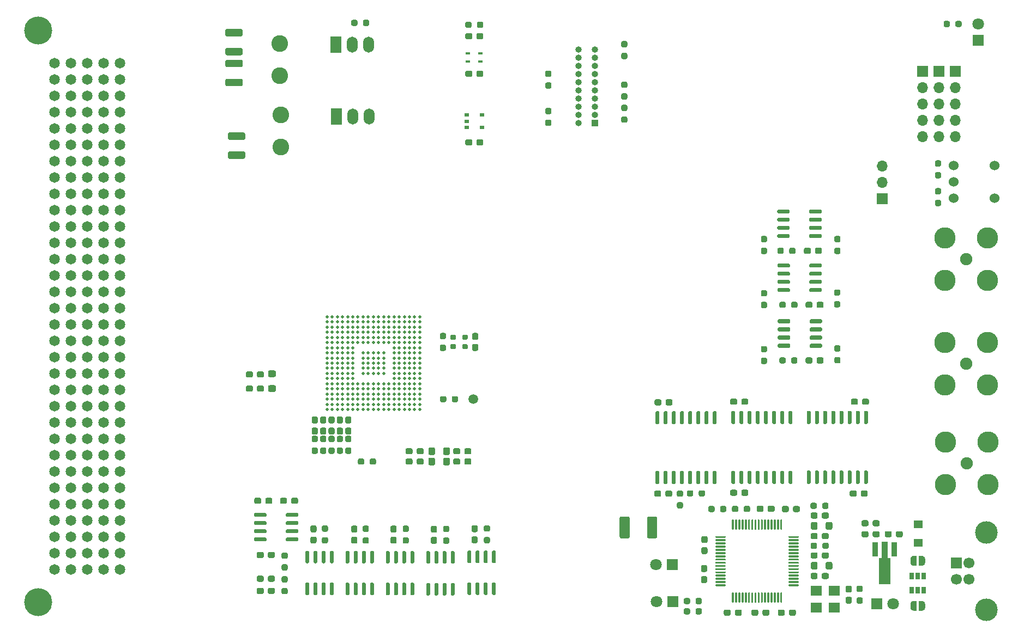
<source format=gts>
G04 #@! TF.GenerationSoftware,KiCad,Pcbnew,(5.1.9)-1*
G04 #@! TF.CreationDate,2022-04-01T17:50:07-04:00*
G04 #@! TF.ProjectId,MC-DSP,4d432d44-5350-42e6-9b69-6361645f7063,rev?*
G04 #@! TF.SameCoordinates,Original*
G04 #@! TF.FileFunction,Soldermask,Top*
G04 #@! TF.FilePolarity,Negative*
%FSLAX46Y46*%
G04 Gerber Fmt 4.6, Leading zero omitted, Abs format (unit mm)*
G04 Created by KiCad (PCBNEW (5.1.9)-1) date 2022-04-01 17:50:07*
%MOMM*%
%LPD*%
G01*
G04 APERTURE LIST*
%ADD10C,0.500000*%
%ADD11C,4.350000*%
%ADD12C,1.650000*%
%ADD13O,1.700000X1.700000*%
%ADD14R,1.700000X1.700000*%
%ADD15R,1.800000X1.540000*%
%ADD16C,1.800000*%
%ADD17R,1.800000X1.800000*%
%ADD18C,3.315000*%
%ADD19C,1.905000*%
%ADD20O,1.700000X2.500000*%
%ADD21R,1.700000X2.500000*%
%ADD22C,0.100000*%
%ADD23R,0.900000X2.300000*%
%ADD24C,3.500000*%
%ADD25C,1.700000*%
%ADD26R,0.650000X1.060000*%
%ADD27R,0.700000X0.510000*%
%ADD28R,0.700000X0.400000*%
%ADD29O,1.000000X1.000000*%
%ADD30R,1.000000X1.000000*%
%ADD31C,1.500000*%
%ADD32C,1.524000*%
%ADD33C,2.600000*%
%ADD34R,1.400000X1.300000*%
G04 APERTURE END LIST*
D10*
X170600000Y-76200000D03*
X169800000Y-76200000D03*
X169000000Y-76200000D03*
X168200000Y-76200000D03*
X167400000Y-76200000D03*
X166600000Y-76200000D03*
X165800000Y-76200000D03*
X165000000Y-76200000D03*
X164200000Y-76200000D03*
X163400000Y-76200000D03*
X162600000Y-76200000D03*
X161800000Y-76200000D03*
X161000000Y-76200000D03*
X160200000Y-76200000D03*
X159400000Y-76200000D03*
X158600000Y-76200000D03*
X157800000Y-76200000D03*
X157000000Y-76200000D03*
X156200000Y-76200000D03*
X170600000Y-75400000D03*
X169800000Y-75400000D03*
X169000000Y-75400000D03*
X168200000Y-75400000D03*
X167400000Y-75400000D03*
X166600000Y-75400000D03*
X165800000Y-75400000D03*
X165000000Y-75400000D03*
X164200000Y-75400000D03*
X163400000Y-75400000D03*
X162600000Y-75400000D03*
X161800000Y-75400000D03*
X161000000Y-75400000D03*
X160200000Y-75400000D03*
X159400000Y-75400000D03*
X158600000Y-75400000D03*
X157800000Y-75400000D03*
X157000000Y-75400000D03*
X156200000Y-75400000D03*
X170600000Y-74600000D03*
X169800000Y-74600000D03*
X169000000Y-74600000D03*
X168200000Y-74600000D03*
X167400000Y-74600000D03*
X166600000Y-74600000D03*
X165800000Y-74600000D03*
X165000000Y-74600000D03*
X164200000Y-74600000D03*
X163400000Y-74600000D03*
X162600000Y-74600000D03*
X161800000Y-74600000D03*
X161000000Y-74600000D03*
X160200000Y-74600000D03*
X159400000Y-74600000D03*
X158600000Y-74600000D03*
X157800000Y-74600000D03*
X157000000Y-74600000D03*
X156200000Y-74600000D03*
X170600000Y-73800000D03*
X169800000Y-73800000D03*
X169000000Y-73800000D03*
X168200000Y-73800000D03*
X167400000Y-73800000D03*
X166600000Y-73800000D03*
X165800000Y-73800000D03*
X165000000Y-73800000D03*
X164200000Y-73800000D03*
X163400000Y-73800000D03*
X162600000Y-73800000D03*
X161800000Y-73800000D03*
X161000000Y-73800000D03*
X160200000Y-73800000D03*
X159400000Y-73800000D03*
X158600000Y-73800000D03*
X157800000Y-73800000D03*
X157000000Y-73800000D03*
X156200000Y-73800000D03*
X170600000Y-73000000D03*
X169800000Y-73000000D03*
X169000000Y-73000000D03*
X168200000Y-73000000D03*
X167400000Y-73000000D03*
X166600000Y-73000000D03*
X165800000Y-73000000D03*
X165000000Y-73000000D03*
X164200000Y-73000000D03*
X163400000Y-73000000D03*
X162600000Y-73000000D03*
X161800000Y-73000000D03*
X161000000Y-73000000D03*
X160200000Y-73000000D03*
X159400000Y-73000000D03*
X158600000Y-73000000D03*
X157800000Y-73000000D03*
X157000000Y-73000000D03*
X156200000Y-73000000D03*
X170600000Y-72200000D03*
X169800000Y-72200000D03*
X169000000Y-72200000D03*
X168200000Y-72200000D03*
X167400000Y-72200000D03*
X166600000Y-72200000D03*
X165800000Y-72200000D03*
X165000000Y-72200000D03*
X164200000Y-72200000D03*
X163400000Y-72200000D03*
X162600000Y-72200000D03*
X161800000Y-72200000D03*
X161000000Y-72200000D03*
X160200000Y-72200000D03*
X159400000Y-72200000D03*
X158600000Y-72200000D03*
X157800000Y-72200000D03*
X157000000Y-72200000D03*
X156200000Y-72200000D03*
X170600000Y-71400000D03*
X169800000Y-71400000D03*
X169000000Y-71400000D03*
X168200000Y-71400000D03*
X167400000Y-71400000D03*
X166600000Y-71400000D03*
X160200000Y-71400000D03*
X159400000Y-71400000D03*
X158600000Y-71400000D03*
X157800000Y-71400000D03*
X157000000Y-71400000D03*
X156200000Y-71400000D03*
X170600000Y-70600000D03*
X169800000Y-70600000D03*
X169000000Y-70600000D03*
X168200000Y-70600000D03*
X167400000Y-70600000D03*
X166600000Y-70600000D03*
X165000000Y-70600000D03*
X164200000Y-70600000D03*
X163400000Y-70600000D03*
X162600000Y-70600000D03*
X161800000Y-70600000D03*
X160200000Y-70600000D03*
X159400000Y-70600000D03*
X158600000Y-70600000D03*
X157800000Y-70600000D03*
X157000000Y-70600000D03*
X156200000Y-70600000D03*
X170600000Y-69800000D03*
X169800000Y-69800000D03*
X169000000Y-69800000D03*
X168200000Y-69800000D03*
X167400000Y-69800000D03*
X166600000Y-69800000D03*
X165000000Y-69800000D03*
X164200000Y-69800000D03*
X163400000Y-69800000D03*
X162600000Y-69800000D03*
X161800000Y-69800000D03*
X160200000Y-69800000D03*
X159400000Y-69800000D03*
X158600000Y-69800000D03*
X157800000Y-69800000D03*
X157000000Y-69800000D03*
X156200000Y-69800000D03*
X170600000Y-69000000D03*
X169800000Y-69000000D03*
X169000000Y-69000000D03*
X168200000Y-69000000D03*
X167400000Y-69000000D03*
X166600000Y-69000000D03*
X165000000Y-69000000D03*
X164200000Y-69000000D03*
X163400000Y-69000000D03*
X162600000Y-69000000D03*
X161800000Y-69000000D03*
X160200000Y-69000000D03*
X159400000Y-69000000D03*
X158600000Y-69000000D03*
X157800000Y-69000000D03*
X157000000Y-69000000D03*
X156200000Y-69000000D03*
X170600000Y-68200000D03*
X169800000Y-68200000D03*
X169000000Y-68200000D03*
X168200000Y-68200000D03*
X167400000Y-68200000D03*
X166600000Y-68200000D03*
X165000000Y-68200000D03*
X164200000Y-68200000D03*
X163400000Y-68200000D03*
X162600000Y-68200000D03*
X161800000Y-68200000D03*
X160200000Y-68200000D03*
X159400000Y-68200000D03*
X158600000Y-68200000D03*
X157800000Y-68200000D03*
X157000000Y-68200000D03*
X156200000Y-68200000D03*
X170600000Y-67400000D03*
X169800000Y-67400000D03*
X169000000Y-67400000D03*
X168200000Y-67400000D03*
X167400000Y-67400000D03*
X166600000Y-67400000D03*
X165000000Y-67400000D03*
X164200000Y-67400000D03*
X163400000Y-67400000D03*
X162600000Y-67400000D03*
X161800000Y-67400000D03*
X160200000Y-67400000D03*
X159400000Y-67400000D03*
X158600000Y-67400000D03*
X157800000Y-67400000D03*
X157000000Y-67400000D03*
X156200000Y-67400000D03*
X170600000Y-66600000D03*
X169800000Y-66600000D03*
X169000000Y-66600000D03*
X168200000Y-66600000D03*
X167400000Y-66600000D03*
X166600000Y-66600000D03*
X160200000Y-66600000D03*
X159400000Y-66600000D03*
X158600000Y-66600000D03*
X157800000Y-66600000D03*
X157000000Y-66600000D03*
X156200000Y-66600000D03*
X170600000Y-65800000D03*
X169800000Y-65800000D03*
X169000000Y-65800000D03*
X168200000Y-65800000D03*
X167400000Y-65800000D03*
X166600000Y-65800000D03*
X165800000Y-65800000D03*
X165000000Y-65800000D03*
X164200000Y-65800000D03*
X163400000Y-65800000D03*
X162600000Y-65800000D03*
X161800000Y-65800000D03*
X161000000Y-65800000D03*
X160200000Y-65800000D03*
X159400000Y-65800000D03*
X158600000Y-65800000D03*
X157800000Y-65800000D03*
X157000000Y-65800000D03*
X156200000Y-65800000D03*
X170600000Y-65000000D03*
X169800000Y-65000000D03*
X169000000Y-65000000D03*
X168200000Y-65000000D03*
X167400000Y-65000000D03*
X166600000Y-65000000D03*
X165800000Y-65000000D03*
X165000000Y-65000000D03*
X164200000Y-65000000D03*
X163400000Y-65000000D03*
X162600000Y-65000000D03*
X161800000Y-65000000D03*
X161000000Y-65000000D03*
X160200000Y-65000000D03*
X159400000Y-65000000D03*
X158600000Y-65000000D03*
X157800000Y-65000000D03*
X157000000Y-65000000D03*
X156200000Y-65000000D03*
X170600000Y-64200000D03*
X169800000Y-64200000D03*
X169000000Y-64200000D03*
X168200000Y-64200000D03*
X167400000Y-64200000D03*
X166600000Y-64200000D03*
X165800000Y-64200000D03*
X165000000Y-64200000D03*
X164200000Y-64200000D03*
X163400000Y-64200000D03*
X162600000Y-64200000D03*
X161800000Y-64200000D03*
X161000000Y-64200000D03*
X160200000Y-64200000D03*
X159400000Y-64200000D03*
X158600000Y-64200000D03*
X157800000Y-64200000D03*
X157000000Y-64200000D03*
X156200000Y-64200000D03*
X170600000Y-63400000D03*
X169800000Y-63400000D03*
X169000000Y-63400000D03*
X168200000Y-63400000D03*
X167400000Y-63400000D03*
X166600000Y-63400000D03*
X165800000Y-63400000D03*
X165000000Y-63400000D03*
X164200000Y-63400000D03*
X163400000Y-63400000D03*
X162600000Y-63400000D03*
X161800000Y-63400000D03*
X161000000Y-63400000D03*
X160200000Y-63400000D03*
X159400000Y-63400000D03*
X158600000Y-63400000D03*
X157800000Y-63400000D03*
X157000000Y-63400000D03*
X156200000Y-63400000D03*
X170600000Y-62600000D03*
X169800000Y-62600000D03*
X169000000Y-62600000D03*
X168200000Y-62600000D03*
X167400000Y-62600000D03*
X166600000Y-62600000D03*
X165800000Y-62600000D03*
X165000000Y-62600000D03*
X164200000Y-62600000D03*
X163400000Y-62600000D03*
X162600000Y-62600000D03*
X161800000Y-62600000D03*
X161000000Y-62600000D03*
X160200000Y-62600000D03*
X159400000Y-62600000D03*
X158600000Y-62600000D03*
X157800000Y-62600000D03*
X157000000Y-62600000D03*
X156200000Y-62600000D03*
X170600000Y-61800000D03*
X169800000Y-61800000D03*
X169000000Y-61800000D03*
X168200000Y-61800000D03*
X167400000Y-61800000D03*
X166600000Y-61800000D03*
X165800000Y-61800000D03*
X165000000Y-61800000D03*
X164200000Y-61800000D03*
X163400000Y-61800000D03*
X162600000Y-61800000D03*
X161800000Y-61800000D03*
X161000000Y-61800000D03*
X160200000Y-61800000D03*
X159400000Y-61800000D03*
X158600000Y-61800000D03*
X157800000Y-61800000D03*
X157000000Y-61800000D03*
X156200000Y-61800000D03*
G36*
G01*
X155362500Y-82125000D02*
X155837500Y-82125000D01*
G75*
G02*
X156075000Y-82362500I0J-237500D01*
G01*
X156075000Y-82862500D01*
G75*
G02*
X155837500Y-83100000I-237500J0D01*
G01*
X155362500Y-83100000D01*
G75*
G02*
X155125000Y-82862500I0J237500D01*
G01*
X155125000Y-82362500D01*
G75*
G02*
X155362500Y-82125000I237500J0D01*
G01*
G37*
G36*
G01*
X155362500Y-80300000D02*
X155837500Y-80300000D01*
G75*
G02*
X156075000Y-80537500I0J-237500D01*
G01*
X156075000Y-81037500D01*
G75*
G02*
X155837500Y-81275000I-237500J0D01*
G01*
X155362500Y-81275000D01*
G75*
G02*
X155125000Y-81037500I0J237500D01*
G01*
X155125000Y-80537500D01*
G75*
G02*
X155362500Y-80300000I237500J0D01*
G01*
G37*
G36*
G01*
X162825000Y-84537500D02*
X162825000Y-84062500D01*
G75*
G02*
X163062500Y-83825000I237500J0D01*
G01*
X163562500Y-83825000D01*
G75*
G02*
X163800000Y-84062500I0J-237500D01*
G01*
X163800000Y-84537500D01*
G75*
G02*
X163562500Y-84775000I-237500J0D01*
G01*
X163062500Y-84775000D01*
G75*
G02*
X162825000Y-84537500I0J237500D01*
G01*
G37*
G36*
G01*
X161000000Y-84537500D02*
X161000000Y-84062500D01*
G75*
G02*
X161237500Y-83825000I237500J0D01*
G01*
X161737500Y-83825000D01*
G75*
G02*
X161975000Y-84062500I0J-237500D01*
G01*
X161975000Y-84537500D01*
G75*
G02*
X161737500Y-84775000I-237500J0D01*
G01*
X161237500Y-84775000D01*
G75*
G02*
X161000000Y-84537500I0J237500D01*
G01*
G37*
G36*
G01*
X174225000Y-83050001D02*
X174225000Y-82349999D01*
G75*
G02*
X174474999Y-82100000I249999J0D01*
G01*
X175025001Y-82100000D01*
G75*
G02*
X175275000Y-82349999I0J-249999D01*
G01*
X175275000Y-83050001D01*
G75*
G02*
X175025001Y-83300000I-249999J0D01*
G01*
X174474999Y-83300000D01*
G75*
G02*
X174225000Y-83050001I0J249999D01*
G01*
G37*
G36*
G01*
X171925000Y-83050001D02*
X171925000Y-82349999D01*
G75*
G02*
X172174999Y-82100000I249999J0D01*
G01*
X172725001Y-82100000D01*
G75*
G02*
X172975000Y-82349999I0J-249999D01*
G01*
X172975000Y-83050001D01*
G75*
G02*
X172725001Y-83300000I-249999J0D01*
G01*
X172174999Y-83300000D01*
G75*
G02*
X171925000Y-83050001I0J249999D01*
G01*
G37*
G36*
G01*
X174225000Y-84650001D02*
X174225000Y-83949999D01*
G75*
G02*
X174474999Y-83700000I249999J0D01*
G01*
X175025001Y-83700000D01*
G75*
G02*
X175275000Y-83949999I0J-249999D01*
G01*
X175275000Y-84650001D01*
G75*
G02*
X175025001Y-84900000I-249999J0D01*
G01*
X174474999Y-84900000D01*
G75*
G02*
X174225000Y-84650001I0J249999D01*
G01*
G37*
G36*
G01*
X171925000Y-84650001D02*
X171925000Y-83949999D01*
G75*
G02*
X172174999Y-83700000I249999J0D01*
G01*
X172725001Y-83700000D01*
G75*
G02*
X172975000Y-83949999I0J-249999D01*
G01*
X172975000Y-84650001D01*
G75*
G02*
X172725001Y-84900000I-249999J0D01*
G01*
X172174999Y-84900000D01*
G75*
G02*
X171925000Y-84650001I0J249999D01*
G01*
G37*
G36*
G01*
X148000001Y-71175000D02*
X147299999Y-71175000D01*
G75*
G02*
X147050000Y-70925001I0J249999D01*
G01*
X147050000Y-70374999D01*
G75*
G02*
X147299999Y-70125000I249999J0D01*
G01*
X148000001Y-70125000D01*
G75*
G02*
X148250000Y-70374999I0J-249999D01*
G01*
X148250000Y-70925001D01*
G75*
G02*
X148000001Y-71175000I-249999J0D01*
G01*
G37*
G36*
G01*
X148000001Y-73475000D02*
X147299999Y-73475000D01*
G75*
G02*
X147050000Y-73225001I0J249999D01*
G01*
X147050000Y-72674999D01*
G75*
G02*
X147299999Y-72425000I249999J0D01*
G01*
X148000001Y-72425000D01*
G75*
G02*
X148250000Y-72674999I0J-249999D01*
G01*
X148250000Y-73225001D01*
G75*
G02*
X148000001Y-73475000I-249999J0D01*
G01*
G37*
G36*
G01*
X169475000Y-82462500D02*
X169475000Y-82937500D01*
G75*
G02*
X169237500Y-83175000I-237500J0D01*
G01*
X168637500Y-83175000D01*
G75*
G02*
X168400000Y-82937500I0J237500D01*
G01*
X168400000Y-82462500D01*
G75*
G02*
X168637500Y-82225000I237500J0D01*
G01*
X169237500Y-82225000D01*
G75*
G02*
X169475000Y-82462500I0J-237500D01*
G01*
G37*
G36*
G01*
X171200000Y-82462500D02*
X171200000Y-82937500D01*
G75*
G02*
X170962500Y-83175000I-237500J0D01*
G01*
X170362500Y-83175000D01*
G75*
G02*
X170125000Y-82937500I0J237500D01*
G01*
X170125000Y-82462500D01*
G75*
G02*
X170362500Y-82225000I237500J0D01*
G01*
X170962500Y-82225000D01*
G75*
G02*
X171200000Y-82462500I0J-237500D01*
G01*
G37*
G36*
G01*
X176875000Y-82462500D02*
X176875000Y-82937500D01*
G75*
G02*
X176637500Y-83175000I-237500J0D01*
G01*
X176037500Y-83175000D01*
G75*
G02*
X175800000Y-82937500I0J237500D01*
G01*
X175800000Y-82462500D01*
G75*
G02*
X176037500Y-82225000I237500J0D01*
G01*
X176637500Y-82225000D01*
G75*
G02*
X176875000Y-82462500I0J-237500D01*
G01*
G37*
G36*
G01*
X178600000Y-82462500D02*
X178600000Y-82937500D01*
G75*
G02*
X178362500Y-83175000I-237500J0D01*
G01*
X177762500Y-83175000D01*
G75*
G02*
X177525000Y-82937500I0J237500D01*
G01*
X177525000Y-82462500D01*
G75*
G02*
X177762500Y-82225000I237500J0D01*
G01*
X178362500Y-82225000D01*
G75*
G02*
X178600000Y-82462500I0J-237500D01*
G01*
G37*
G36*
G01*
X169475000Y-84062500D02*
X169475000Y-84537500D01*
G75*
G02*
X169237500Y-84775000I-237500J0D01*
G01*
X168637500Y-84775000D01*
G75*
G02*
X168400000Y-84537500I0J237500D01*
G01*
X168400000Y-84062500D01*
G75*
G02*
X168637500Y-83825000I237500J0D01*
G01*
X169237500Y-83825000D01*
G75*
G02*
X169475000Y-84062500I0J-237500D01*
G01*
G37*
G36*
G01*
X171200000Y-84062500D02*
X171200000Y-84537500D01*
G75*
G02*
X170962500Y-84775000I-237500J0D01*
G01*
X170362500Y-84775000D01*
G75*
G02*
X170125000Y-84537500I0J237500D01*
G01*
X170125000Y-84062500D01*
G75*
G02*
X170362500Y-83825000I237500J0D01*
G01*
X170962500Y-83825000D01*
G75*
G02*
X171200000Y-84062500I0J-237500D01*
G01*
G37*
G36*
G01*
X176875000Y-84062500D02*
X176875000Y-84537500D01*
G75*
G02*
X176637500Y-84775000I-237500J0D01*
G01*
X176037500Y-84775000D01*
G75*
G02*
X175800000Y-84537500I0J237500D01*
G01*
X175800000Y-84062500D01*
G75*
G02*
X176037500Y-83825000I237500J0D01*
G01*
X176637500Y-83825000D01*
G75*
G02*
X176875000Y-84062500I0J-237500D01*
G01*
G37*
G36*
G01*
X178600000Y-84062500D02*
X178600000Y-84537500D01*
G75*
G02*
X178362500Y-84775000I-237500J0D01*
G01*
X177762500Y-84775000D01*
G75*
G02*
X177525000Y-84537500I0J237500D01*
G01*
X177525000Y-84062500D01*
G75*
G02*
X177762500Y-83825000I237500J0D01*
G01*
X178362500Y-83825000D01*
G75*
G02*
X178600000Y-84062500I0J-237500D01*
G01*
G37*
G36*
G01*
X144675000Y-72712500D02*
X144675000Y-73187500D01*
G75*
G02*
X144437500Y-73425000I-237500J0D01*
G01*
X143837500Y-73425000D01*
G75*
G02*
X143600000Y-73187500I0J237500D01*
G01*
X143600000Y-72712500D01*
G75*
G02*
X143837500Y-72475000I237500J0D01*
G01*
X144437500Y-72475000D01*
G75*
G02*
X144675000Y-72712500I0J-237500D01*
G01*
G37*
G36*
G01*
X146400000Y-72712500D02*
X146400000Y-73187500D01*
G75*
G02*
X146162500Y-73425000I-237500J0D01*
G01*
X145562500Y-73425000D01*
G75*
G02*
X145325000Y-73187500I0J237500D01*
G01*
X145325000Y-72712500D01*
G75*
G02*
X145562500Y-72475000I237500J0D01*
G01*
X146162500Y-72475000D01*
G75*
G02*
X146400000Y-72712500I0J-237500D01*
G01*
G37*
G36*
G01*
X145325000Y-70987500D02*
X145325000Y-70512500D01*
G75*
G02*
X145562500Y-70275000I237500J0D01*
G01*
X146162500Y-70275000D01*
G75*
G02*
X146400000Y-70512500I0J-237500D01*
G01*
X146400000Y-70987500D01*
G75*
G02*
X146162500Y-71225000I-237500J0D01*
G01*
X145562500Y-71225000D01*
G75*
G02*
X145325000Y-70987500I0J237500D01*
G01*
G37*
G36*
G01*
X143600000Y-70987500D02*
X143600000Y-70512500D01*
G75*
G02*
X143837500Y-70275000I237500J0D01*
G01*
X144437500Y-70275000D01*
G75*
G02*
X144675000Y-70512500I0J-237500D01*
G01*
X144675000Y-70987500D01*
G75*
G02*
X144437500Y-71225000I-237500J0D01*
G01*
X143837500Y-71225000D01*
G75*
G02*
X143600000Y-70987500I0J237500D01*
G01*
G37*
G36*
G01*
X203200000Y-93099999D02*
X203200000Y-96000001D01*
G75*
G02*
X202950001Y-96250000I-249999J0D01*
G01*
X201874999Y-96250000D01*
G75*
G02*
X201625000Y-96000001I0J249999D01*
G01*
X201625000Y-93099999D01*
G75*
G02*
X201874999Y-92850000I249999J0D01*
G01*
X202950001Y-92850000D01*
G75*
G02*
X203200000Y-93099999I0J-249999D01*
G01*
G37*
G36*
G01*
X207475000Y-93099999D02*
X207475000Y-96000001D01*
G75*
G02*
X207225001Y-96250000I-249999J0D01*
G01*
X206149999Y-96250000D01*
G75*
G02*
X205900000Y-96000001I0J249999D01*
G01*
X205900000Y-93099999D01*
G75*
G02*
X206149999Y-92850000I249999J0D01*
G01*
X207225001Y-92850000D01*
G75*
G02*
X207475000Y-93099999I0J-249999D01*
G01*
G37*
D11*
X111379000Y-17272000D03*
X111379000Y-106172000D03*
D12*
X124079000Y-22352000D03*
X124079000Y-24892000D03*
X124079000Y-27432000D03*
X124079000Y-29972000D03*
X124079000Y-32512000D03*
X124079000Y-35052000D03*
X124079000Y-37592000D03*
X124079000Y-40132000D03*
X124079000Y-42672000D03*
X124079000Y-45212000D03*
X124079000Y-47752000D03*
X124079000Y-50292000D03*
X124079000Y-52832000D03*
X124079000Y-55372000D03*
X124079000Y-57912000D03*
X124079000Y-60452000D03*
X124079000Y-62992000D03*
X124079000Y-65532000D03*
X124079000Y-68072000D03*
X124079000Y-70612000D03*
X124079000Y-73152000D03*
X124079000Y-75692000D03*
X124079000Y-78232000D03*
X124079000Y-80772000D03*
X124079000Y-83312000D03*
X124079000Y-85852000D03*
X124079000Y-88392000D03*
X124079000Y-90932000D03*
X124079000Y-93472000D03*
X124079000Y-96012000D03*
X124079000Y-98552000D03*
X124079000Y-101092000D03*
X121539000Y-22352000D03*
X121539000Y-24892000D03*
X121539000Y-27432000D03*
X121539000Y-29972000D03*
X121539000Y-32512000D03*
X121539000Y-35052000D03*
X121539000Y-37592000D03*
X121539000Y-40132000D03*
X121539000Y-42672000D03*
X121539000Y-45212000D03*
X121539000Y-47752000D03*
X121539000Y-50292000D03*
X121539000Y-52832000D03*
X121539000Y-55372000D03*
X121539000Y-57912000D03*
X121539000Y-60452000D03*
X121539000Y-62992000D03*
X121539000Y-65532000D03*
X121539000Y-68072000D03*
X121539000Y-70612000D03*
X121539000Y-73152000D03*
X121539000Y-75692000D03*
X121539000Y-78232000D03*
X121539000Y-80772000D03*
X121539000Y-83312000D03*
X121539000Y-85852000D03*
X121539000Y-88392000D03*
X121539000Y-90932000D03*
X121539000Y-93472000D03*
X121539000Y-96012000D03*
X121539000Y-98552000D03*
X121539000Y-101092000D03*
X118999000Y-22352000D03*
X118999000Y-24892000D03*
X118999000Y-27432000D03*
X118999000Y-29972000D03*
X118999000Y-32512000D03*
X118999000Y-35052000D03*
X118999000Y-37592000D03*
X118999000Y-40132000D03*
X118999000Y-42672000D03*
X118999000Y-45212000D03*
X118999000Y-47752000D03*
X118999000Y-50292000D03*
X118999000Y-52832000D03*
X118999000Y-55372000D03*
X118999000Y-57912000D03*
X118999000Y-60452000D03*
X118999000Y-62992000D03*
X118999000Y-65532000D03*
X118999000Y-68072000D03*
X118999000Y-70612000D03*
X118999000Y-73152000D03*
X118999000Y-75692000D03*
X118999000Y-78232000D03*
X118999000Y-80772000D03*
X118999000Y-83312000D03*
X118999000Y-85852000D03*
X118999000Y-88392000D03*
X118999000Y-90932000D03*
X118999000Y-93472000D03*
X118999000Y-96012000D03*
X118999000Y-98552000D03*
X118999000Y-101092000D03*
X116459000Y-22352000D03*
X116459000Y-24892000D03*
X116459000Y-27432000D03*
X116459000Y-29972000D03*
X116459000Y-32512000D03*
X116459000Y-35052000D03*
X116459000Y-37592000D03*
X116459000Y-40132000D03*
X116459000Y-42672000D03*
X116459000Y-45212000D03*
X116459000Y-47752000D03*
X116459000Y-50292000D03*
X116459000Y-52832000D03*
X116459000Y-55372000D03*
X116459000Y-57912000D03*
X116459000Y-60452000D03*
X116459000Y-62992000D03*
X116459000Y-65532000D03*
X116459000Y-68072000D03*
X116459000Y-70612000D03*
X116459000Y-73152000D03*
X116459000Y-75692000D03*
X116459000Y-78232000D03*
X116459000Y-80772000D03*
X116459000Y-83312000D03*
X116459000Y-85852000D03*
X116459000Y-88392000D03*
X116459000Y-90932000D03*
X116459000Y-93472000D03*
X116459000Y-96012000D03*
X116459000Y-98552000D03*
X116459000Y-101092000D03*
X113919000Y-22352000D03*
X113919000Y-24892000D03*
X113919000Y-27432000D03*
X113919000Y-29972000D03*
X113919000Y-32512000D03*
X113919000Y-35052000D03*
X113919000Y-37592000D03*
X113919000Y-40132000D03*
X113919000Y-42672000D03*
X113919000Y-45212000D03*
X113919000Y-47752000D03*
X113919000Y-50292000D03*
X113919000Y-52832000D03*
X113919000Y-55372000D03*
X113919000Y-57912000D03*
X113919000Y-60452000D03*
X113919000Y-62992000D03*
X113919000Y-65532000D03*
X113919000Y-68072000D03*
X113919000Y-70612000D03*
X113919000Y-73152000D03*
X113919000Y-75692000D03*
X113919000Y-78232000D03*
X113919000Y-80772000D03*
X113919000Y-83312000D03*
X113919000Y-85852000D03*
X113919000Y-88392000D03*
X113919000Y-90932000D03*
X113919000Y-93472000D03*
X113919000Y-96012000D03*
X113919000Y-98552000D03*
X113919000Y-101092000D03*
G36*
G01*
X226871600Y-104761000D02*
X226871600Y-106161000D01*
G75*
G02*
X226796600Y-106236000I-75000J0D01*
G01*
X226646600Y-106236000D01*
G75*
G02*
X226571600Y-106161000I0J75000D01*
G01*
X226571600Y-104761000D01*
G75*
G02*
X226646600Y-104686000I75000J0D01*
G01*
X226796600Y-104686000D01*
G75*
G02*
X226871600Y-104761000I0J-75000D01*
G01*
G37*
G36*
G01*
X226371600Y-104761000D02*
X226371600Y-106161000D01*
G75*
G02*
X226296600Y-106236000I-75000J0D01*
G01*
X226146600Y-106236000D01*
G75*
G02*
X226071600Y-106161000I0J75000D01*
G01*
X226071600Y-104761000D01*
G75*
G02*
X226146600Y-104686000I75000J0D01*
G01*
X226296600Y-104686000D01*
G75*
G02*
X226371600Y-104761000I0J-75000D01*
G01*
G37*
G36*
G01*
X225871600Y-104761000D02*
X225871600Y-106161000D01*
G75*
G02*
X225796600Y-106236000I-75000J0D01*
G01*
X225646600Y-106236000D01*
G75*
G02*
X225571600Y-106161000I0J75000D01*
G01*
X225571600Y-104761000D01*
G75*
G02*
X225646600Y-104686000I75000J0D01*
G01*
X225796600Y-104686000D01*
G75*
G02*
X225871600Y-104761000I0J-75000D01*
G01*
G37*
G36*
G01*
X225371600Y-104761000D02*
X225371600Y-106161000D01*
G75*
G02*
X225296600Y-106236000I-75000J0D01*
G01*
X225146600Y-106236000D01*
G75*
G02*
X225071600Y-106161000I0J75000D01*
G01*
X225071600Y-104761000D01*
G75*
G02*
X225146600Y-104686000I75000J0D01*
G01*
X225296600Y-104686000D01*
G75*
G02*
X225371600Y-104761000I0J-75000D01*
G01*
G37*
G36*
G01*
X224871600Y-104761000D02*
X224871600Y-106161000D01*
G75*
G02*
X224796600Y-106236000I-75000J0D01*
G01*
X224646600Y-106236000D01*
G75*
G02*
X224571600Y-106161000I0J75000D01*
G01*
X224571600Y-104761000D01*
G75*
G02*
X224646600Y-104686000I75000J0D01*
G01*
X224796600Y-104686000D01*
G75*
G02*
X224871600Y-104761000I0J-75000D01*
G01*
G37*
G36*
G01*
X224371600Y-104761000D02*
X224371600Y-106161000D01*
G75*
G02*
X224296600Y-106236000I-75000J0D01*
G01*
X224146600Y-106236000D01*
G75*
G02*
X224071600Y-106161000I0J75000D01*
G01*
X224071600Y-104761000D01*
G75*
G02*
X224146600Y-104686000I75000J0D01*
G01*
X224296600Y-104686000D01*
G75*
G02*
X224371600Y-104761000I0J-75000D01*
G01*
G37*
G36*
G01*
X223871600Y-104761000D02*
X223871600Y-106161000D01*
G75*
G02*
X223796600Y-106236000I-75000J0D01*
G01*
X223646600Y-106236000D01*
G75*
G02*
X223571600Y-106161000I0J75000D01*
G01*
X223571600Y-104761000D01*
G75*
G02*
X223646600Y-104686000I75000J0D01*
G01*
X223796600Y-104686000D01*
G75*
G02*
X223871600Y-104761000I0J-75000D01*
G01*
G37*
G36*
G01*
X223371600Y-104761000D02*
X223371600Y-106161000D01*
G75*
G02*
X223296600Y-106236000I-75000J0D01*
G01*
X223146600Y-106236000D01*
G75*
G02*
X223071600Y-106161000I0J75000D01*
G01*
X223071600Y-104761000D01*
G75*
G02*
X223146600Y-104686000I75000J0D01*
G01*
X223296600Y-104686000D01*
G75*
G02*
X223371600Y-104761000I0J-75000D01*
G01*
G37*
G36*
G01*
X222871600Y-104761000D02*
X222871600Y-106161000D01*
G75*
G02*
X222796600Y-106236000I-75000J0D01*
G01*
X222646600Y-106236000D01*
G75*
G02*
X222571600Y-106161000I0J75000D01*
G01*
X222571600Y-104761000D01*
G75*
G02*
X222646600Y-104686000I75000J0D01*
G01*
X222796600Y-104686000D01*
G75*
G02*
X222871600Y-104761000I0J-75000D01*
G01*
G37*
G36*
G01*
X222371600Y-104761000D02*
X222371600Y-106161000D01*
G75*
G02*
X222296600Y-106236000I-75000J0D01*
G01*
X222146600Y-106236000D01*
G75*
G02*
X222071600Y-106161000I0J75000D01*
G01*
X222071600Y-104761000D01*
G75*
G02*
X222146600Y-104686000I75000J0D01*
G01*
X222296600Y-104686000D01*
G75*
G02*
X222371600Y-104761000I0J-75000D01*
G01*
G37*
G36*
G01*
X221871600Y-104761000D02*
X221871600Y-106161000D01*
G75*
G02*
X221796600Y-106236000I-75000J0D01*
G01*
X221646600Y-106236000D01*
G75*
G02*
X221571600Y-106161000I0J75000D01*
G01*
X221571600Y-104761000D01*
G75*
G02*
X221646600Y-104686000I75000J0D01*
G01*
X221796600Y-104686000D01*
G75*
G02*
X221871600Y-104761000I0J-75000D01*
G01*
G37*
G36*
G01*
X221371600Y-104761000D02*
X221371600Y-106161000D01*
G75*
G02*
X221296600Y-106236000I-75000J0D01*
G01*
X221146600Y-106236000D01*
G75*
G02*
X221071600Y-106161000I0J75000D01*
G01*
X221071600Y-104761000D01*
G75*
G02*
X221146600Y-104686000I75000J0D01*
G01*
X221296600Y-104686000D01*
G75*
G02*
X221371600Y-104761000I0J-75000D01*
G01*
G37*
G36*
G01*
X220871600Y-104761000D02*
X220871600Y-106161000D01*
G75*
G02*
X220796600Y-106236000I-75000J0D01*
G01*
X220646600Y-106236000D01*
G75*
G02*
X220571600Y-106161000I0J75000D01*
G01*
X220571600Y-104761000D01*
G75*
G02*
X220646600Y-104686000I75000J0D01*
G01*
X220796600Y-104686000D01*
G75*
G02*
X220871600Y-104761000I0J-75000D01*
G01*
G37*
G36*
G01*
X220371600Y-104761000D02*
X220371600Y-106161000D01*
G75*
G02*
X220296600Y-106236000I-75000J0D01*
G01*
X220146600Y-106236000D01*
G75*
G02*
X220071600Y-106161000I0J75000D01*
G01*
X220071600Y-104761000D01*
G75*
G02*
X220146600Y-104686000I75000J0D01*
G01*
X220296600Y-104686000D01*
G75*
G02*
X220371600Y-104761000I0J-75000D01*
G01*
G37*
G36*
G01*
X219871600Y-104761000D02*
X219871600Y-106161000D01*
G75*
G02*
X219796600Y-106236000I-75000J0D01*
G01*
X219646600Y-106236000D01*
G75*
G02*
X219571600Y-106161000I0J75000D01*
G01*
X219571600Y-104761000D01*
G75*
G02*
X219646600Y-104686000I75000J0D01*
G01*
X219796600Y-104686000D01*
G75*
G02*
X219871600Y-104761000I0J-75000D01*
G01*
G37*
G36*
G01*
X219371600Y-104761000D02*
X219371600Y-106161000D01*
G75*
G02*
X219296600Y-106236000I-75000J0D01*
G01*
X219146600Y-106236000D01*
G75*
G02*
X219071600Y-106161000I0J75000D01*
G01*
X219071600Y-104761000D01*
G75*
G02*
X219146600Y-104686000I75000J0D01*
G01*
X219296600Y-104686000D01*
G75*
G02*
X219371600Y-104761000I0J-75000D01*
G01*
G37*
G36*
G01*
X218071600Y-103461000D02*
X218071600Y-103611000D01*
G75*
G02*
X217996600Y-103686000I-75000J0D01*
G01*
X216596600Y-103686000D01*
G75*
G02*
X216521600Y-103611000I0J75000D01*
G01*
X216521600Y-103461000D01*
G75*
G02*
X216596600Y-103386000I75000J0D01*
G01*
X217996600Y-103386000D01*
G75*
G02*
X218071600Y-103461000I0J-75000D01*
G01*
G37*
G36*
G01*
X218071600Y-102961000D02*
X218071600Y-103111000D01*
G75*
G02*
X217996600Y-103186000I-75000J0D01*
G01*
X216596600Y-103186000D01*
G75*
G02*
X216521600Y-103111000I0J75000D01*
G01*
X216521600Y-102961000D01*
G75*
G02*
X216596600Y-102886000I75000J0D01*
G01*
X217996600Y-102886000D01*
G75*
G02*
X218071600Y-102961000I0J-75000D01*
G01*
G37*
G36*
G01*
X218071600Y-102461000D02*
X218071600Y-102611000D01*
G75*
G02*
X217996600Y-102686000I-75000J0D01*
G01*
X216596600Y-102686000D01*
G75*
G02*
X216521600Y-102611000I0J75000D01*
G01*
X216521600Y-102461000D01*
G75*
G02*
X216596600Y-102386000I75000J0D01*
G01*
X217996600Y-102386000D01*
G75*
G02*
X218071600Y-102461000I0J-75000D01*
G01*
G37*
G36*
G01*
X218071600Y-101961000D02*
X218071600Y-102111000D01*
G75*
G02*
X217996600Y-102186000I-75000J0D01*
G01*
X216596600Y-102186000D01*
G75*
G02*
X216521600Y-102111000I0J75000D01*
G01*
X216521600Y-101961000D01*
G75*
G02*
X216596600Y-101886000I75000J0D01*
G01*
X217996600Y-101886000D01*
G75*
G02*
X218071600Y-101961000I0J-75000D01*
G01*
G37*
G36*
G01*
X218071600Y-101461000D02*
X218071600Y-101611000D01*
G75*
G02*
X217996600Y-101686000I-75000J0D01*
G01*
X216596600Y-101686000D01*
G75*
G02*
X216521600Y-101611000I0J75000D01*
G01*
X216521600Y-101461000D01*
G75*
G02*
X216596600Y-101386000I75000J0D01*
G01*
X217996600Y-101386000D01*
G75*
G02*
X218071600Y-101461000I0J-75000D01*
G01*
G37*
G36*
G01*
X218071600Y-100961000D02*
X218071600Y-101111000D01*
G75*
G02*
X217996600Y-101186000I-75000J0D01*
G01*
X216596600Y-101186000D01*
G75*
G02*
X216521600Y-101111000I0J75000D01*
G01*
X216521600Y-100961000D01*
G75*
G02*
X216596600Y-100886000I75000J0D01*
G01*
X217996600Y-100886000D01*
G75*
G02*
X218071600Y-100961000I0J-75000D01*
G01*
G37*
G36*
G01*
X218071600Y-100461000D02*
X218071600Y-100611000D01*
G75*
G02*
X217996600Y-100686000I-75000J0D01*
G01*
X216596600Y-100686000D01*
G75*
G02*
X216521600Y-100611000I0J75000D01*
G01*
X216521600Y-100461000D01*
G75*
G02*
X216596600Y-100386000I75000J0D01*
G01*
X217996600Y-100386000D01*
G75*
G02*
X218071600Y-100461000I0J-75000D01*
G01*
G37*
G36*
G01*
X218071600Y-99961000D02*
X218071600Y-100111000D01*
G75*
G02*
X217996600Y-100186000I-75000J0D01*
G01*
X216596600Y-100186000D01*
G75*
G02*
X216521600Y-100111000I0J75000D01*
G01*
X216521600Y-99961000D01*
G75*
G02*
X216596600Y-99886000I75000J0D01*
G01*
X217996600Y-99886000D01*
G75*
G02*
X218071600Y-99961000I0J-75000D01*
G01*
G37*
G36*
G01*
X218071600Y-99461000D02*
X218071600Y-99611000D01*
G75*
G02*
X217996600Y-99686000I-75000J0D01*
G01*
X216596600Y-99686000D01*
G75*
G02*
X216521600Y-99611000I0J75000D01*
G01*
X216521600Y-99461000D01*
G75*
G02*
X216596600Y-99386000I75000J0D01*
G01*
X217996600Y-99386000D01*
G75*
G02*
X218071600Y-99461000I0J-75000D01*
G01*
G37*
G36*
G01*
X218071600Y-98961000D02*
X218071600Y-99111000D01*
G75*
G02*
X217996600Y-99186000I-75000J0D01*
G01*
X216596600Y-99186000D01*
G75*
G02*
X216521600Y-99111000I0J75000D01*
G01*
X216521600Y-98961000D01*
G75*
G02*
X216596600Y-98886000I75000J0D01*
G01*
X217996600Y-98886000D01*
G75*
G02*
X218071600Y-98961000I0J-75000D01*
G01*
G37*
G36*
G01*
X218071600Y-98461000D02*
X218071600Y-98611000D01*
G75*
G02*
X217996600Y-98686000I-75000J0D01*
G01*
X216596600Y-98686000D01*
G75*
G02*
X216521600Y-98611000I0J75000D01*
G01*
X216521600Y-98461000D01*
G75*
G02*
X216596600Y-98386000I75000J0D01*
G01*
X217996600Y-98386000D01*
G75*
G02*
X218071600Y-98461000I0J-75000D01*
G01*
G37*
G36*
G01*
X218071600Y-97961000D02*
X218071600Y-98111000D01*
G75*
G02*
X217996600Y-98186000I-75000J0D01*
G01*
X216596600Y-98186000D01*
G75*
G02*
X216521600Y-98111000I0J75000D01*
G01*
X216521600Y-97961000D01*
G75*
G02*
X216596600Y-97886000I75000J0D01*
G01*
X217996600Y-97886000D01*
G75*
G02*
X218071600Y-97961000I0J-75000D01*
G01*
G37*
G36*
G01*
X218071600Y-97461000D02*
X218071600Y-97611000D01*
G75*
G02*
X217996600Y-97686000I-75000J0D01*
G01*
X216596600Y-97686000D01*
G75*
G02*
X216521600Y-97611000I0J75000D01*
G01*
X216521600Y-97461000D01*
G75*
G02*
X216596600Y-97386000I75000J0D01*
G01*
X217996600Y-97386000D01*
G75*
G02*
X218071600Y-97461000I0J-75000D01*
G01*
G37*
G36*
G01*
X218071600Y-96961000D02*
X218071600Y-97111000D01*
G75*
G02*
X217996600Y-97186000I-75000J0D01*
G01*
X216596600Y-97186000D01*
G75*
G02*
X216521600Y-97111000I0J75000D01*
G01*
X216521600Y-96961000D01*
G75*
G02*
X216596600Y-96886000I75000J0D01*
G01*
X217996600Y-96886000D01*
G75*
G02*
X218071600Y-96961000I0J-75000D01*
G01*
G37*
G36*
G01*
X218071600Y-96461000D02*
X218071600Y-96611000D01*
G75*
G02*
X217996600Y-96686000I-75000J0D01*
G01*
X216596600Y-96686000D01*
G75*
G02*
X216521600Y-96611000I0J75000D01*
G01*
X216521600Y-96461000D01*
G75*
G02*
X216596600Y-96386000I75000J0D01*
G01*
X217996600Y-96386000D01*
G75*
G02*
X218071600Y-96461000I0J-75000D01*
G01*
G37*
G36*
G01*
X218071600Y-95961000D02*
X218071600Y-96111000D01*
G75*
G02*
X217996600Y-96186000I-75000J0D01*
G01*
X216596600Y-96186000D01*
G75*
G02*
X216521600Y-96111000I0J75000D01*
G01*
X216521600Y-95961000D01*
G75*
G02*
X216596600Y-95886000I75000J0D01*
G01*
X217996600Y-95886000D01*
G75*
G02*
X218071600Y-95961000I0J-75000D01*
G01*
G37*
G36*
G01*
X219371600Y-93411000D02*
X219371600Y-94811000D01*
G75*
G02*
X219296600Y-94886000I-75000J0D01*
G01*
X219146600Y-94886000D01*
G75*
G02*
X219071600Y-94811000I0J75000D01*
G01*
X219071600Y-93411000D01*
G75*
G02*
X219146600Y-93336000I75000J0D01*
G01*
X219296600Y-93336000D01*
G75*
G02*
X219371600Y-93411000I0J-75000D01*
G01*
G37*
G36*
G01*
X219871600Y-93411000D02*
X219871600Y-94811000D01*
G75*
G02*
X219796600Y-94886000I-75000J0D01*
G01*
X219646600Y-94886000D01*
G75*
G02*
X219571600Y-94811000I0J75000D01*
G01*
X219571600Y-93411000D01*
G75*
G02*
X219646600Y-93336000I75000J0D01*
G01*
X219796600Y-93336000D01*
G75*
G02*
X219871600Y-93411000I0J-75000D01*
G01*
G37*
G36*
G01*
X220371600Y-93411000D02*
X220371600Y-94811000D01*
G75*
G02*
X220296600Y-94886000I-75000J0D01*
G01*
X220146600Y-94886000D01*
G75*
G02*
X220071600Y-94811000I0J75000D01*
G01*
X220071600Y-93411000D01*
G75*
G02*
X220146600Y-93336000I75000J0D01*
G01*
X220296600Y-93336000D01*
G75*
G02*
X220371600Y-93411000I0J-75000D01*
G01*
G37*
G36*
G01*
X220871600Y-93411000D02*
X220871600Y-94811000D01*
G75*
G02*
X220796600Y-94886000I-75000J0D01*
G01*
X220646600Y-94886000D01*
G75*
G02*
X220571600Y-94811000I0J75000D01*
G01*
X220571600Y-93411000D01*
G75*
G02*
X220646600Y-93336000I75000J0D01*
G01*
X220796600Y-93336000D01*
G75*
G02*
X220871600Y-93411000I0J-75000D01*
G01*
G37*
G36*
G01*
X221371600Y-93411000D02*
X221371600Y-94811000D01*
G75*
G02*
X221296600Y-94886000I-75000J0D01*
G01*
X221146600Y-94886000D01*
G75*
G02*
X221071600Y-94811000I0J75000D01*
G01*
X221071600Y-93411000D01*
G75*
G02*
X221146600Y-93336000I75000J0D01*
G01*
X221296600Y-93336000D01*
G75*
G02*
X221371600Y-93411000I0J-75000D01*
G01*
G37*
G36*
G01*
X221871600Y-93411000D02*
X221871600Y-94811000D01*
G75*
G02*
X221796600Y-94886000I-75000J0D01*
G01*
X221646600Y-94886000D01*
G75*
G02*
X221571600Y-94811000I0J75000D01*
G01*
X221571600Y-93411000D01*
G75*
G02*
X221646600Y-93336000I75000J0D01*
G01*
X221796600Y-93336000D01*
G75*
G02*
X221871600Y-93411000I0J-75000D01*
G01*
G37*
G36*
G01*
X222371600Y-93411000D02*
X222371600Y-94811000D01*
G75*
G02*
X222296600Y-94886000I-75000J0D01*
G01*
X222146600Y-94886000D01*
G75*
G02*
X222071600Y-94811000I0J75000D01*
G01*
X222071600Y-93411000D01*
G75*
G02*
X222146600Y-93336000I75000J0D01*
G01*
X222296600Y-93336000D01*
G75*
G02*
X222371600Y-93411000I0J-75000D01*
G01*
G37*
G36*
G01*
X222871600Y-93411000D02*
X222871600Y-94811000D01*
G75*
G02*
X222796600Y-94886000I-75000J0D01*
G01*
X222646600Y-94886000D01*
G75*
G02*
X222571600Y-94811000I0J75000D01*
G01*
X222571600Y-93411000D01*
G75*
G02*
X222646600Y-93336000I75000J0D01*
G01*
X222796600Y-93336000D01*
G75*
G02*
X222871600Y-93411000I0J-75000D01*
G01*
G37*
G36*
G01*
X223371600Y-93411000D02*
X223371600Y-94811000D01*
G75*
G02*
X223296600Y-94886000I-75000J0D01*
G01*
X223146600Y-94886000D01*
G75*
G02*
X223071600Y-94811000I0J75000D01*
G01*
X223071600Y-93411000D01*
G75*
G02*
X223146600Y-93336000I75000J0D01*
G01*
X223296600Y-93336000D01*
G75*
G02*
X223371600Y-93411000I0J-75000D01*
G01*
G37*
G36*
G01*
X223871600Y-93411000D02*
X223871600Y-94811000D01*
G75*
G02*
X223796600Y-94886000I-75000J0D01*
G01*
X223646600Y-94886000D01*
G75*
G02*
X223571600Y-94811000I0J75000D01*
G01*
X223571600Y-93411000D01*
G75*
G02*
X223646600Y-93336000I75000J0D01*
G01*
X223796600Y-93336000D01*
G75*
G02*
X223871600Y-93411000I0J-75000D01*
G01*
G37*
G36*
G01*
X224371600Y-93411000D02*
X224371600Y-94811000D01*
G75*
G02*
X224296600Y-94886000I-75000J0D01*
G01*
X224146600Y-94886000D01*
G75*
G02*
X224071600Y-94811000I0J75000D01*
G01*
X224071600Y-93411000D01*
G75*
G02*
X224146600Y-93336000I75000J0D01*
G01*
X224296600Y-93336000D01*
G75*
G02*
X224371600Y-93411000I0J-75000D01*
G01*
G37*
G36*
G01*
X224871600Y-93411000D02*
X224871600Y-94811000D01*
G75*
G02*
X224796600Y-94886000I-75000J0D01*
G01*
X224646600Y-94886000D01*
G75*
G02*
X224571600Y-94811000I0J75000D01*
G01*
X224571600Y-93411000D01*
G75*
G02*
X224646600Y-93336000I75000J0D01*
G01*
X224796600Y-93336000D01*
G75*
G02*
X224871600Y-93411000I0J-75000D01*
G01*
G37*
G36*
G01*
X225371600Y-93411000D02*
X225371600Y-94811000D01*
G75*
G02*
X225296600Y-94886000I-75000J0D01*
G01*
X225146600Y-94886000D01*
G75*
G02*
X225071600Y-94811000I0J75000D01*
G01*
X225071600Y-93411000D01*
G75*
G02*
X225146600Y-93336000I75000J0D01*
G01*
X225296600Y-93336000D01*
G75*
G02*
X225371600Y-93411000I0J-75000D01*
G01*
G37*
G36*
G01*
X225871600Y-93411000D02*
X225871600Y-94811000D01*
G75*
G02*
X225796600Y-94886000I-75000J0D01*
G01*
X225646600Y-94886000D01*
G75*
G02*
X225571600Y-94811000I0J75000D01*
G01*
X225571600Y-93411000D01*
G75*
G02*
X225646600Y-93336000I75000J0D01*
G01*
X225796600Y-93336000D01*
G75*
G02*
X225871600Y-93411000I0J-75000D01*
G01*
G37*
G36*
G01*
X226371600Y-93411000D02*
X226371600Y-94811000D01*
G75*
G02*
X226296600Y-94886000I-75000J0D01*
G01*
X226146600Y-94886000D01*
G75*
G02*
X226071600Y-94811000I0J75000D01*
G01*
X226071600Y-93411000D01*
G75*
G02*
X226146600Y-93336000I75000J0D01*
G01*
X226296600Y-93336000D01*
G75*
G02*
X226371600Y-93411000I0J-75000D01*
G01*
G37*
G36*
G01*
X226871600Y-93411000D02*
X226871600Y-94811000D01*
G75*
G02*
X226796600Y-94886000I-75000J0D01*
G01*
X226646600Y-94886000D01*
G75*
G02*
X226571600Y-94811000I0J75000D01*
G01*
X226571600Y-93411000D01*
G75*
G02*
X226646600Y-93336000I75000J0D01*
G01*
X226796600Y-93336000D01*
G75*
G02*
X226871600Y-93411000I0J-75000D01*
G01*
G37*
G36*
G01*
X229421600Y-95961000D02*
X229421600Y-96111000D01*
G75*
G02*
X229346600Y-96186000I-75000J0D01*
G01*
X227946600Y-96186000D01*
G75*
G02*
X227871600Y-96111000I0J75000D01*
G01*
X227871600Y-95961000D01*
G75*
G02*
X227946600Y-95886000I75000J0D01*
G01*
X229346600Y-95886000D01*
G75*
G02*
X229421600Y-95961000I0J-75000D01*
G01*
G37*
G36*
G01*
X229421600Y-96461000D02*
X229421600Y-96611000D01*
G75*
G02*
X229346600Y-96686000I-75000J0D01*
G01*
X227946600Y-96686000D01*
G75*
G02*
X227871600Y-96611000I0J75000D01*
G01*
X227871600Y-96461000D01*
G75*
G02*
X227946600Y-96386000I75000J0D01*
G01*
X229346600Y-96386000D01*
G75*
G02*
X229421600Y-96461000I0J-75000D01*
G01*
G37*
G36*
G01*
X229421600Y-96961000D02*
X229421600Y-97111000D01*
G75*
G02*
X229346600Y-97186000I-75000J0D01*
G01*
X227946600Y-97186000D01*
G75*
G02*
X227871600Y-97111000I0J75000D01*
G01*
X227871600Y-96961000D01*
G75*
G02*
X227946600Y-96886000I75000J0D01*
G01*
X229346600Y-96886000D01*
G75*
G02*
X229421600Y-96961000I0J-75000D01*
G01*
G37*
G36*
G01*
X229421600Y-97461000D02*
X229421600Y-97611000D01*
G75*
G02*
X229346600Y-97686000I-75000J0D01*
G01*
X227946600Y-97686000D01*
G75*
G02*
X227871600Y-97611000I0J75000D01*
G01*
X227871600Y-97461000D01*
G75*
G02*
X227946600Y-97386000I75000J0D01*
G01*
X229346600Y-97386000D01*
G75*
G02*
X229421600Y-97461000I0J-75000D01*
G01*
G37*
G36*
G01*
X229421600Y-97961000D02*
X229421600Y-98111000D01*
G75*
G02*
X229346600Y-98186000I-75000J0D01*
G01*
X227946600Y-98186000D01*
G75*
G02*
X227871600Y-98111000I0J75000D01*
G01*
X227871600Y-97961000D01*
G75*
G02*
X227946600Y-97886000I75000J0D01*
G01*
X229346600Y-97886000D01*
G75*
G02*
X229421600Y-97961000I0J-75000D01*
G01*
G37*
G36*
G01*
X229421600Y-98461000D02*
X229421600Y-98611000D01*
G75*
G02*
X229346600Y-98686000I-75000J0D01*
G01*
X227946600Y-98686000D01*
G75*
G02*
X227871600Y-98611000I0J75000D01*
G01*
X227871600Y-98461000D01*
G75*
G02*
X227946600Y-98386000I75000J0D01*
G01*
X229346600Y-98386000D01*
G75*
G02*
X229421600Y-98461000I0J-75000D01*
G01*
G37*
G36*
G01*
X229421600Y-98961000D02*
X229421600Y-99111000D01*
G75*
G02*
X229346600Y-99186000I-75000J0D01*
G01*
X227946600Y-99186000D01*
G75*
G02*
X227871600Y-99111000I0J75000D01*
G01*
X227871600Y-98961000D01*
G75*
G02*
X227946600Y-98886000I75000J0D01*
G01*
X229346600Y-98886000D01*
G75*
G02*
X229421600Y-98961000I0J-75000D01*
G01*
G37*
G36*
G01*
X229421600Y-99461000D02*
X229421600Y-99611000D01*
G75*
G02*
X229346600Y-99686000I-75000J0D01*
G01*
X227946600Y-99686000D01*
G75*
G02*
X227871600Y-99611000I0J75000D01*
G01*
X227871600Y-99461000D01*
G75*
G02*
X227946600Y-99386000I75000J0D01*
G01*
X229346600Y-99386000D01*
G75*
G02*
X229421600Y-99461000I0J-75000D01*
G01*
G37*
G36*
G01*
X229421600Y-99961000D02*
X229421600Y-100111000D01*
G75*
G02*
X229346600Y-100186000I-75000J0D01*
G01*
X227946600Y-100186000D01*
G75*
G02*
X227871600Y-100111000I0J75000D01*
G01*
X227871600Y-99961000D01*
G75*
G02*
X227946600Y-99886000I75000J0D01*
G01*
X229346600Y-99886000D01*
G75*
G02*
X229421600Y-99961000I0J-75000D01*
G01*
G37*
G36*
G01*
X229421600Y-100461000D02*
X229421600Y-100611000D01*
G75*
G02*
X229346600Y-100686000I-75000J0D01*
G01*
X227946600Y-100686000D01*
G75*
G02*
X227871600Y-100611000I0J75000D01*
G01*
X227871600Y-100461000D01*
G75*
G02*
X227946600Y-100386000I75000J0D01*
G01*
X229346600Y-100386000D01*
G75*
G02*
X229421600Y-100461000I0J-75000D01*
G01*
G37*
G36*
G01*
X229421600Y-100961000D02*
X229421600Y-101111000D01*
G75*
G02*
X229346600Y-101186000I-75000J0D01*
G01*
X227946600Y-101186000D01*
G75*
G02*
X227871600Y-101111000I0J75000D01*
G01*
X227871600Y-100961000D01*
G75*
G02*
X227946600Y-100886000I75000J0D01*
G01*
X229346600Y-100886000D01*
G75*
G02*
X229421600Y-100961000I0J-75000D01*
G01*
G37*
G36*
G01*
X229421600Y-101461000D02*
X229421600Y-101611000D01*
G75*
G02*
X229346600Y-101686000I-75000J0D01*
G01*
X227946600Y-101686000D01*
G75*
G02*
X227871600Y-101611000I0J75000D01*
G01*
X227871600Y-101461000D01*
G75*
G02*
X227946600Y-101386000I75000J0D01*
G01*
X229346600Y-101386000D01*
G75*
G02*
X229421600Y-101461000I0J-75000D01*
G01*
G37*
G36*
G01*
X229421600Y-101961000D02*
X229421600Y-102111000D01*
G75*
G02*
X229346600Y-102186000I-75000J0D01*
G01*
X227946600Y-102186000D01*
G75*
G02*
X227871600Y-102111000I0J75000D01*
G01*
X227871600Y-101961000D01*
G75*
G02*
X227946600Y-101886000I75000J0D01*
G01*
X229346600Y-101886000D01*
G75*
G02*
X229421600Y-101961000I0J-75000D01*
G01*
G37*
G36*
G01*
X229421600Y-102461000D02*
X229421600Y-102611000D01*
G75*
G02*
X229346600Y-102686000I-75000J0D01*
G01*
X227946600Y-102686000D01*
G75*
G02*
X227871600Y-102611000I0J75000D01*
G01*
X227871600Y-102461000D01*
G75*
G02*
X227946600Y-102386000I75000J0D01*
G01*
X229346600Y-102386000D01*
G75*
G02*
X229421600Y-102461000I0J-75000D01*
G01*
G37*
G36*
G01*
X229421600Y-102961000D02*
X229421600Y-103111000D01*
G75*
G02*
X229346600Y-103186000I-75000J0D01*
G01*
X227946600Y-103186000D01*
G75*
G02*
X227871600Y-103111000I0J75000D01*
G01*
X227871600Y-102961000D01*
G75*
G02*
X227946600Y-102886000I75000J0D01*
G01*
X229346600Y-102886000D01*
G75*
G02*
X229421600Y-102961000I0J-75000D01*
G01*
G37*
G36*
G01*
X229421600Y-103461000D02*
X229421600Y-103611000D01*
G75*
G02*
X229346600Y-103686000I-75000J0D01*
G01*
X227946600Y-103686000D01*
G75*
G02*
X227871600Y-103611000I0J75000D01*
G01*
X227871600Y-103461000D01*
G75*
G02*
X227946600Y-103386000I75000J0D01*
G01*
X229346600Y-103386000D01*
G75*
G02*
X229421600Y-103461000I0J-75000D01*
G01*
G37*
D13*
X253746000Y-33782000D03*
X253746000Y-31242000D03*
X253746000Y-28702000D03*
X253746000Y-26162000D03*
D14*
X253746000Y-23622000D03*
D13*
X251206000Y-33782000D03*
X251206000Y-31242000D03*
X251206000Y-28702000D03*
X251206000Y-26162000D03*
D14*
X251206000Y-23622000D03*
D13*
X248666000Y-33782000D03*
X248666000Y-31242000D03*
X248666000Y-28702000D03*
X248666000Y-26162000D03*
D14*
X248666000Y-23622000D03*
G36*
G01*
X143250001Y-34281000D02*
X141049999Y-34281000D01*
G75*
G02*
X140800000Y-34031001I0J249999D01*
G01*
X140800000Y-33380999D01*
G75*
G02*
X141049999Y-33131000I249999J0D01*
G01*
X143250001Y-33131000D01*
G75*
G02*
X143500000Y-33380999I0J-249999D01*
G01*
X143500000Y-34031001D01*
G75*
G02*
X143250001Y-34281000I-249999J0D01*
G01*
G37*
G36*
G01*
X143250001Y-37231000D02*
X141049999Y-37231000D01*
G75*
G02*
X140800000Y-36981001I0J249999D01*
G01*
X140800000Y-36330999D01*
G75*
G02*
X141049999Y-36081000I249999J0D01*
G01*
X143250001Y-36081000D01*
G75*
G02*
X143500000Y-36330999I0J-249999D01*
G01*
X143500000Y-36981001D01*
G75*
G02*
X143250001Y-37231000I-249999J0D01*
G01*
G37*
G36*
G01*
X140649999Y-19981000D02*
X142850001Y-19981000D01*
G75*
G02*
X143100000Y-20230999I0J-249999D01*
G01*
X143100000Y-20881001D01*
G75*
G02*
X142850001Y-21131000I-249999J0D01*
G01*
X140649999Y-21131000D01*
G75*
G02*
X140400000Y-20881001I0J249999D01*
G01*
X140400000Y-20230999D01*
G75*
G02*
X140649999Y-19981000I249999J0D01*
G01*
G37*
G36*
G01*
X140649999Y-17031000D02*
X142850001Y-17031000D01*
G75*
G02*
X143100000Y-17280999I0J-249999D01*
G01*
X143100000Y-17931001D01*
G75*
G02*
X142850001Y-18181000I-249999J0D01*
G01*
X140649999Y-18181000D01*
G75*
G02*
X140400000Y-17931001I0J249999D01*
G01*
X140400000Y-17280999D01*
G75*
G02*
X140649999Y-17031000I249999J0D01*
G01*
G37*
G36*
G01*
X142850001Y-22981000D02*
X140649999Y-22981000D01*
G75*
G02*
X140400000Y-22731001I0J249999D01*
G01*
X140400000Y-22080999D01*
G75*
G02*
X140649999Y-21831000I249999J0D01*
G01*
X142850001Y-21831000D01*
G75*
G02*
X143100000Y-22080999I0J-249999D01*
G01*
X143100000Y-22731001D01*
G75*
G02*
X142850001Y-22981000I-249999J0D01*
G01*
G37*
G36*
G01*
X142850001Y-25931000D02*
X140649999Y-25931000D01*
G75*
G02*
X140400000Y-25681001I0J249999D01*
G01*
X140400000Y-25030999D01*
G75*
G02*
X140649999Y-24781000I249999J0D01*
G01*
X142850001Y-24781000D01*
G75*
G02*
X143100000Y-25030999I0J-249999D01*
G01*
X143100000Y-25681001D01*
G75*
G02*
X142850001Y-25931000I-249999J0D01*
G01*
G37*
D15*
X232200000Y-107040000D03*
X232200000Y-104360000D03*
X235000000Y-104360000D03*
X235000000Y-107040000D03*
G36*
G01*
X178962500Y-66025000D02*
X179437500Y-66025000D01*
G75*
G02*
X179675000Y-66262500I0J-237500D01*
G01*
X179675000Y-66862500D01*
G75*
G02*
X179437500Y-67100000I-237500J0D01*
G01*
X178962500Y-67100000D01*
G75*
G02*
X178725000Y-66862500I0J237500D01*
G01*
X178725000Y-66262500D01*
G75*
G02*
X178962500Y-66025000I237500J0D01*
G01*
G37*
G36*
G01*
X178962500Y-64300000D02*
X179437500Y-64300000D01*
G75*
G02*
X179675000Y-64537500I0J-237500D01*
G01*
X179675000Y-65137500D01*
G75*
G02*
X179437500Y-65375000I-237500J0D01*
G01*
X178962500Y-65375000D01*
G75*
G02*
X178725000Y-65137500I0J237500D01*
G01*
X178725000Y-64537500D01*
G75*
G02*
X178962500Y-64300000I237500J0D01*
G01*
G37*
G36*
G01*
X175525000Y-66025000D02*
X176025000Y-66025000D01*
G75*
G02*
X176225000Y-66225000I0J-200000D01*
G01*
X176225000Y-66625000D01*
G75*
G02*
X176025000Y-66825000I-200000J0D01*
G01*
X175525000Y-66825000D01*
G75*
G02*
X175325000Y-66625000I0J200000D01*
G01*
X175325000Y-66225000D01*
G75*
G02*
X175525000Y-66025000I200000J0D01*
G01*
G37*
G36*
G01*
X175525000Y-64575000D02*
X176025000Y-64575000D01*
G75*
G02*
X176225000Y-64775000I0J-200000D01*
G01*
X176225000Y-65175000D01*
G75*
G02*
X176025000Y-65375000I-200000J0D01*
G01*
X175525000Y-65375000D01*
G75*
G02*
X175325000Y-65175000I0J200000D01*
G01*
X175325000Y-64775000D01*
G75*
G02*
X175525000Y-64575000I200000J0D01*
G01*
G37*
G36*
G01*
X177375000Y-66025000D02*
X177875000Y-66025000D01*
G75*
G02*
X178075000Y-66225000I0J-200000D01*
G01*
X178075000Y-66625000D01*
G75*
G02*
X177875000Y-66825000I-200000J0D01*
G01*
X177375000Y-66825000D01*
G75*
G02*
X177175000Y-66625000I0J200000D01*
G01*
X177175000Y-66225000D01*
G75*
G02*
X177375000Y-66025000I200000J0D01*
G01*
G37*
G36*
G01*
X177375000Y-64575000D02*
X177875000Y-64575000D01*
G75*
G02*
X178075000Y-64775000I0J-200000D01*
G01*
X178075000Y-65175000D01*
G75*
G02*
X177875000Y-65375000I-200000J0D01*
G01*
X177375000Y-65375000D01*
G75*
G02*
X177175000Y-65175000I0J200000D01*
G01*
X177175000Y-64775000D01*
G75*
G02*
X177375000Y-64575000I200000J0D01*
G01*
G37*
G36*
G01*
X253766500Y-16493500D02*
X253766500Y-16018500D01*
G75*
G02*
X254004000Y-15781000I237500J0D01*
G01*
X254504000Y-15781000D01*
G75*
G02*
X254741500Y-16018500I0J-237500D01*
G01*
X254741500Y-16493500D01*
G75*
G02*
X254504000Y-16731000I-237500J0D01*
G01*
X254004000Y-16731000D01*
G75*
G02*
X253766500Y-16493500I0J237500D01*
G01*
G37*
G36*
G01*
X251941500Y-16493500D02*
X251941500Y-16018500D01*
G75*
G02*
X252179000Y-15781000I237500J0D01*
G01*
X252679000Y-15781000D01*
G75*
G02*
X252916500Y-16018500I0J-237500D01*
G01*
X252916500Y-16493500D01*
G75*
G02*
X252679000Y-16731000I-237500J0D01*
G01*
X252179000Y-16731000D01*
G75*
G02*
X251941500Y-16493500I0J237500D01*
G01*
G37*
D16*
X257302000Y-16256000D03*
D17*
X257302000Y-18796000D03*
D18*
X258778000Y-49565500D03*
X258778000Y-56165500D03*
X252178000Y-56165500D03*
X252178000Y-49565500D03*
D19*
X255478000Y-52865500D03*
D18*
X258841500Y-81315500D03*
X258841500Y-87915500D03*
X252241500Y-87915500D03*
X252241500Y-81315500D03*
D19*
X255541500Y-84615500D03*
D18*
X258778000Y-65796000D03*
X258778000Y-72396000D03*
X252178000Y-72396000D03*
X252178000Y-65796000D03*
D19*
X255478000Y-69096000D03*
G36*
G01*
X237437500Y-104675000D02*
X236962500Y-104675000D01*
G75*
G02*
X236725000Y-104437500I0J237500D01*
G01*
X236725000Y-103837500D01*
G75*
G02*
X236962500Y-103600000I237500J0D01*
G01*
X237437500Y-103600000D01*
G75*
G02*
X237675000Y-103837500I0J-237500D01*
G01*
X237675000Y-104437500D01*
G75*
G02*
X237437500Y-104675000I-237500J0D01*
G01*
G37*
G36*
G01*
X237437500Y-106400000D02*
X236962500Y-106400000D01*
G75*
G02*
X236725000Y-106162500I0J237500D01*
G01*
X236725000Y-105562500D01*
G75*
G02*
X236962500Y-105325000I237500J0D01*
G01*
X237437500Y-105325000D01*
G75*
G02*
X237675000Y-105562500I0J-237500D01*
G01*
X237675000Y-106162500D01*
G75*
G02*
X237437500Y-106400000I-237500J0D01*
G01*
G37*
G36*
G01*
X244525000Y-95837500D02*
X244525000Y-95362500D01*
G75*
G02*
X244762500Y-95125000I237500J0D01*
G01*
X245362500Y-95125000D01*
G75*
G02*
X245600000Y-95362500I0J-237500D01*
G01*
X245600000Y-95837500D01*
G75*
G02*
X245362500Y-96075000I-237500J0D01*
G01*
X244762500Y-96075000D01*
G75*
G02*
X244525000Y-95837500I0J237500D01*
G01*
G37*
G36*
G01*
X242800000Y-95837500D02*
X242800000Y-95362500D01*
G75*
G02*
X243037500Y-95125000I237500J0D01*
G01*
X243637500Y-95125000D01*
G75*
G02*
X243875000Y-95362500I0J-237500D01*
G01*
X243875000Y-95837500D01*
G75*
G02*
X243637500Y-96075000I-237500J0D01*
G01*
X243037500Y-96075000D01*
G75*
G02*
X242800000Y-95837500I0J237500D01*
G01*
G37*
G36*
G01*
X240275000Y-95362500D02*
X240275000Y-95837500D01*
G75*
G02*
X240037500Y-96075000I-237500J0D01*
G01*
X239437500Y-96075000D01*
G75*
G02*
X239200000Y-95837500I0J237500D01*
G01*
X239200000Y-95362500D01*
G75*
G02*
X239437500Y-95125000I237500J0D01*
G01*
X240037500Y-95125000D01*
G75*
G02*
X240275000Y-95362500I0J-237500D01*
G01*
G37*
G36*
G01*
X242000000Y-95362500D02*
X242000000Y-95837500D01*
G75*
G02*
X241762500Y-96075000I-237500J0D01*
G01*
X241162500Y-96075000D01*
G75*
G02*
X240925000Y-95837500I0J237500D01*
G01*
X240925000Y-95362500D01*
G75*
G02*
X241162500Y-95125000I237500J0D01*
G01*
X241762500Y-95125000D01*
G75*
G02*
X242000000Y-95362500I0J-237500D01*
G01*
G37*
G36*
G01*
X240275000Y-93662500D02*
X240275000Y-94137500D01*
G75*
G02*
X240037500Y-94375000I-237500J0D01*
G01*
X239437500Y-94375000D01*
G75*
G02*
X239200000Y-94137500I0J237500D01*
G01*
X239200000Y-93662500D01*
G75*
G02*
X239437500Y-93425000I237500J0D01*
G01*
X240037500Y-93425000D01*
G75*
G02*
X240275000Y-93662500I0J-237500D01*
G01*
G37*
G36*
G01*
X242000000Y-93662500D02*
X242000000Y-94137500D01*
G75*
G02*
X241762500Y-94375000I-237500J0D01*
G01*
X241162500Y-94375000D01*
G75*
G02*
X240925000Y-94137500I0J237500D01*
G01*
X240925000Y-93662500D01*
G75*
G02*
X241162500Y-93425000I237500J0D01*
G01*
X241762500Y-93425000D01*
G75*
G02*
X242000000Y-93662500I0J-237500D01*
G01*
G37*
G36*
G01*
X233025000Y-99137500D02*
X233025000Y-98662500D01*
G75*
G02*
X233262500Y-98425000I237500J0D01*
G01*
X233862500Y-98425000D01*
G75*
G02*
X234100000Y-98662500I0J-237500D01*
G01*
X234100000Y-99137500D01*
G75*
G02*
X233862500Y-99375000I-237500J0D01*
G01*
X233262500Y-99375000D01*
G75*
G02*
X233025000Y-99137500I0J237500D01*
G01*
G37*
G36*
G01*
X231300000Y-99137500D02*
X231300000Y-98662500D01*
G75*
G02*
X231537500Y-98425000I237500J0D01*
G01*
X232137500Y-98425000D01*
G75*
G02*
X232375000Y-98662500I0J-237500D01*
G01*
X232375000Y-99137500D01*
G75*
G02*
X232137500Y-99375000I-237500J0D01*
G01*
X231537500Y-99375000D01*
G75*
G02*
X231300000Y-99137500I0J237500D01*
G01*
G37*
G36*
G01*
X233025000Y-102337500D02*
X233025000Y-101862500D01*
G75*
G02*
X233262500Y-101625000I237500J0D01*
G01*
X233862500Y-101625000D01*
G75*
G02*
X234100000Y-101862500I0J-237500D01*
G01*
X234100000Y-102337500D01*
G75*
G02*
X233862500Y-102575000I-237500J0D01*
G01*
X233262500Y-102575000D01*
G75*
G02*
X233025000Y-102337500I0J237500D01*
G01*
G37*
G36*
G01*
X231300000Y-102337500D02*
X231300000Y-101862500D01*
G75*
G02*
X231537500Y-101625000I237500J0D01*
G01*
X232137500Y-101625000D01*
G75*
G02*
X232375000Y-101862500I0J-237500D01*
G01*
X232375000Y-102337500D01*
G75*
G02*
X232137500Y-102575000I-237500J0D01*
G01*
X231537500Y-102575000D01*
G75*
G02*
X231300000Y-102337500I0J237500D01*
G01*
G37*
G36*
G01*
X233025000Y-92937500D02*
X233025000Y-92462500D01*
G75*
G02*
X233262500Y-92225000I237500J0D01*
G01*
X233862500Y-92225000D01*
G75*
G02*
X234100000Y-92462500I0J-237500D01*
G01*
X234100000Y-92937500D01*
G75*
G02*
X233862500Y-93175000I-237500J0D01*
G01*
X233262500Y-93175000D01*
G75*
G02*
X233025000Y-92937500I0J237500D01*
G01*
G37*
G36*
G01*
X231300000Y-92937500D02*
X231300000Y-92462500D01*
G75*
G02*
X231537500Y-92225000I237500J0D01*
G01*
X232137500Y-92225000D01*
G75*
G02*
X232375000Y-92462500I0J-237500D01*
G01*
X232375000Y-92937500D01*
G75*
G02*
X232137500Y-93175000I-237500J0D01*
G01*
X231537500Y-93175000D01*
G75*
G02*
X231300000Y-92937500I0J237500D01*
G01*
G37*
G36*
G01*
X233025000Y-96137500D02*
X233025000Y-95662500D01*
G75*
G02*
X233262500Y-95425000I237500J0D01*
G01*
X233862500Y-95425000D01*
G75*
G02*
X234100000Y-95662500I0J-237500D01*
G01*
X234100000Y-96137500D01*
G75*
G02*
X233862500Y-96375000I-237500J0D01*
G01*
X233262500Y-96375000D01*
G75*
G02*
X233025000Y-96137500I0J237500D01*
G01*
G37*
G36*
G01*
X231300000Y-96137500D02*
X231300000Y-95662500D01*
G75*
G02*
X231537500Y-95425000I237500J0D01*
G01*
X232137500Y-95425000D01*
G75*
G02*
X232375000Y-95662500I0J-237500D01*
G01*
X232375000Y-96137500D01*
G75*
G02*
X232137500Y-96375000I-237500J0D01*
G01*
X231537500Y-96375000D01*
G75*
G02*
X231300000Y-96137500I0J237500D01*
G01*
G37*
G36*
G01*
X208725000Y-89537500D02*
X208725000Y-89062500D01*
G75*
G02*
X208962500Y-88825000I237500J0D01*
G01*
X209562500Y-88825000D01*
G75*
G02*
X209800000Y-89062500I0J-237500D01*
G01*
X209800000Y-89537500D01*
G75*
G02*
X209562500Y-89775000I-237500J0D01*
G01*
X208962500Y-89775000D01*
G75*
G02*
X208725000Y-89537500I0J237500D01*
G01*
G37*
G36*
G01*
X207000000Y-89537500D02*
X207000000Y-89062500D01*
G75*
G02*
X207237500Y-88825000I237500J0D01*
G01*
X207837500Y-88825000D01*
G75*
G02*
X208075000Y-89062500I0J-237500D01*
G01*
X208075000Y-89537500D01*
G75*
G02*
X207837500Y-89775000I-237500J0D01*
G01*
X207237500Y-89775000D01*
G75*
G02*
X207000000Y-89537500I0J237500D01*
G01*
G37*
G36*
G01*
X220525000Y-89391500D02*
X220525000Y-88916500D01*
G75*
G02*
X220762500Y-88679000I237500J0D01*
G01*
X221362500Y-88679000D01*
G75*
G02*
X221600000Y-88916500I0J-237500D01*
G01*
X221600000Y-89391500D01*
G75*
G02*
X221362500Y-89629000I-237500J0D01*
G01*
X220762500Y-89629000D01*
G75*
G02*
X220525000Y-89391500I0J237500D01*
G01*
G37*
G36*
G01*
X218800000Y-89391500D02*
X218800000Y-88916500D01*
G75*
G02*
X219037500Y-88679000I237500J0D01*
G01*
X219637500Y-88679000D01*
G75*
G02*
X219875000Y-88916500I0J-237500D01*
G01*
X219875000Y-89391500D01*
G75*
G02*
X219637500Y-89629000I-237500J0D01*
G01*
X219037500Y-89629000D01*
G75*
G02*
X218800000Y-89391500I0J237500D01*
G01*
G37*
G36*
G01*
X238435000Y-89043500D02*
X238435000Y-89518500D01*
G75*
G02*
X238197500Y-89756000I-237500J0D01*
G01*
X237597500Y-89756000D01*
G75*
G02*
X237360000Y-89518500I0J237500D01*
G01*
X237360000Y-89043500D01*
G75*
G02*
X237597500Y-88806000I237500J0D01*
G01*
X238197500Y-88806000D01*
G75*
G02*
X238435000Y-89043500I0J-237500D01*
G01*
G37*
G36*
G01*
X240160000Y-89043500D02*
X240160000Y-89518500D01*
G75*
G02*
X239922500Y-89756000I-237500J0D01*
G01*
X239322500Y-89756000D01*
G75*
G02*
X239085000Y-89518500I0J237500D01*
G01*
X239085000Y-89043500D01*
G75*
G02*
X239322500Y-88806000I237500J0D01*
G01*
X239922500Y-88806000D01*
G75*
G02*
X240160000Y-89043500I0J-237500D01*
G01*
G37*
G36*
G01*
X223812500Y-108037500D02*
X223812500Y-107562500D01*
G75*
G02*
X224050000Y-107325000I237500J0D01*
G01*
X224650000Y-107325000D01*
G75*
G02*
X224887500Y-107562500I0J-237500D01*
G01*
X224887500Y-108037500D01*
G75*
G02*
X224650000Y-108275000I-237500J0D01*
G01*
X224050000Y-108275000D01*
G75*
G02*
X223812500Y-108037500I0J237500D01*
G01*
G37*
G36*
G01*
X222087500Y-108037500D02*
X222087500Y-107562500D01*
G75*
G02*
X222325000Y-107325000I237500J0D01*
G01*
X222925000Y-107325000D01*
G75*
G02*
X223162500Y-107562500I0J-237500D01*
G01*
X223162500Y-108037500D01*
G75*
G02*
X222925000Y-108275000I-237500J0D01*
G01*
X222325000Y-108275000D01*
G75*
G02*
X222087500Y-108037500I0J237500D01*
G01*
G37*
G36*
G01*
X214512500Y-102125000D02*
X214987500Y-102125000D01*
G75*
G02*
X215225000Y-102362500I0J-237500D01*
G01*
X215225000Y-102962500D01*
G75*
G02*
X214987500Y-103200000I-237500J0D01*
G01*
X214512500Y-103200000D01*
G75*
G02*
X214275000Y-102962500I0J237500D01*
G01*
X214275000Y-102362500D01*
G75*
G02*
X214512500Y-102125000I237500J0D01*
G01*
G37*
G36*
G01*
X214512500Y-100400000D02*
X214987500Y-100400000D01*
G75*
G02*
X215225000Y-100637500I0J-237500D01*
G01*
X215225000Y-101237500D01*
G75*
G02*
X214987500Y-101475000I-237500J0D01*
G01*
X214512500Y-101475000D01*
G75*
G02*
X214275000Y-101237500I0J237500D01*
G01*
X214275000Y-100637500D01*
G75*
G02*
X214512500Y-100400000I237500J0D01*
G01*
G37*
G36*
G01*
X223975000Y-91412500D02*
X223975000Y-91887500D01*
G75*
G02*
X223737500Y-92125000I-237500J0D01*
G01*
X223137500Y-92125000D01*
G75*
G02*
X222900000Y-91887500I0J237500D01*
G01*
X222900000Y-91412500D01*
G75*
G02*
X223137500Y-91175000I237500J0D01*
G01*
X223737500Y-91175000D01*
G75*
G02*
X223975000Y-91412500I0J-237500D01*
G01*
G37*
G36*
G01*
X225700000Y-91412500D02*
X225700000Y-91887500D01*
G75*
G02*
X225462500Y-92125000I-237500J0D01*
G01*
X224862500Y-92125000D01*
G75*
G02*
X224625000Y-91887500I0J237500D01*
G01*
X224625000Y-91412500D01*
G75*
G02*
X224862500Y-91175000I237500J0D01*
G01*
X225462500Y-91175000D01*
G75*
G02*
X225700000Y-91412500I0J-237500D01*
G01*
G37*
G36*
G01*
X219525000Y-108037500D02*
X219525000Y-107562500D01*
G75*
G02*
X219762500Y-107325000I237500J0D01*
G01*
X220362500Y-107325000D01*
G75*
G02*
X220600000Y-107562500I0J-237500D01*
G01*
X220600000Y-108037500D01*
G75*
G02*
X220362500Y-108275000I-237500J0D01*
G01*
X219762500Y-108275000D01*
G75*
G02*
X219525000Y-108037500I0J237500D01*
G01*
G37*
G36*
G01*
X217800000Y-108037500D02*
X217800000Y-107562500D01*
G75*
G02*
X218037500Y-107325000I237500J0D01*
G01*
X218637500Y-107325000D01*
G75*
G02*
X218875000Y-107562500I0J-237500D01*
G01*
X218875000Y-108037500D01*
G75*
G02*
X218637500Y-108275000I-237500J0D01*
G01*
X218037500Y-108275000D01*
G75*
G02*
X217800000Y-108037500I0J237500D01*
G01*
G37*
G36*
G01*
X228544000Y-91931500D02*
X228544000Y-91456500D01*
G75*
G02*
X228781500Y-91219000I237500J0D01*
G01*
X229381500Y-91219000D01*
G75*
G02*
X229619000Y-91456500I0J-237500D01*
G01*
X229619000Y-91931500D01*
G75*
G02*
X229381500Y-92169000I-237500J0D01*
G01*
X228781500Y-92169000D01*
G75*
G02*
X228544000Y-91931500I0J237500D01*
G01*
G37*
G36*
G01*
X226819000Y-91931500D02*
X226819000Y-91456500D01*
G75*
G02*
X227056500Y-91219000I237500J0D01*
G01*
X227656500Y-91219000D01*
G75*
G02*
X227894000Y-91456500I0J-237500D01*
G01*
X227894000Y-91931500D01*
G75*
G02*
X227656500Y-92169000I-237500J0D01*
G01*
X227056500Y-92169000D01*
G75*
G02*
X226819000Y-91931500I0J237500D01*
G01*
G37*
G36*
G01*
X215037500Y-96975000D02*
X214562500Y-96975000D01*
G75*
G02*
X214325000Y-96737500I0J237500D01*
G01*
X214325000Y-96137500D01*
G75*
G02*
X214562500Y-95900000I237500J0D01*
G01*
X215037500Y-95900000D01*
G75*
G02*
X215275000Y-96137500I0J-237500D01*
G01*
X215275000Y-96737500D01*
G75*
G02*
X215037500Y-96975000I-237500J0D01*
G01*
G37*
G36*
G01*
X215037500Y-98700000D02*
X214562500Y-98700000D01*
G75*
G02*
X214325000Y-98462500I0J237500D01*
G01*
X214325000Y-97862500D01*
G75*
G02*
X214562500Y-97625000I237500J0D01*
G01*
X215037500Y-97625000D01*
G75*
G02*
X215275000Y-97862500I0J-237500D01*
G01*
X215275000Y-98462500D01*
G75*
G02*
X215037500Y-98700000I-237500J0D01*
G01*
G37*
G36*
G01*
X227925000Y-108037500D02*
X227925000Y-107562500D01*
G75*
G02*
X228162500Y-107325000I237500J0D01*
G01*
X228762500Y-107325000D01*
G75*
G02*
X229000000Y-107562500I0J-237500D01*
G01*
X229000000Y-108037500D01*
G75*
G02*
X228762500Y-108275000I-237500J0D01*
G01*
X228162500Y-108275000D01*
G75*
G02*
X227925000Y-108037500I0J237500D01*
G01*
G37*
G36*
G01*
X226200000Y-108037500D02*
X226200000Y-107562500D01*
G75*
G02*
X226437500Y-107325000I237500J0D01*
G01*
X227037500Y-107325000D01*
G75*
G02*
X227275000Y-107562500I0J-237500D01*
G01*
X227275000Y-108037500D01*
G75*
G02*
X227037500Y-108275000I-237500J0D01*
G01*
X226437500Y-108275000D01*
G75*
G02*
X226200000Y-108037500I0J237500D01*
G01*
G37*
G36*
G01*
X238625000Y-74762500D02*
X238625000Y-75237500D01*
G75*
G02*
X238387500Y-75475000I-237500J0D01*
G01*
X237787500Y-75475000D01*
G75*
G02*
X237550000Y-75237500I0J237500D01*
G01*
X237550000Y-74762500D01*
G75*
G02*
X237787500Y-74525000I237500J0D01*
G01*
X238387500Y-74525000D01*
G75*
G02*
X238625000Y-74762500I0J-237500D01*
G01*
G37*
G36*
G01*
X240350000Y-74762500D02*
X240350000Y-75237500D01*
G75*
G02*
X240112500Y-75475000I-237500J0D01*
G01*
X239512500Y-75475000D01*
G75*
G02*
X239275000Y-75237500I0J237500D01*
G01*
X239275000Y-74762500D01*
G75*
G02*
X239512500Y-74525000I237500J0D01*
G01*
X240112500Y-74525000D01*
G75*
G02*
X240350000Y-74762500I0J-237500D01*
G01*
G37*
G36*
G01*
X220525000Y-75237500D02*
X220525000Y-74762500D01*
G75*
G02*
X220762500Y-74525000I237500J0D01*
G01*
X221362500Y-74525000D01*
G75*
G02*
X221600000Y-74762500I0J-237500D01*
G01*
X221600000Y-75237500D01*
G75*
G02*
X221362500Y-75475000I-237500J0D01*
G01*
X220762500Y-75475000D01*
G75*
G02*
X220525000Y-75237500I0J237500D01*
G01*
G37*
G36*
G01*
X218800000Y-75237500D02*
X218800000Y-74762500D01*
G75*
G02*
X219037500Y-74525000I237500J0D01*
G01*
X219637500Y-74525000D01*
G75*
G02*
X219875000Y-74762500I0J-237500D01*
G01*
X219875000Y-75237500D01*
G75*
G02*
X219637500Y-75475000I-237500J0D01*
G01*
X219037500Y-75475000D01*
G75*
G02*
X218800000Y-75237500I0J237500D01*
G01*
G37*
G36*
G01*
X208775000Y-75337500D02*
X208775000Y-74862500D01*
G75*
G02*
X209012500Y-74625000I237500J0D01*
G01*
X209612500Y-74625000D01*
G75*
G02*
X209850000Y-74862500I0J-237500D01*
G01*
X209850000Y-75337500D01*
G75*
G02*
X209612500Y-75575000I-237500J0D01*
G01*
X209012500Y-75575000D01*
G75*
G02*
X208775000Y-75337500I0J237500D01*
G01*
G37*
G36*
G01*
X207050000Y-75337500D02*
X207050000Y-74862500D01*
G75*
G02*
X207287500Y-74625000I237500J0D01*
G01*
X207887500Y-74625000D01*
G75*
G02*
X208125000Y-74862500I0J-237500D01*
G01*
X208125000Y-75337500D01*
G75*
G02*
X207887500Y-75575000I-237500J0D01*
G01*
X207287500Y-75575000D01*
G75*
G02*
X207050000Y-75337500I0J237500D01*
G01*
G37*
G36*
G01*
X231577000Y-68342500D02*
X231577000Y-68817500D01*
G75*
G02*
X231339500Y-69055000I-237500J0D01*
G01*
X230739500Y-69055000D01*
G75*
G02*
X230502000Y-68817500I0J237500D01*
G01*
X230502000Y-68342500D01*
G75*
G02*
X230739500Y-68105000I237500J0D01*
G01*
X231339500Y-68105000D01*
G75*
G02*
X231577000Y-68342500I0J-237500D01*
G01*
G37*
G36*
G01*
X233302000Y-68342500D02*
X233302000Y-68817500D01*
G75*
G02*
X233064500Y-69055000I-237500J0D01*
G01*
X232464500Y-69055000D01*
G75*
G02*
X232227000Y-68817500I0J237500D01*
G01*
X232227000Y-68342500D01*
G75*
G02*
X232464500Y-68105000I237500J0D01*
G01*
X233064500Y-68105000D01*
G75*
G02*
X233302000Y-68342500I0J-237500D01*
G01*
G37*
G36*
G01*
X231577000Y-59692500D02*
X231577000Y-60167500D01*
G75*
G02*
X231339500Y-60405000I-237500J0D01*
G01*
X230739500Y-60405000D01*
G75*
G02*
X230502000Y-60167500I0J237500D01*
G01*
X230502000Y-59692500D01*
G75*
G02*
X230739500Y-59455000I237500J0D01*
G01*
X231339500Y-59455000D01*
G75*
G02*
X231577000Y-59692500I0J-237500D01*
G01*
G37*
G36*
G01*
X233302000Y-59692500D02*
X233302000Y-60167500D01*
G75*
G02*
X233064500Y-60405000I-237500J0D01*
G01*
X232464500Y-60405000D01*
G75*
G02*
X232227000Y-60167500I0J237500D01*
G01*
X232227000Y-59692500D01*
G75*
G02*
X232464500Y-59455000I237500J0D01*
G01*
X233064500Y-59455000D01*
G75*
G02*
X233302000Y-59692500I0J-237500D01*
G01*
G37*
G36*
G01*
X231323000Y-51292500D02*
X231323000Y-51767500D01*
G75*
G02*
X231085500Y-52005000I-237500J0D01*
G01*
X230485500Y-52005000D01*
G75*
G02*
X230248000Y-51767500I0J237500D01*
G01*
X230248000Y-51292500D01*
G75*
G02*
X230485500Y-51055000I237500J0D01*
G01*
X231085500Y-51055000D01*
G75*
G02*
X231323000Y-51292500I0J-237500D01*
G01*
G37*
G36*
G01*
X233048000Y-51292500D02*
X233048000Y-51767500D01*
G75*
G02*
X232810500Y-52005000I-237500J0D01*
G01*
X232210500Y-52005000D01*
G75*
G02*
X231973000Y-51767500I0J237500D01*
G01*
X231973000Y-51292500D01*
G75*
G02*
X232210500Y-51055000I237500J0D01*
G01*
X232810500Y-51055000D01*
G75*
G02*
X233048000Y-51292500I0J-237500D01*
G01*
G37*
G36*
G01*
X145975000Y-90162500D02*
X145975000Y-90637500D01*
G75*
G02*
X145737500Y-90875000I-237500J0D01*
G01*
X145137500Y-90875000D01*
G75*
G02*
X144900000Y-90637500I0J237500D01*
G01*
X144900000Y-90162500D01*
G75*
G02*
X145137500Y-89925000I237500J0D01*
G01*
X145737500Y-89925000D01*
G75*
G02*
X145975000Y-90162500I0J-237500D01*
G01*
G37*
G36*
G01*
X147700000Y-90162500D02*
X147700000Y-90637500D01*
G75*
G02*
X147462500Y-90875000I-237500J0D01*
G01*
X146862500Y-90875000D01*
G75*
G02*
X146625000Y-90637500I0J237500D01*
G01*
X146625000Y-90162500D01*
G75*
G02*
X146862500Y-89925000I237500J0D01*
G01*
X147462500Y-89925000D01*
G75*
G02*
X147700000Y-90162500I0J-237500D01*
G01*
G37*
G36*
G01*
X149975000Y-90162500D02*
X149975000Y-90637500D01*
G75*
G02*
X149737500Y-90875000I-237500J0D01*
G01*
X149137500Y-90875000D01*
G75*
G02*
X148900000Y-90637500I0J237500D01*
G01*
X148900000Y-90162500D01*
G75*
G02*
X149137500Y-89925000I237500J0D01*
G01*
X149737500Y-89925000D01*
G75*
G02*
X149975000Y-90162500I0J-237500D01*
G01*
G37*
G36*
G01*
X151700000Y-90162500D02*
X151700000Y-90637500D01*
G75*
G02*
X151462500Y-90875000I-237500J0D01*
G01*
X150862500Y-90875000D01*
G75*
G02*
X150625000Y-90637500I0J237500D01*
G01*
X150625000Y-90162500D01*
G75*
G02*
X150862500Y-89925000I237500J0D01*
G01*
X151462500Y-89925000D01*
G75*
G02*
X151700000Y-90162500I0J-237500D01*
G01*
G37*
G36*
G01*
X147015800Y-99075500D02*
X147015800Y-98600500D01*
G75*
G02*
X147253300Y-98363000I237500J0D01*
G01*
X147853300Y-98363000D01*
G75*
G02*
X148090800Y-98600500I0J-237500D01*
G01*
X148090800Y-99075500D01*
G75*
G02*
X147853300Y-99313000I-237500J0D01*
G01*
X147253300Y-99313000D01*
G75*
G02*
X147015800Y-99075500I0J237500D01*
G01*
G37*
G36*
G01*
X145290800Y-99075500D02*
X145290800Y-98600500D01*
G75*
G02*
X145528300Y-98363000I237500J0D01*
G01*
X146128300Y-98363000D01*
G75*
G02*
X146365800Y-98600500I0J-237500D01*
G01*
X146365800Y-99075500D01*
G75*
G02*
X146128300Y-99313000I-237500J0D01*
G01*
X145528300Y-99313000D01*
G75*
G02*
X145290800Y-99075500I0J237500D01*
G01*
G37*
G36*
G01*
X147015800Y-102758500D02*
X147015800Y-102283500D01*
G75*
G02*
X147253300Y-102046000I237500J0D01*
G01*
X147853300Y-102046000D01*
G75*
G02*
X148090800Y-102283500I0J-237500D01*
G01*
X148090800Y-102758500D01*
G75*
G02*
X147853300Y-102996000I-237500J0D01*
G01*
X147253300Y-102996000D01*
G75*
G02*
X147015800Y-102758500I0J237500D01*
G01*
G37*
G36*
G01*
X145290800Y-102758500D02*
X145290800Y-102283500D01*
G75*
G02*
X145528300Y-102046000I237500J0D01*
G01*
X146128300Y-102046000D01*
G75*
G02*
X146365800Y-102283500I0J-237500D01*
G01*
X146365800Y-102758500D01*
G75*
G02*
X146128300Y-102996000I-237500J0D01*
G01*
X145528300Y-102996000D01*
G75*
G02*
X145290800Y-102758500I0J237500D01*
G01*
G37*
G36*
G01*
X147015800Y-104663500D02*
X147015800Y-104188500D01*
G75*
G02*
X147253300Y-103951000I237500J0D01*
G01*
X147853300Y-103951000D01*
G75*
G02*
X148090800Y-104188500I0J-237500D01*
G01*
X148090800Y-104663500D01*
G75*
G02*
X147853300Y-104901000I-237500J0D01*
G01*
X147253300Y-104901000D01*
G75*
G02*
X147015800Y-104663500I0J237500D01*
G01*
G37*
G36*
G01*
X145290800Y-104663500D02*
X145290800Y-104188500D01*
G75*
G02*
X145528300Y-103951000I237500J0D01*
G01*
X146128300Y-103951000D01*
G75*
G02*
X146365800Y-104188500I0J-237500D01*
G01*
X146365800Y-104663500D01*
G75*
G02*
X146128300Y-104901000I-237500J0D01*
G01*
X145528300Y-104901000D01*
G75*
G02*
X145290800Y-104663500I0J237500D01*
G01*
G37*
G36*
G01*
X156662500Y-79025000D02*
X157137500Y-79025000D01*
G75*
G02*
X157375000Y-79262500I0J-237500D01*
G01*
X157375000Y-79862500D01*
G75*
G02*
X157137500Y-80100000I-237500J0D01*
G01*
X156662500Y-80100000D01*
G75*
G02*
X156425000Y-79862500I0J237500D01*
G01*
X156425000Y-79262500D01*
G75*
G02*
X156662500Y-79025000I237500J0D01*
G01*
G37*
G36*
G01*
X156662500Y-77300000D02*
X157137500Y-77300000D01*
G75*
G02*
X157375000Y-77537500I0J-237500D01*
G01*
X157375000Y-78137500D01*
G75*
G02*
X157137500Y-78375000I-237500J0D01*
G01*
X156662500Y-78375000D01*
G75*
G02*
X156425000Y-78137500I0J237500D01*
G01*
X156425000Y-77537500D01*
G75*
G02*
X156662500Y-77300000I237500J0D01*
G01*
G37*
G36*
G01*
X159262500Y-79025000D02*
X159737500Y-79025000D01*
G75*
G02*
X159975000Y-79262500I0J-237500D01*
G01*
X159975000Y-79862500D01*
G75*
G02*
X159737500Y-80100000I-237500J0D01*
G01*
X159262500Y-80100000D01*
G75*
G02*
X159025000Y-79862500I0J237500D01*
G01*
X159025000Y-79262500D01*
G75*
G02*
X159262500Y-79025000I237500J0D01*
G01*
G37*
G36*
G01*
X159262500Y-77300000D02*
X159737500Y-77300000D01*
G75*
G02*
X159975000Y-77537500I0J-237500D01*
G01*
X159975000Y-78137500D01*
G75*
G02*
X159737500Y-78375000I-237500J0D01*
G01*
X159262500Y-78375000D01*
G75*
G02*
X159025000Y-78137500I0J237500D01*
G01*
X159025000Y-77537500D01*
G75*
G02*
X159262500Y-77300000I237500J0D01*
G01*
G37*
G36*
G01*
X154062500Y-79025000D02*
X154537500Y-79025000D01*
G75*
G02*
X154775000Y-79262500I0J-237500D01*
G01*
X154775000Y-79862500D01*
G75*
G02*
X154537500Y-80100000I-237500J0D01*
G01*
X154062500Y-80100000D01*
G75*
G02*
X153825000Y-79862500I0J237500D01*
G01*
X153825000Y-79262500D01*
G75*
G02*
X154062500Y-79025000I237500J0D01*
G01*
G37*
G36*
G01*
X154062500Y-77300000D02*
X154537500Y-77300000D01*
G75*
G02*
X154775000Y-77537500I0J-237500D01*
G01*
X154775000Y-78137500D01*
G75*
G02*
X154537500Y-78375000I-237500J0D01*
G01*
X154062500Y-78375000D01*
G75*
G02*
X153825000Y-78137500I0J237500D01*
G01*
X153825000Y-77537500D01*
G75*
G02*
X154062500Y-77300000I237500J0D01*
G01*
G37*
G36*
G01*
X157962500Y-79025000D02*
X158437500Y-79025000D01*
G75*
G02*
X158675000Y-79262500I0J-237500D01*
G01*
X158675000Y-79862500D01*
G75*
G02*
X158437500Y-80100000I-237500J0D01*
G01*
X157962500Y-80100000D01*
G75*
G02*
X157725000Y-79862500I0J237500D01*
G01*
X157725000Y-79262500D01*
G75*
G02*
X157962500Y-79025000I237500J0D01*
G01*
G37*
G36*
G01*
X157962500Y-77300000D02*
X158437500Y-77300000D01*
G75*
G02*
X158675000Y-77537500I0J-237500D01*
G01*
X158675000Y-78137500D01*
G75*
G02*
X158437500Y-78375000I-237500J0D01*
G01*
X157962500Y-78375000D01*
G75*
G02*
X157725000Y-78137500I0J237500D01*
G01*
X157725000Y-77537500D01*
G75*
G02*
X157962500Y-77300000I237500J0D01*
G01*
G37*
G36*
G01*
X155362500Y-79025000D02*
X155837500Y-79025000D01*
G75*
G02*
X156075000Y-79262500I0J-237500D01*
G01*
X156075000Y-79862500D01*
G75*
G02*
X155837500Y-80100000I-237500J0D01*
G01*
X155362500Y-80100000D01*
G75*
G02*
X155125000Y-79862500I0J237500D01*
G01*
X155125000Y-79262500D01*
G75*
G02*
X155362500Y-79025000I237500J0D01*
G01*
G37*
G36*
G01*
X155362500Y-77300000D02*
X155837500Y-77300000D01*
G75*
G02*
X156075000Y-77537500I0J-237500D01*
G01*
X156075000Y-78137500D01*
G75*
G02*
X155837500Y-78375000I-237500J0D01*
G01*
X155362500Y-78375000D01*
G75*
G02*
X155125000Y-78137500I0J237500D01*
G01*
X155125000Y-77537500D01*
G75*
G02*
X155362500Y-77300000I237500J0D01*
G01*
G37*
G36*
G01*
X166282500Y-95992200D02*
X166757500Y-95992200D01*
G75*
G02*
X166995000Y-96229700I0J-237500D01*
G01*
X166995000Y-96829700D01*
G75*
G02*
X166757500Y-97067200I-237500J0D01*
G01*
X166282500Y-97067200D01*
G75*
G02*
X166045000Y-96829700I0J237500D01*
G01*
X166045000Y-96229700D01*
G75*
G02*
X166282500Y-95992200I237500J0D01*
G01*
G37*
G36*
G01*
X166282500Y-94267200D02*
X166757500Y-94267200D01*
G75*
G02*
X166995000Y-94504700I0J-237500D01*
G01*
X166995000Y-95104700D01*
G75*
G02*
X166757500Y-95342200I-237500J0D01*
G01*
X166282500Y-95342200D01*
G75*
G02*
X166045000Y-95104700I0J237500D01*
G01*
X166045000Y-94504700D01*
G75*
G02*
X166282500Y-94267200I237500J0D01*
G01*
G37*
G36*
G01*
X178880500Y-95942200D02*
X179355500Y-95942200D01*
G75*
G02*
X179593000Y-96179700I0J-237500D01*
G01*
X179593000Y-96779700D01*
G75*
G02*
X179355500Y-97017200I-237500J0D01*
G01*
X178880500Y-97017200D01*
G75*
G02*
X178643000Y-96779700I0J237500D01*
G01*
X178643000Y-96179700D01*
G75*
G02*
X178880500Y-95942200I237500J0D01*
G01*
G37*
G36*
G01*
X178880500Y-94217200D02*
X179355500Y-94217200D01*
G75*
G02*
X179593000Y-94454700I0J-237500D01*
G01*
X179593000Y-95054700D01*
G75*
G02*
X179355500Y-95292200I-237500J0D01*
G01*
X178880500Y-95292200D01*
G75*
G02*
X178643000Y-95054700I0J237500D01*
G01*
X178643000Y-94454700D01*
G75*
G02*
X178880500Y-94217200I237500J0D01*
G01*
G37*
G36*
G01*
X153857500Y-95967200D02*
X154332500Y-95967200D01*
G75*
G02*
X154570000Y-96204700I0J-237500D01*
G01*
X154570000Y-96804700D01*
G75*
G02*
X154332500Y-97042200I-237500J0D01*
G01*
X153857500Y-97042200D01*
G75*
G02*
X153620000Y-96804700I0J237500D01*
G01*
X153620000Y-96204700D01*
G75*
G02*
X153857500Y-95967200I237500J0D01*
G01*
G37*
G36*
G01*
X153857500Y-94242200D02*
X154332500Y-94242200D01*
G75*
G02*
X154570000Y-94479700I0J-237500D01*
G01*
X154570000Y-95079700D01*
G75*
G02*
X154332500Y-95317200I-237500J0D01*
G01*
X153857500Y-95317200D01*
G75*
G02*
X153620000Y-95079700I0J237500D01*
G01*
X153620000Y-94479700D01*
G75*
G02*
X153857500Y-94242200I237500J0D01*
G01*
G37*
G36*
G01*
X172555500Y-96017200D02*
X173030500Y-96017200D01*
G75*
G02*
X173268000Y-96254700I0J-237500D01*
G01*
X173268000Y-96854700D01*
G75*
G02*
X173030500Y-97092200I-237500J0D01*
G01*
X172555500Y-97092200D01*
G75*
G02*
X172318000Y-96854700I0J237500D01*
G01*
X172318000Y-96254700D01*
G75*
G02*
X172555500Y-96017200I237500J0D01*
G01*
G37*
G36*
G01*
X172555500Y-94292200D02*
X173030500Y-94292200D01*
G75*
G02*
X173268000Y-94529700I0J-237500D01*
G01*
X173268000Y-95129700D01*
G75*
G02*
X173030500Y-95367200I-237500J0D01*
G01*
X172555500Y-95367200D01*
G75*
G02*
X172318000Y-95129700I0J237500D01*
G01*
X172318000Y-94529700D01*
G75*
G02*
X172555500Y-94292200I237500J0D01*
G01*
G37*
G36*
G01*
X160186500Y-95992200D02*
X160661500Y-95992200D01*
G75*
G02*
X160899000Y-96229700I0J-237500D01*
G01*
X160899000Y-96829700D01*
G75*
G02*
X160661500Y-97067200I-237500J0D01*
G01*
X160186500Y-97067200D01*
G75*
G02*
X159949000Y-96829700I0J237500D01*
G01*
X159949000Y-96229700D01*
G75*
G02*
X160186500Y-95992200I237500J0D01*
G01*
G37*
G36*
G01*
X160186500Y-94267200D02*
X160661500Y-94267200D01*
G75*
G02*
X160899000Y-94504700I0J-237500D01*
G01*
X160899000Y-95104700D01*
G75*
G02*
X160661500Y-95342200I-237500J0D01*
G01*
X160186500Y-95342200D01*
G75*
G02*
X159949000Y-95104700I0J237500D01*
G01*
X159949000Y-94504700D01*
G75*
G02*
X160186500Y-94267200I237500J0D01*
G01*
G37*
G36*
G01*
X178745000Y-17923500D02*
X178745000Y-18398500D01*
G75*
G02*
X178507500Y-18636000I-237500J0D01*
G01*
X177907500Y-18636000D01*
G75*
G02*
X177670000Y-18398500I0J237500D01*
G01*
X177670000Y-17923500D01*
G75*
G02*
X177907500Y-17686000I237500J0D01*
G01*
X178507500Y-17686000D01*
G75*
G02*
X178745000Y-17923500I0J-237500D01*
G01*
G37*
G36*
G01*
X180470000Y-17923500D02*
X180470000Y-18398500D01*
G75*
G02*
X180232500Y-18636000I-237500J0D01*
G01*
X179632500Y-18636000D01*
G75*
G02*
X179395000Y-18398500I0J237500D01*
G01*
X179395000Y-17923500D01*
G75*
G02*
X179632500Y-17686000I237500J0D01*
G01*
X180232500Y-17686000D01*
G75*
G02*
X180470000Y-17923500I0J-237500D01*
G01*
G37*
G36*
G01*
X179395000Y-34908500D02*
X179395000Y-34433500D01*
G75*
G02*
X179632500Y-34196000I237500J0D01*
G01*
X180232500Y-34196000D01*
G75*
G02*
X180470000Y-34433500I0J-237500D01*
G01*
X180470000Y-34908500D01*
G75*
G02*
X180232500Y-35146000I-237500J0D01*
G01*
X179632500Y-35146000D01*
G75*
G02*
X179395000Y-34908500I0J237500D01*
G01*
G37*
G36*
G01*
X177670000Y-34908500D02*
X177670000Y-34433500D01*
G75*
G02*
X177907500Y-34196000I237500J0D01*
G01*
X178507500Y-34196000D01*
G75*
G02*
X178745000Y-34433500I0J-237500D01*
G01*
X178745000Y-34908500D01*
G75*
G02*
X178507500Y-35146000I-237500J0D01*
G01*
X177907500Y-35146000D01*
G75*
G02*
X177670000Y-34908500I0J237500D01*
G01*
G37*
G36*
G01*
X179395000Y-24240500D02*
X179395000Y-23765500D01*
G75*
G02*
X179632500Y-23528000I237500J0D01*
G01*
X180232500Y-23528000D01*
G75*
G02*
X180470000Y-23765500I0J-237500D01*
G01*
X180470000Y-24240500D01*
G75*
G02*
X180232500Y-24478000I-237500J0D01*
G01*
X179632500Y-24478000D01*
G75*
G02*
X179395000Y-24240500I0J237500D01*
G01*
G37*
G36*
G01*
X177670000Y-24240500D02*
X177670000Y-23765500D01*
G75*
G02*
X177907500Y-23528000I237500J0D01*
G01*
X178507500Y-23528000D01*
G75*
G02*
X178745000Y-23765500I0J-237500D01*
G01*
X178745000Y-24240500D01*
G75*
G02*
X178507500Y-24478000I-237500J0D01*
G01*
X177907500Y-24478000D01*
G75*
G02*
X177670000Y-24240500I0J237500D01*
G01*
G37*
D20*
X162674600Y-19496400D03*
X160134600Y-19496400D03*
D21*
X157594600Y-19496400D03*
G36*
G01*
X239727800Y-85719400D02*
X240027800Y-85719400D01*
G75*
G02*
X240177800Y-85869400I0J-150000D01*
G01*
X240177800Y-87619400D01*
G75*
G02*
X240027800Y-87769400I-150000J0D01*
G01*
X239727800Y-87769400D01*
G75*
G02*
X239577800Y-87619400I0J150000D01*
G01*
X239577800Y-85869400D01*
G75*
G02*
X239727800Y-85719400I150000J0D01*
G01*
G37*
G36*
G01*
X238457800Y-85719400D02*
X238757800Y-85719400D01*
G75*
G02*
X238907800Y-85869400I0J-150000D01*
G01*
X238907800Y-87619400D01*
G75*
G02*
X238757800Y-87769400I-150000J0D01*
G01*
X238457800Y-87769400D01*
G75*
G02*
X238307800Y-87619400I0J150000D01*
G01*
X238307800Y-85869400D01*
G75*
G02*
X238457800Y-85719400I150000J0D01*
G01*
G37*
G36*
G01*
X237187800Y-85719400D02*
X237487800Y-85719400D01*
G75*
G02*
X237637800Y-85869400I0J-150000D01*
G01*
X237637800Y-87619400D01*
G75*
G02*
X237487800Y-87769400I-150000J0D01*
G01*
X237187800Y-87769400D01*
G75*
G02*
X237037800Y-87619400I0J150000D01*
G01*
X237037800Y-85869400D01*
G75*
G02*
X237187800Y-85719400I150000J0D01*
G01*
G37*
G36*
G01*
X235917800Y-85719400D02*
X236217800Y-85719400D01*
G75*
G02*
X236367800Y-85869400I0J-150000D01*
G01*
X236367800Y-87619400D01*
G75*
G02*
X236217800Y-87769400I-150000J0D01*
G01*
X235917800Y-87769400D01*
G75*
G02*
X235767800Y-87619400I0J150000D01*
G01*
X235767800Y-85869400D01*
G75*
G02*
X235917800Y-85719400I150000J0D01*
G01*
G37*
G36*
G01*
X234647800Y-85719400D02*
X234947800Y-85719400D01*
G75*
G02*
X235097800Y-85869400I0J-150000D01*
G01*
X235097800Y-87619400D01*
G75*
G02*
X234947800Y-87769400I-150000J0D01*
G01*
X234647800Y-87769400D01*
G75*
G02*
X234497800Y-87619400I0J150000D01*
G01*
X234497800Y-85869400D01*
G75*
G02*
X234647800Y-85719400I150000J0D01*
G01*
G37*
G36*
G01*
X233377800Y-85719400D02*
X233677800Y-85719400D01*
G75*
G02*
X233827800Y-85869400I0J-150000D01*
G01*
X233827800Y-87619400D01*
G75*
G02*
X233677800Y-87769400I-150000J0D01*
G01*
X233377800Y-87769400D01*
G75*
G02*
X233227800Y-87619400I0J150000D01*
G01*
X233227800Y-85869400D01*
G75*
G02*
X233377800Y-85719400I150000J0D01*
G01*
G37*
G36*
G01*
X232107800Y-85719400D02*
X232407800Y-85719400D01*
G75*
G02*
X232557800Y-85869400I0J-150000D01*
G01*
X232557800Y-87619400D01*
G75*
G02*
X232407800Y-87769400I-150000J0D01*
G01*
X232107800Y-87769400D01*
G75*
G02*
X231957800Y-87619400I0J150000D01*
G01*
X231957800Y-85869400D01*
G75*
G02*
X232107800Y-85719400I150000J0D01*
G01*
G37*
G36*
G01*
X230837800Y-85719400D02*
X231137800Y-85719400D01*
G75*
G02*
X231287800Y-85869400I0J-150000D01*
G01*
X231287800Y-87619400D01*
G75*
G02*
X231137800Y-87769400I-150000J0D01*
G01*
X230837800Y-87769400D01*
G75*
G02*
X230687800Y-87619400I0J150000D01*
G01*
X230687800Y-85869400D01*
G75*
G02*
X230837800Y-85719400I150000J0D01*
G01*
G37*
G36*
G01*
X230837800Y-76419400D02*
X231137800Y-76419400D01*
G75*
G02*
X231287800Y-76569400I0J-150000D01*
G01*
X231287800Y-78319400D01*
G75*
G02*
X231137800Y-78469400I-150000J0D01*
G01*
X230837800Y-78469400D01*
G75*
G02*
X230687800Y-78319400I0J150000D01*
G01*
X230687800Y-76569400D01*
G75*
G02*
X230837800Y-76419400I150000J0D01*
G01*
G37*
G36*
G01*
X232107800Y-76419400D02*
X232407800Y-76419400D01*
G75*
G02*
X232557800Y-76569400I0J-150000D01*
G01*
X232557800Y-78319400D01*
G75*
G02*
X232407800Y-78469400I-150000J0D01*
G01*
X232107800Y-78469400D01*
G75*
G02*
X231957800Y-78319400I0J150000D01*
G01*
X231957800Y-76569400D01*
G75*
G02*
X232107800Y-76419400I150000J0D01*
G01*
G37*
G36*
G01*
X233377800Y-76419400D02*
X233677800Y-76419400D01*
G75*
G02*
X233827800Y-76569400I0J-150000D01*
G01*
X233827800Y-78319400D01*
G75*
G02*
X233677800Y-78469400I-150000J0D01*
G01*
X233377800Y-78469400D01*
G75*
G02*
X233227800Y-78319400I0J150000D01*
G01*
X233227800Y-76569400D01*
G75*
G02*
X233377800Y-76419400I150000J0D01*
G01*
G37*
G36*
G01*
X234647800Y-76419400D02*
X234947800Y-76419400D01*
G75*
G02*
X235097800Y-76569400I0J-150000D01*
G01*
X235097800Y-78319400D01*
G75*
G02*
X234947800Y-78469400I-150000J0D01*
G01*
X234647800Y-78469400D01*
G75*
G02*
X234497800Y-78319400I0J150000D01*
G01*
X234497800Y-76569400D01*
G75*
G02*
X234647800Y-76419400I150000J0D01*
G01*
G37*
G36*
G01*
X235917800Y-76419400D02*
X236217800Y-76419400D01*
G75*
G02*
X236367800Y-76569400I0J-150000D01*
G01*
X236367800Y-78319400D01*
G75*
G02*
X236217800Y-78469400I-150000J0D01*
G01*
X235917800Y-78469400D01*
G75*
G02*
X235767800Y-78319400I0J150000D01*
G01*
X235767800Y-76569400D01*
G75*
G02*
X235917800Y-76419400I150000J0D01*
G01*
G37*
G36*
G01*
X237187800Y-76419400D02*
X237487800Y-76419400D01*
G75*
G02*
X237637800Y-76569400I0J-150000D01*
G01*
X237637800Y-78319400D01*
G75*
G02*
X237487800Y-78469400I-150000J0D01*
G01*
X237187800Y-78469400D01*
G75*
G02*
X237037800Y-78319400I0J150000D01*
G01*
X237037800Y-76569400D01*
G75*
G02*
X237187800Y-76419400I150000J0D01*
G01*
G37*
G36*
G01*
X238457800Y-76419400D02*
X238757800Y-76419400D01*
G75*
G02*
X238907800Y-76569400I0J-150000D01*
G01*
X238907800Y-78319400D01*
G75*
G02*
X238757800Y-78469400I-150000J0D01*
G01*
X238457800Y-78469400D01*
G75*
G02*
X238307800Y-78319400I0J150000D01*
G01*
X238307800Y-76569400D01*
G75*
G02*
X238457800Y-76419400I150000J0D01*
G01*
G37*
G36*
G01*
X239727800Y-76419400D02*
X240027800Y-76419400D01*
G75*
G02*
X240177800Y-76569400I0J-150000D01*
G01*
X240177800Y-78319400D01*
G75*
G02*
X240027800Y-78469400I-150000J0D01*
G01*
X239727800Y-78469400D01*
G75*
G02*
X239577800Y-78319400I0J150000D01*
G01*
X239577800Y-76569400D01*
G75*
G02*
X239727800Y-76419400I150000J0D01*
G01*
G37*
G36*
G01*
X219421300Y-78475400D02*
X219121300Y-78475400D01*
G75*
G02*
X218971300Y-78325400I0J150000D01*
G01*
X218971300Y-76575400D01*
G75*
G02*
X219121300Y-76425400I150000J0D01*
G01*
X219421300Y-76425400D01*
G75*
G02*
X219571300Y-76575400I0J-150000D01*
G01*
X219571300Y-78325400D01*
G75*
G02*
X219421300Y-78475400I-150000J0D01*
G01*
G37*
G36*
G01*
X220691300Y-78475400D02*
X220391300Y-78475400D01*
G75*
G02*
X220241300Y-78325400I0J150000D01*
G01*
X220241300Y-76575400D01*
G75*
G02*
X220391300Y-76425400I150000J0D01*
G01*
X220691300Y-76425400D01*
G75*
G02*
X220841300Y-76575400I0J-150000D01*
G01*
X220841300Y-78325400D01*
G75*
G02*
X220691300Y-78475400I-150000J0D01*
G01*
G37*
G36*
G01*
X221961300Y-78475400D02*
X221661300Y-78475400D01*
G75*
G02*
X221511300Y-78325400I0J150000D01*
G01*
X221511300Y-76575400D01*
G75*
G02*
X221661300Y-76425400I150000J0D01*
G01*
X221961300Y-76425400D01*
G75*
G02*
X222111300Y-76575400I0J-150000D01*
G01*
X222111300Y-78325400D01*
G75*
G02*
X221961300Y-78475400I-150000J0D01*
G01*
G37*
G36*
G01*
X223231300Y-78475400D02*
X222931300Y-78475400D01*
G75*
G02*
X222781300Y-78325400I0J150000D01*
G01*
X222781300Y-76575400D01*
G75*
G02*
X222931300Y-76425400I150000J0D01*
G01*
X223231300Y-76425400D01*
G75*
G02*
X223381300Y-76575400I0J-150000D01*
G01*
X223381300Y-78325400D01*
G75*
G02*
X223231300Y-78475400I-150000J0D01*
G01*
G37*
G36*
G01*
X224501300Y-78475400D02*
X224201300Y-78475400D01*
G75*
G02*
X224051300Y-78325400I0J150000D01*
G01*
X224051300Y-76575400D01*
G75*
G02*
X224201300Y-76425400I150000J0D01*
G01*
X224501300Y-76425400D01*
G75*
G02*
X224651300Y-76575400I0J-150000D01*
G01*
X224651300Y-78325400D01*
G75*
G02*
X224501300Y-78475400I-150000J0D01*
G01*
G37*
G36*
G01*
X225771300Y-78475400D02*
X225471300Y-78475400D01*
G75*
G02*
X225321300Y-78325400I0J150000D01*
G01*
X225321300Y-76575400D01*
G75*
G02*
X225471300Y-76425400I150000J0D01*
G01*
X225771300Y-76425400D01*
G75*
G02*
X225921300Y-76575400I0J-150000D01*
G01*
X225921300Y-78325400D01*
G75*
G02*
X225771300Y-78475400I-150000J0D01*
G01*
G37*
G36*
G01*
X227041300Y-78475400D02*
X226741300Y-78475400D01*
G75*
G02*
X226591300Y-78325400I0J150000D01*
G01*
X226591300Y-76575400D01*
G75*
G02*
X226741300Y-76425400I150000J0D01*
G01*
X227041300Y-76425400D01*
G75*
G02*
X227191300Y-76575400I0J-150000D01*
G01*
X227191300Y-78325400D01*
G75*
G02*
X227041300Y-78475400I-150000J0D01*
G01*
G37*
G36*
G01*
X228311300Y-78475400D02*
X228011300Y-78475400D01*
G75*
G02*
X227861300Y-78325400I0J150000D01*
G01*
X227861300Y-76575400D01*
G75*
G02*
X228011300Y-76425400I150000J0D01*
G01*
X228311300Y-76425400D01*
G75*
G02*
X228461300Y-76575400I0J-150000D01*
G01*
X228461300Y-78325400D01*
G75*
G02*
X228311300Y-78475400I-150000J0D01*
G01*
G37*
G36*
G01*
X228311300Y-87775400D02*
X228011300Y-87775400D01*
G75*
G02*
X227861300Y-87625400I0J150000D01*
G01*
X227861300Y-85875400D01*
G75*
G02*
X228011300Y-85725400I150000J0D01*
G01*
X228311300Y-85725400D01*
G75*
G02*
X228461300Y-85875400I0J-150000D01*
G01*
X228461300Y-87625400D01*
G75*
G02*
X228311300Y-87775400I-150000J0D01*
G01*
G37*
G36*
G01*
X227041300Y-87775400D02*
X226741300Y-87775400D01*
G75*
G02*
X226591300Y-87625400I0J150000D01*
G01*
X226591300Y-85875400D01*
G75*
G02*
X226741300Y-85725400I150000J0D01*
G01*
X227041300Y-85725400D01*
G75*
G02*
X227191300Y-85875400I0J-150000D01*
G01*
X227191300Y-87625400D01*
G75*
G02*
X227041300Y-87775400I-150000J0D01*
G01*
G37*
G36*
G01*
X225771300Y-87775400D02*
X225471300Y-87775400D01*
G75*
G02*
X225321300Y-87625400I0J150000D01*
G01*
X225321300Y-85875400D01*
G75*
G02*
X225471300Y-85725400I150000J0D01*
G01*
X225771300Y-85725400D01*
G75*
G02*
X225921300Y-85875400I0J-150000D01*
G01*
X225921300Y-87625400D01*
G75*
G02*
X225771300Y-87775400I-150000J0D01*
G01*
G37*
G36*
G01*
X224501300Y-87775400D02*
X224201300Y-87775400D01*
G75*
G02*
X224051300Y-87625400I0J150000D01*
G01*
X224051300Y-85875400D01*
G75*
G02*
X224201300Y-85725400I150000J0D01*
G01*
X224501300Y-85725400D01*
G75*
G02*
X224651300Y-85875400I0J-150000D01*
G01*
X224651300Y-87625400D01*
G75*
G02*
X224501300Y-87775400I-150000J0D01*
G01*
G37*
G36*
G01*
X223231300Y-87775400D02*
X222931300Y-87775400D01*
G75*
G02*
X222781300Y-87625400I0J150000D01*
G01*
X222781300Y-85875400D01*
G75*
G02*
X222931300Y-85725400I150000J0D01*
G01*
X223231300Y-85725400D01*
G75*
G02*
X223381300Y-85875400I0J-150000D01*
G01*
X223381300Y-87625400D01*
G75*
G02*
X223231300Y-87775400I-150000J0D01*
G01*
G37*
G36*
G01*
X221961300Y-87775400D02*
X221661300Y-87775400D01*
G75*
G02*
X221511300Y-87625400I0J150000D01*
G01*
X221511300Y-85875400D01*
G75*
G02*
X221661300Y-85725400I150000J0D01*
G01*
X221961300Y-85725400D01*
G75*
G02*
X222111300Y-85875400I0J-150000D01*
G01*
X222111300Y-87625400D01*
G75*
G02*
X221961300Y-87775400I-150000J0D01*
G01*
G37*
G36*
G01*
X220691300Y-87775400D02*
X220391300Y-87775400D01*
G75*
G02*
X220241300Y-87625400I0J150000D01*
G01*
X220241300Y-85875400D01*
G75*
G02*
X220391300Y-85725400I150000J0D01*
G01*
X220691300Y-85725400D01*
G75*
G02*
X220841300Y-85875400I0J-150000D01*
G01*
X220841300Y-87625400D01*
G75*
G02*
X220691300Y-87775400I-150000J0D01*
G01*
G37*
G36*
G01*
X219421300Y-87775400D02*
X219121300Y-87775400D01*
G75*
G02*
X218971300Y-87625400I0J150000D01*
G01*
X218971300Y-85875400D01*
G75*
G02*
X219121300Y-85725400I150000J0D01*
G01*
X219421300Y-85725400D01*
G75*
G02*
X219571300Y-85875400I0J-150000D01*
G01*
X219571300Y-87625400D01*
G75*
G02*
X219421300Y-87775400I-150000J0D01*
G01*
G37*
G36*
G01*
X207644400Y-78518600D02*
X207344400Y-78518600D01*
G75*
G02*
X207194400Y-78368600I0J150000D01*
G01*
X207194400Y-76618600D01*
G75*
G02*
X207344400Y-76468600I150000J0D01*
G01*
X207644400Y-76468600D01*
G75*
G02*
X207794400Y-76618600I0J-150000D01*
G01*
X207794400Y-78368600D01*
G75*
G02*
X207644400Y-78518600I-150000J0D01*
G01*
G37*
G36*
G01*
X208914400Y-78518600D02*
X208614400Y-78518600D01*
G75*
G02*
X208464400Y-78368600I0J150000D01*
G01*
X208464400Y-76618600D01*
G75*
G02*
X208614400Y-76468600I150000J0D01*
G01*
X208914400Y-76468600D01*
G75*
G02*
X209064400Y-76618600I0J-150000D01*
G01*
X209064400Y-78368600D01*
G75*
G02*
X208914400Y-78518600I-150000J0D01*
G01*
G37*
G36*
G01*
X210184400Y-78518600D02*
X209884400Y-78518600D01*
G75*
G02*
X209734400Y-78368600I0J150000D01*
G01*
X209734400Y-76618600D01*
G75*
G02*
X209884400Y-76468600I150000J0D01*
G01*
X210184400Y-76468600D01*
G75*
G02*
X210334400Y-76618600I0J-150000D01*
G01*
X210334400Y-78368600D01*
G75*
G02*
X210184400Y-78518600I-150000J0D01*
G01*
G37*
G36*
G01*
X211454400Y-78518600D02*
X211154400Y-78518600D01*
G75*
G02*
X211004400Y-78368600I0J150000D01*
G01*
X211004400Y-76618600D01*
G75*
G02*
X211154400Y-76468600I150000J0D01*
G01*
X211454400Y-76468600D01*
G75*
G02*
X211604400Y-76618600I0J-150000D01*
G01*
X211604400Y-78368600D01*
G75*
G02*
X211454400Y-78518600I-150000J0D01*
G01*
G37*
G36*
G01*
X212724400Y-78518600D02*
X212424400Y-78518600D01*
G75*
G02*
X212274400Y-78368600I0J150000D01*
G01*
X212274400Y-76618600D01*
G75*
G02*
X212424400Y-76468600I150000J0D01*
G01*
X212724400Y-76468600D01*
G75*
G02*
X212874400Y-76618600I0J-150000D01*
G01*
X212874400Y-78368600D01*
G75*
G02*
X212724400Y-78518600I-150000J0D01*
G01*
G37*
G36*
G01*
X213994400Y-78518600D02*
X213694400Y-78518600D01*
G75*
G02*
X213544400Y-78368600I0J150000D01*
G01*
X213544400Y-76618600D01*
G75*
G02*
X213694400Y-76468600I150000J0D01*
G01*
X213994400Y-76468600D01*
G75*
G02*
X214144400Y-76618600I0J-150000D01*
G01*
X214144400Y-78368600D01*
G75*
G02*
X213994400Y-78518600I-150000J0D01*
G01*
G37*
G36*
G01*
X215264400Y-78518600D02*
X214964400Y-78518600D01*
G75*
G02*
X214814400Y-78368600I0J150000D01*
G01*
X214814400Y-76618600D01*
G75*
G02*
X214964400Y-76468600I150000J0D01*
G01*
X215264400Y-76468600D01*
G75*
G02*
X215414400Y-76618600I0J-150000D01*
G01*
X215414400Y-78368600D01*
G75*
G02*
X215264400Y-78518600I-150000J0D01*
G01*
G37*
G36*
G01*
X216534400Y-78518600D02*
X216234400Y-78518600D01*
G75*
G02*
X216084400Y-78368600I0J150000D01*
G01*
X216084400Y-76618600D01*
G75*
G02*
X216234400Y-76468600I150000J0D01*
G01*
X216534400Y-76468600D01*
G75*
G02*
X216684400Y-76618600I0J-150000D01*
G01*
X216684400Y-78368600D01*
G75*
G02*
X216534400Y-78518600I-150000J0D01*
G01*
G37*
G36*
G01*
X216534400Y-87818600D02*
X216234400Y-87818600D01*
G75*
G02*
X216084400Y-87668600I0J150000D01*
G01*
X216084400Y-85918600D01*
G75*
G02*
X216234400Y-85768600I150000J0D01*
G01*
X216534400Y-85768600D01*
G75*
G02*
X216684400Y-85918600I0J-150000D01*
G01*
X216684400Y-87668600D01*
G75*
G02*
X216534400Y-87818600I-150000J0D01*
G01*
G37*
G36*
G01*
X215264400Y-87818600D02*
X214964400Y-87818600D01*
G75*
G02*
X214814400Y-87668600I0J150000D01*
G01*
X214814400Y-85918600D01*
G75*
G02*
X214964400Y-85768600I150000J0D01*
G01*
X215264400Y-85768600D01*
G75*
G02*
X215414400Y-85918600I0J-150000D01*
G01*
X215414400Y-87668600D01*
G75*
G02*
X215264400Y-87818600I-150000J0D01*
G01*
G37*
G36*
G01*
X213994400Y-87818600D02*
X213694400Y-87818600D01*
G75*
G02*
X213544400Y-87668600I0J150000D01*
G01*
X213544400Y-85918600D01*
G75*
G02*
X213694400Y-85768600I150000J0D01*
G01*
X213994400Y-85768600D01*
G75*
G02*
X214144400Y-85918600I0J-150000D01*
G01*
X214144400Y-87668600D01*
G75*
G02*
X213994400Y-87818600I-150000J0D01*
G01*
G37*
G36*
G01*
X212724400Y-87818600D02*
X212424400Y-87818600D01*
G75*
G02*
X212274400Y-87668600I0J150000D01*
G01*
X212274400Y-85918600D01*
G75*
G02*
X212424400Y-85768600I150000J0D01*
G01*
X212724400Y-85768600D01*
G75*
G02*
X212874400Y-85918600I0J-150000D01*
G01*
X212874400Y-87668600D01*
G75*
G02*
X212724400Y-87818600I-150000J0D01*
G01*
G37*
G36*
G01*
X211454400Y-87818600D02*
X211154400Y-87818600D01*
G75*
G02*
X211004400Y-87668600I0J150000D01*
G01*
X211004400Y-85918600D01*
G75*
G02*
X211154400Y-85768600I150000J0D01*
G01*
X211454400Y-85768600D01*
G75*
G02*
X211604400Y-85918600I0J-150000D01*
G01*
X211604400Y-87668600D01*
G75*
G02*
X211454400Y-87818600I-150000J0D01*
G01*
G37*
G36*
G01*
X210184400Y-87818600D02*
X209884400Y-87818600D01*
G75*
G02*
X209734400Y-87668600I0J150000D01*
G01*
X209734400Y-85918600D01*
G75*
G02*
X209884400Y-85768600I150000J0D01*
G01*
X210184400Y-85768600D01*
G75*
G02*
X210334400Y-85918600I0J-150000D01*
G01*
X210334400Y-87668600D01*
G75*
G02*
X210184400Y-87818600I-150000J0D01*
G01*
G37*
G36*
G01*
X208914400Y-87818600D02*
X208614400Y-87818600D01*
G75*
G02*
X208464400Y-87668600I0J150000D01*
G01*
X208464400Y-85918600D01*
G75*
G02*
X208614400Y-85768600I150000J0D01*
G01*
X208914400Y-85768600D01*
G75*
G02*
X209064400Y-85918600I0J-150000D01*
G01*
X209064400Y-87668600D01*
G75*
G02*
X208914400Y-87818600I-150000J0D01*
G01*
G37*
G36*
G01*
X207644400Y-87818600D02*
X207344400Y-87818600D01*
G75*
G02*
X207194400Y-87668600I0J150000D01*
G01*
X207194400Y-85918600D01*
G75*
G02*
X207344400Y-85768600I150000J0D01*
G01*
X207644400Y-85768600D01*
G75*
G02*
X207794400Y-85918600I0J-150000D01*
G01*
X207794400Y-87668600D01*
G75*
G02*
X207644400Y-87818600I-150000J0D01*
G01*
G37*
D22*
G36*
X241933500Y-103400000D02*
G01*
X241933500Y-99275000D01*
X242350000Y-99275000D01*
X242350000Y-96800000D01*
X243250000Y-96800000D01*
X243250000Y-99275000D01*
X243666500Y-99275000D01*
X243666500Y-103400000D01*
X241933500Y-103400000D01*
G37*
D23*
X241300000Y-97950000D03*
X244300000Y-97950000D03*
D24*
X258610000Y-107370000D03*
X258610000Y-95330000D03*
D25*
X255900000Y-100100000D03*
X255900000Y-102600000D03*
X253900000Y-102600000D03*
D14*
X253900000Y-100100000D03*
D26*
X247920000Y-104327200D03*
X248870000Y-104327200D03*
X246970000Y-104327200D03*
X246970000Y-102127200D03*
X247920000Y-102127200D03*
X248870000Y-102127200D03*
G36*
G01*
X231130500Y-62633750D02*
X231130500Y-62333750D01*
G75*
G02*
X231280500Y-62183750I150000J0D01*
G01*
X232930500Y-62183750D01*
G75*
G02*
X233080500Y-62333750I0J-150000D01*
G01*
X233080500Y-62633750D01*
G75*
G02*
X232930500Y-62783750I-150000J0D01*
G01*
X231280500Y-62783750D01*
G75*
G02*
X231130500Y-62633750I0J150000D01*
G01*
G37*
G36*
G01*
X231130500Y-63903750D02*
X231130500Y-63603750D01*
G75*
G02*
X231280500Y-63453750I150000J0D01*
G01*
X232930500Y-63453750D01*
G75*
G02*
X233080500Y-63603750I0J-150000D01*
G01*
X233080500Y-63903750D01*
G75*
G02*
X232930500Y-64053750I-150000J0D01*
G01*
X231280500Y-64053750D01*
G75*
G02*
X231130500Y-63903750I0J150000D01*
G01*
G37*
G36*
G01*
X231130500Y-65173750D02*
X231130500Y-64873750D01*
G75*
G02*
X231280500Y-64723750I150000J0D01*
G01*
X232930500Y-64723750D01*
G75*
G02*
X233080500Y-64873750I0J-150000D01*
G01*
X233080500Y-65173750D01*
G75*
G02*
X232930500Y-65323750I-150000J0D01*
G01*
X231280500Y-65323750D01*
G75*
G02*
X231130500Y-65173750I0J150000D01*
G01*
G37*
G36*
G01*
X231130500Y-66443750D02*
X231130500Y-66143750D01*
G75*
G02*
X231280500Y-65993750I150000J0D01*
G01*
X232930500Y-65993750D01*
G75*
G02*
X233080500Y-66143750I0J-150000D01*
G01*
X233080500Y-66443750D01*
G75*
G02*
X232930500Y-66593750I-150000J0D01*
G01*
X231280500Y-66593750D01*
G75*
G02*
X231130500Y-66443750I0J150000D01*
G01*
G37*
G36*
G01*
X226180500Y-66443750D02*
X226180500Y-66143750D01*
G75*
G02*
X226330500Y-65993750I150000J0D01*
G01*
X227980500Y-65993750D01*
G75*
G02*
X228130500Y-66143750I0J-150000D01*
G01*
X228130500Y-66443750D01*
G75*
G02*
X227980500Y-66593750I-150000J0D01*
G01*
X226330500Y-66593750D01*
G75*
G02*
X226180500Y-66443750I0J150000D01*
G01*
G37*
G36*
G01*
X226180500Y-65173750D02*
X226180500Y-64873750D01*
G75*
G02*
X226330500Y-64723750I150000J0D01*
G01*
X227980500Y-64723750D01*
G75*
G02*
X228130500Y-64873750I0J-150000D01*
G01*
X228130500Y-65173750D01*
G75*
G02*
X227980500Y-65323750I-150000J0D01*
G01*
X226330500Y-65323750D01*
G75*
G02*
X226180500Y-65173750I0J150000D01*
G01*
G37*
G36*
G01*
X226180500Y-63903750D02*
X226180500Y-63603750D01*
G75*
G02*
X226330500Y-63453750I150000J0D01*
G01*
X227980500Y-63453750D01*
G75*
G02*
X228130500Y-63603750I0J-150000D01*
G01*
X228130500Y-63903750D01*
G75*
G02*
X227980500Y-64053750I-150000J0D01*
G01*
X226330500Y-64053750D01*
G75*
G02*
X226180500Y-63903750I0J150000D01*
G01*
G37*
G36*
G01*
X226180500Y-62633750D02*
X226180500Y-62333750D01*
G75*
G02*
X226330500Y-62183750I150000J0D01*
G01*
X227980500Y-62183750D01*
G75*
G02*
X228130500Y-62333750I0J-150000D01*
G01*
X228130500Y-62633750D01*
G75*
G02*
X227980500Y-62783750I-150000J0D01*
G01*
X226330500Y-62783750D01*
G75*
G02*
X226180500Y-62633750I0J150000D01*
G01*
G37*
G36*
G01*
X231071000Y-53980500D02*
X231071000Y-53680500D01*
G75*
G02*
X231221000Y-53530500I150000J0D01*
G01*
X232871000Y-53530500D01*
G75*
G02*
X233021000Y-53680500I0J-150000D01*
G01*
X233021000Y-53980500D01*
G75*
G02*
X232871000Y-54130500I-150000J0D01*
G01*
X231221000Y-54130500D01*
G75*
G02*
X231071000Y-53980500I0J150000D01*
G01*
G37*
G36*
G01*
X231071000Y-55250500D02*
X231071000Y-54950500D01*
G75*
G02*
X231221000Y-54800500I150000J0D01*
G01*
X232871000Y-54800500D01*
G75*
G02*
X233021000Y-54950500I0J-150000D01*
G01*
X233021000Y-55250500D01*
G75*
G02*
X232871000Y-55400500I-150000J0D01*
G01*
X231221000Y-55400500D01*
G75*
G02*
X231071000Y-55250500I0J150000D01*
G01*
G37*
G36*
G01*
X231071000Y-56520500D02*
X231071000Y-56220500D01*
G75*
G02*
X231221000Y-56070500I150000J0D01*
G01*
X232871000Y-56070500D01*
G75*
G02*
X233021000Y-56220500I0J-150000D01*
G01*
X233021000Y-56520500D01*
G75*
G02*
X232871000Y-56670500I-150000J0D01*
G01*
X231221000Y-56670500D01*
G75*
G02*
X231071000Y-56520500I0J150000D01*
G01*
G37*
G36*
G01*
X231071000Y-57790500D02*
X231071000Y-57490500D01*
G75*
G02*
X231221000Y-57340500I150000J0D01*
G01*
X232871000Y-57340500D01*
G75*
G02*
X233021000Y-57490500I0J-150000D01*
G01*
X233021000Y-57790500D01*
G75*
G02*
X232871000Y-57940500I-150000J0D01*
G01*
X231221000Y-57940500D01*
G75*
G02*
X231071000Y-57790500I0J150000D01*
G01*
G37*
G36*
G01*
X226121000Y-57790500D02*
X226121000Y-57490500D01*
G75*
G02*
X226271000Y-57340500I150000J0D01*
G01*
X227921000Y-57340500D01*
G75*
G02*
X228071000Y-57490500I0J-150000D01*
G01*
X228071000Y-57790500D01*
G75*
G02*
X227921000Y-57940500I-150000J0D01*
G01*
X226271000Y-57940500D01*
G75*
G02*
X226121000Y-57790500I0J150000D01*
G01*
G37*
G36*
G01*
X226121000Y-56520500D02*
X226121000Y-56220500D01*
G75*
G02*
X226271000Y-56070500I150000J0D01*
G01*
X227921000Y-56070500D01*
G75*
G02*
X228071000Y-56220500I0J-150000D01*
G01*
X228071000Y-56520500D01*
G75*
G02*
X227921000Y-56670500I-150000J0D01*
G01*
X226271000Y-56670500D01*
G75*
G02*
X226121000Y-56520500I0J150000D01*
G01*
G37*
G36*
G01*
X226121000Y-55250500D02*
X226121000Y-54950500D01*
G75*
G02*
X226271000Y-54800500I150000J0D01*
G01*
X227921000Y-54800500D01*
G75*
G02*
X228071000Y-54950500I0J-150000D01*
G01*
X228071000Y-55250500D01*
G75*
G02*
X227921000Y-55400500I-150000J0D01*
G01*
X226271000Y-55400500D01*
G75*
G02*
X226121000Y-55250500I0J150000D01*
G01*
G37*
G36*
G01*
X226121000Y-53980500D02*
X226121000Y-53680500D01*
G75*
G02*
X226271000Y-53530500I150000J0D01*
G01*
X227921000Y-53530500D01*
G75*
G02*
X228071000Y-53680500I0J-150000D01*
G01*
X228071000Y-53980500D01*
G75*
G02*
X227921000Y-54130500I-150000J0D01*
G01*
X226271000Y-54130500D01*
G75*
G02*
X226121000Y-53980500I0J150000D01*
G01*
G37*
G36*
G01*
X231046000Y-45575000D02*
X231046000Y-45275000D01*
G75*
G02*
X231196000Y-45125000I150000J0D01*
G01*
X232846000Y-45125000D01*
G75*
G02*
X232996000Y-45275000I0J-150000D01*
G01*
X232996000Y-45575000D01*
G75*
G02*
X232846000Y-45725000I-150000J0D01*
G01*
X231196000Y-45725000D01*
G75*
G02*
X231046000Y-45575000I0J150000D01*
G01*
G37*
G36*
G01*
X231046000Y-46845000D02*
X231046000Y-46545000D01*
G75*
G02*
X231196000Y-46395000I150000J0D01*
G01*
X232846000Y-46395000D01*
G75*
G02*
X232996000Y-46545000I0J-150000D01*
G01*
X232996000Y-46845000D01*
G75*
G02*
X232846000Y-46995000I-150000J0D01*
G01*
X231196000Y-46995000D01*
G75*
G02*
X231046000Y-46845000I0J150000D01*
G01*
G37*
G36*
G01*
X231046000Y-48115000D02*
X231046000Y-47815000D01*
G75*
G02*
X231196000Y-47665000I150000J0D01*
G01*
X232846000Y-47665000D01*
G75*
G02*
X232996000Y-47815000I0J-150000D01*
G01*
X232996000Y-48115000D01*
G75*
G02*
X232846000Y-48265000I-150000J0D01*
G01*
X231196000Y-48265000D01*
G75*
G02*
X231046000Y-48115000I0J150000D01*
G01*
G37*
G36*
G01*
X231046000Y-49385000D02*
X231046000Y-49085000D01*
G75*
G02*
X231196000Y-48935000I150000J0D01*
G01*
X232846000Y-48935000D01*
G75*
G02*
X232996000Y-49085000I0J-150000D01*
G01*
X232996000Y-49385000D01*
G75*
G02*
X232846000Y-49535000I-150000J0D01*
G01*
X231196000Y-49535000D01*
G75*
G02*
X231046000Y-49385000I0J150000D01*
G01*
G37*
G36*
G01*
X226096000Y-49385000D02*
X226096000Y-49085000D01*
G75*
G02*
X226246000Y-48935000I150000J0D01*
G01*
X227896000Y-48935000D01*
G75*
G02*
X228046000Y-49085000I0J-150000D01*
G01*
X228046000Y-49385000D01*
G75*
G02*
X227896000Y-49535000I-150000J0D01*
G01*
X226246000Y-49535000D01*
G75*
G02*
X226096000Y-49385000I0J150000D01*
G01*
G37*
G36*
G01*
X226096000Y-48115000D02*
X226096000Y-47815000D01*
G75*
G02*
X226246000Y-47665000I150000J0D01*
G01*
X227896000Y-47665000D01*
G75*
G02*
X228046000Y-47815000I0J-150000D01*
G01*
X228046000Y-48115000D01*
G75*
G02*
X227896000Y-48265000I-150000J0D01*
G01*
X226246000Y-48265000D01*
G75*
G02*
X226096000Y-48115000I0J150000D01*
G01*
G37*
G36*
G01*
X226096000Y-46845000D02*
X226096000Y-46545000D01*
G75*
G02*
X226246000Y-46395000I150000J0D01*
G01*
X227896000Y-46395000D01*
G75*
G02*
X228046000Y-46545000I0J-150000D01*
G01*
X228046000Y-46845000D01*
G75*
G02*
X227896000Y-46995000I-150000J0D01*
G01*
X226246000Y-46995000D01*
G75*
G02*
X226096000Y-46845000I0J150000D01*
G01*
G37*
G36*
G01*
X226096000Y-45575000D02*
X226096000Y-45275000D01*
G75*
G02*
X226246000Y-45125000I150000J0D01*
G01*
X227896000Y-45125000D01*
G75*
G02*
X228046000Y-45275000I0J-150000D01*
G01*
X228046000Y-45575000D01*
G75*
G02*
X227896000Y-45725000I-150000J0D01*
G01*
X226246000Y-45725000D01*
G75*
G02*
X226096000Y-45575000I0J150000D01*
G01*
G37*
G36*
G01*
X149800000Y-92745000D02*
X149800000Y-92445000D01*
G75*
G02*
X149950000Y-92295000I150000J0D01*
G01*
X151600000Y-92295000D01*
G75*
G02*
X151750000Y-92445000I0J-150000D01*
G01*
X151750000Y-92745000D01*
G75*
G02*
X151600000Y-92895000I-150000J0D01*
G01*
X149950000Y-92895000D01*
G75*
G02*
X149800000Y-92745000I0J150000D01*
G01*
G37*
G36*
G01*
X149800000Y-94015000D02*
X149800000Y-93715000D01*
G75*
G02*
X149950000Y-93565000I150000J0D01*
G01*
X151600000Y-93565000D01*
G75*
G02*
X151750000Y-93715000I0J-150000D01*
G01*
X151750000Y-94015000D01*
G75*
G02*
X151600000Y-94165000I-150000J0D01*
G01*
X149950000Y-94165000D01*
G75*
G02*
X149800000Y-94015000I0J150000D01*
G01*
G37*
G36*
G01*
X149800000Y-95285000D02*
X149800000Y-94985000D01*
G75*
G02*
X149950000Y-94835000I150000J0D01*
G01*
X151600000Y-94835000D01*
G75*
G02*
X151750000Y-94985000I0J-150000D01*
G01*
X151750000Y-95285000D01*
G75*
G02*
X151600000Y-95435000I-150000J0D01*
G01*
X149950000Y-95435000D01*
G75*
G02*
X149800000Y-95285000I0J150000D01*
G01*
G37*
G36*
G01*
X149800000Y-96555000D02*
X149800000Y-96255000D01*
G75*
G02*
X149950000Y-96105000I150000J0D01*
G01*
X151600000Y-96105000D01*
G75*
G02*
X151750000Y-96255000I0J-150000D01*
G01*
X151750000Y-96555000D01*
G75*
G02*
X151600000Y-96705000I-150000J0D01*
G01*
X149950000Y-96705000D01*
G75*
G02*
X149800000Y-96555000I0J150000D01*
G01*
G37*
G36*
G01*
X144850000Y-96555000D02*
X144850000Y-96255000D01*
G75*
G02*
X145000000Y-96105000I150000J0D01*
G01*
X146650000Y-96105000D01*
G75*
G02*
X146800000Y-96255000I0J-150000D01*
G01*
X146800000Y-96555000D01*
G75*
G02*
X146650000Y-96705000I-150000J0D01*
G01*
X145000000Y-96705000D01*
G75*
G02*
X144850000Y-96555000I0J150000D01*
G01*
G37*
G36*
G01*
X144850000Y-95285000D02*
X144850000Y-94985000D01*
G75*
G02*
X145000000Y-94835000I150000J0D01*
G01*
X146650000Y-94835000D01*
G75*
G02*
X146800000Y-94985000I0J-150000D01*
G01*
X146800000Y-95285000D01*
G75*
G02*
X146650000Y-95435000I-150000J0D01*
G01*
X145000000Y-95435000D01*
G75*
G02*
X144850000Y-95285000I0J150000D01*
G01*
G37*
G36*
G01*
X144850000Y-94015000D02*
X144850000Y-93715000D01*
G75*
G02*
X145000000Y-93565000I150000J0D01*
G01*
X146650000Y-93565000D01*
G75*
G02*
X146800000Y-93715000I0J-150000D01*
G01*
X146800000Y-94015000D01*
G75*
G02*
X146650000Y-94165000I-150000J0D01*
G01*
X145000000Y-94165000D01*
G75*
G02*
X144850000Y-94015000I0J150000D01*
G01*
G37*
G36*
G01*
X144850000Y-92745000D02*
X144850000Y-92445000D01*
G75*
G02*
X145000000Y-92295000I150000J0D01*
G01*
X146650000Y-92295000D01*
G75*
G02*
X146800000Y-92445000I0J-150000D01*
G01*
X146800000Y-92745000D01*
G75*
G02*
X146650000Y-92895000I-150000J0D01*
G01*
X145000000Y-92895000D01*
G75*
G02*
X144850000Y-92745000I0J150000D01*
G01*
G37*
G36*
G01*
X165772750Y-100150200D02*
X165472750Y-100150200D01*
G75*
G02*
X165322750Y-100000200I0J150000D01*
G01*
X165322750Y-98350200D01*
G75*
G02*
X165472750Y-98200200I150000J0D01*
G01*
X165772750Y-98200200D01*
G75*
G02*
X165922750Y-98350200I0J-150000D01*
G01*
X165922750Y-100000200D01*
G75*
G02*
X165772750Y-100150200I-150000J0D01*
G01*
G37*
G36*
G01*
X167042750Y-100150200D02*
X166742750Y-100150200D01*
G75*
G02*
X166592750Y-100000200I0J150000D01*
G01*
X166592750Y-98350200D01*
G75*
G02*
X166742750Y-98200200I150000J0D01*
G01*
X167042750Y-98200200D01*
G75*
G02*
X167192750Y-98350200I0J-150000D01*
G01*
X167192750Y-100000200D01*
G75*
G02*
X167042750Y-100150200I-150000J0D01*
G01*
G37*
G36*
G01*
X168312750Y-100150200D02*
X168012750Y-100150200D01*
G75*
G02*
X167862750Y-100000200I0J150000D01*
G01*
X167862750Y-98350200D01*
G75*
G02*
X168012750Y-98200200I150000J0D01*
G01*
X168312750Y-98200200D01*
G75*
G02*
X168462750Y-98350200I0J-150000D01*
G01*
X168462750Y-100000200D01*
G75*
G02*
X168312750Y-100150200I-150000J0D01*
G01*
G37*
G36*
G01*
X169582750Y-100150200D02*
X169282750Y-100150200D01*
G75*
G02*
X169132750Y-100000200I0J150000D01*
G01*
X169132750Y-98350200D01*
G75*
G02*
X169282750Y-98200200I150000J0D01*
G01*
X169582750Y-98200200D01*
G75*
G02*
X169732750Y-98350200I0J-150000D01*
G01*
X169732750Y-100000200D01*
G75*
G02*
X169582750Y-100150200I-150000J0D01*
G01*
G37*
G36*
G01*
X169582750Y-105100200D02*
X169282750Y-105100200D01*
G75*
G02*
X169132750Y-104950200I0J150000D01*
G01*
X169132750Y-103300200D01*
G75*
G02*
X169282750Y-103150200I150000J0D01*
G01*
X169582750Y-103150200D01*
G75*
G02*
X169732750Y-103300200I0J-150000D01*
G01*
X169732750Y-104950200D01*
G75*
G02*
X169582750Y-105100200I-150000J0D01*
G01*
G37*
G36*
G01*
X168312750Y-105100200D02*
X168012750Y-105100200D01*
G75*
G02*
X167862750Y-104950200I0J150000D01*
G01*
X167862750Y-103300200D01*
G75*
G02*
X168012750Y-103150200I150000J0D01*
G01*
X168312750Y-103150200D01*
G75*
G02*
X168462750Y-103300200I0J-150000D01*
G01*
X168462750Y-104950200D01*
G75*
G02*
X168312750Y-105100200I-150000J0D01*
G01*
G37*
G36*
G01*
X167042750Y-105100200D02*
X166742750Y-105100200D01*
G75*
G02*
X166592750Y-104950200I0J150000D01*
G01*
X166592750Y-103300200D01*
G75*
G02*
X166742750Y-103150200I150000J0D01*
G01*
X167042750Y-103150200D01*
G75*
G02*
X167192750Y-103300200I0J-150000D01*
G01*
X167192750Y-104950200D01*
G75*
G02*
X167042750Y-105100200I-150000J0D01*
G01*
G37*
G36*
G01*
X165772750Y-105100200D02*
X165472750Y-105100200D01*
G75*
G02*
X165322750Y-104950200I0J150000D01*
G01*
X165322750Y-103300200D01*
G75*
G02*
X165472750Y-103150200I150000J0D01*
G01*
X165772750Y-103150200D01*
G75*
G02*
X165922750Y-103300200I0J-150000D01*
G01*
X165922750Y-104950200D01*
G75*
G02*
X165772750Y-105100200I-150000J0D01*
G01*
G37*
G36*
G01*
X178459750Y-100100200D02*
X178159750Y-100100200D01*
G75*
G02*
X178009750Y-99950200I0J150000D01*
G01*
X178009750Y-98300200D01*
G75*
G02*
X178159750Y-98150200I150000J0D01*
G01*
X178459750Y-98150200D01*
G75*
G02*
X178609750Y-98300200I0J-150000D01*
G01*
X178609750Y-99950200D01*
G75*
G02*
X178459750Y-100100200I-150000J0D01*
G01*
G37*
G36*
G01*
X179729750Y-100100200D02*
X179429750Y-100100200D01*
G75*
G02*
X179279750Y-99950200I0J150000D01*
G01*
X179279750Y-98300200D01*
G75*
G02*
X179429750Y-98150200I150000J0D01*
G01*
X179729750Y-98150200D01*
G75*
G02*
X179879750Y-98300200I0J-150000D01*
G01*
X179879750Y-99950200D01*
G75*
G02*
X179729750Y-100100200I-150000J0D01*
G01*
G37*
G36*
G01*
X180999750Y-100100200D02*
X180699750Y-100100200D01*
G75*
G02*
X180549750Y-99950200I0J150000D01*
G01*
X180549750Y-98300200D01*
G75*
G02*
X180699750Y-98150200I150000J0D01*
G01*
X180999750Y-98150200D01*
G75*
G02*
X181149750Y-98300200I0J-150000D01*
G01*
X181149750Y-99950200D01*
G75*
G02*
X180999750Y-100100200I-150000J0D01*
G01*
G37*
G36*
G01*
X182269750Y-100100200D02*
X181969750Y-100100200D01*
G75*
G02*
X181819750Y-99950200I0J150000D01*
G01*
X181819750Y-98300200D01*
G75*
G02*
X181969750Y-98150200I150000J0D01*
G01*
X182269750Y-98150200D01*
G75*
G02*
X182419750Y-98300200I0J-150000D01*
G01*
X182419750Y-99950200D01*
G75*
G02*
X182269750Y-100100200I-150000J0D01*
G01*
G37*
G36*
G01*
X182269750Y-105050200D02*
X181969750Y-105050200D01*
G75*
G02*
X181819750Y-104900200I0J150000D01*
G01*
X181819750Y-103250200D01*
G75*
G02*
X181969750Y-103100200I150000J0D01*
G01*
X182269750Y-103100200D01*
G75*
G02*
X182419750Y-103250200I0J-150000D01*
G01*
X182419750Y-104900200D01*
G75*
G02*
X182269750Y-105050200I-150000J0D01*
G01*
G37*
G36*
G01*
X180999750Y-105050200D02*
X180699750Y-105050200D01*
G75*
G02*
X180549750Y-104900200I0J150000D01*
G01*
X180549750Y-103250200D01*
G75*
G02*
X180699750Y-103100200I150000J0D01*
G01*
X180999750Y-103100200D01*
G75*
G02*
X181149750Y-103250200I0J-150000D01*
G01*
X181149750Y-104900200D01*
G75*
G02*
X180999750Y-105050200I-150000J0D01*
G01*
G37*
G36*
G01*
X179729750Y-105050200D02*
X179429750Y-105050200D01*
G75*
G02*
X179279750Y-104900200I0J150000D01*
G01*
X179279750Y-103250200D01*
G75*
G02*
X179429750Y-103100200I150000J0D01*
G01*
X179729750Y-103100200D01*
G75*
G02*
X179879750Y-103250200I0J-150000D01*
G01*
X179879750Y-104900200D01*
G75*
G02*
X179729750Y-105050200I-150000J0D01*
G01*
G37*
G36*
G01*
X178459750Y-105050200D02*
X178159750Y-105050200D01*
G75*
G02*
X178009750Y-104900200I0J150000D01*
G01*
X178009750Y-103250200D01*
G75*
G02*
X178159750Y-103100200I150000J0D01*
G01*
X178459750Y-103100200D01*
G75*
G02*
X178609750Y-103250200I0J-150000D01*
G01*
X178609750Y-104900200D01*
G75*
G02*
X178459750Y-105050200I-150000J0D01*
G01*
G37*
G36*
G01*
X153271750Y-100125200D02*
X152971750Y-100125200D01*
G75*
G02*
X152821750Y-99975200I0J150000D01*
G01*
X152821750Y-98325200D01*
G75*
G02*
X152971750Y-98175200I150000J0D01*
G01*
X153271750Y-98175200D01*
G75*
G02*
X153421750Y-98325200I0J-150000D01*
G01*
X153421750Y-99975200D01*
G75*
G02*
X153271750Y-100125200I-150000J0D01*
G01*
G37*
G36*
G01*
X154541750Y-100125200D02*
X154241750Y-100125200D01*
G75*
G02*
X154091750Y-99975200I0J150000D01*
G01*
X154091750Y-98325200D01*
G75*
G02*
X154241750Y-98175200I150000J0D01*
G01*
X154541750Y-98175200D01*
G75*
G02*
X154691750Y-98325200I0J-150000D01*
G01*
X154691750Y-99975200D01*
G75*
G02*
X154541750Y-100125200I-150000J0D01*
G01*
G37*
G36*
G01*
X155811750Y-100125200D02*
X155511750Y-100125200D01*
G75*
G02*
X155361750Y-99975200I0J150000D01*
G01*
X155361750Y-98325200D01*
G75*
G02*
X155511750Y-98175200I150000J0D01*
G01*
X155811750Y-98175200D01*
G75*
G02*
X155961750Y-98325200I0J-150000D01*
G01*
X155961750Y-99975200D01*
G75*
G02*
X155811750Y-100125200I-150000J0D01*
G01*
G37*
G36*
G01*
X157081750Y-100125200D02*
X156781750Y-100125200D01*
G75*
G02*
X156631750Y-99975200I0J150000D01*
G01*
X156631750Y-98325200D01*
G75*
G02*
X156781750Y-98175200I150000J0D01*
G01*
X157081750Y-98175200D01*
G75*
G02*
X157231750Y-98325200I0J-150000D01*
G01*
X157231750Y-99975200D01*
G75*
G02*
X157081750Y-100125200I-150000J0D01*
G01*
G37*
G36*
G01*
X157081750Y-105075200D02*
X156781750Y-105075200D01*
G75*
G02*
X156631750Y-104925200I0J150000D01*
G01*
X156631750Y-103275200D01*
G75*
G02*
X156781750Y-103125200I150000J0D01*
G01*
X157081750Y-103125200D01*
G75*
G02*
X157231750Y-103275200I0J-150000D01*
G01*
X157231750Y-104925200D01*
G75*
G02*
X157081750Y-105075200I-150000J0D01*
G01*
G37*
G36*
G01*
X155811750Y-105075200D02*
X155511750Y-105075200D01*
G75*
G02*
X155361750Y-104925200I0J150000D01*
G01*
X155361750Y-103275200D01*
G75*
G02*
X155511750Y-103125200I150000J0D01*
G01*
X155811750Y-103125200D01*
G75*
G02*
X155961750Y-103275200I0J-150000D01*
G01*
X155961750Y-104925200D01*
G75*
G02*
X155811750Y-105075200I-150000J0D01*
G01*
G37*
G36*
G01*
X154541750Y-105075200D02*
X154241750Y-105075200D01*
G75*
G02*
X154091750Y-104925200I0J150000D01*
G01*
X154091750Y-103275200D01*
G75*
G02*
X154241750Y-103125200I150000J0D01*
G01*
X154541750Y-103125200D01*
G75*
G02*
X154691750Y-103275200I0J-150000D01*
G01*
X154691750Y-104925200D01*
G75*
G02*
X154541750Y-105075200I-150000J0D01*
G01*
G37*
G36*
G01*
X153271750Y-105075200D02*
X152971750Y-105075200D01*
G75*
G02*
X152821750Y-104925200I0J150000D01*
G01*
X152821750Y-103275200D01*
G75*
G02*
X152971750Y-103125200I150000J0D01*
G01*
X153271750Y-103125200D01*
G75*
G02*
X153421750Y-103275200I0J-150000D01*
G01*
X153421750Y-104925200D01*
G75*
G02*
X153271750Y-105075200I-150000J0D01*
G01*
G37*
G36*
G01*
X172058750Y-100175200D02*
X171758750Y-100175200D01*
G75*
G02*
X171608750Y-100025200I0J150000D01*
G01*
X171608750Y-98375200D01*
G75*
G02*
X171758750Y-98225200I150000J0D01*
G01*
X172058750Y-98225200D01*
G75*
G02*
X172208750Y-98375200I0J-150000D01*
G01*
X172208750Y-100025200D01*
G75*
G02*
X172058750Y-100175200I-150000J0D01*
G01*
G37*
G36*
G01*
X173328750Y-100175200D02*
X173028750Y-100175200D01*
G75*
G02*
X172878750Y-100025200I0J150000D01*
G01*
X172878750Y-98375200D01*
G75*
G02*
X173028750Y-98225200I150000J0D01*
G01*
X173328750Y-98225200D01*
G75*
G02*
X173478750Y-98375200I0J-150000D01*
G01*
X173478750Y-100025200D01*
G75*
G02*
X173328750Y-100175200I-150000J0D01*
G01*
G37*
G36*
G01*
X174598750Y-100175200D02*
X174298750Y-100175200D01*
G75*
G02*
X174148750Y-100025200I0J150000D01*
G01*
X174148750Y-98375200D01*
G75*
G02*
X174298750Y-98225200I150000J0D01*
G01*
X174598750Y-98225200D01*
G75*
G02*
X174748750Y-98375200I0J-150000D01*
G01*
X174748750Y-100025200D01*
G75*
G02*
X174598750Y-100175200I-150000J0D01*
G01*
G37*
G36*
G01*
X175868750Y-100175200D02*
X175568750Y-100175200D01*
G75*
G02*
X175418750Y-100025200I0J150000D01*
G01*
X175418750Y-98375200D01*
G75*
G02*
X175568750Y-98225200I150000J0D01*
G01*
X175868750Y-98225200D01*
G75*
G02*
X176018750Y-98375200I0J-150000D01*
G01*
X176018750Y-100025200D01*
G75*
G02*
X175868750Y-100175200I-150000J0D01*
G01*
G37*
G36*
G01*
X175868750Y-105125200D02*
X175568750Y-105125200D01*
G75*
G02*
X175418750Y-104975200I0J150000D01*
G01*
X175418750Y-103325200D01*
G75*
G02*
X175568750Y-103175200I150000J0D01*
G01*
X175868750Y-103175200D01*
G75*
G02*
X176018750Y-103325200I0J-150000D01*
G01*
X176018750Y-104975200D01*
G75*
G02*
X175868750Y-105125200I-150000J0D01*
G01*
G37*
G36*
G01*
X174598750Y-105125200D02*
X174298750Y-105125200D01*
G75*
G02*
X174148750Y-104975200I0J150000D01*
G01*
X174148750Y-103325200D01*
G75*
G02*
X174298750Y-103175200I150000J0D01*
G01*
X174598750Y-103175200D01*
G75*
G02*
X174748750Y-103325200I0J-150000D01*
G01*
X174748750Y-104975200D01*
G75*
G02*
X174598750Y-105125200I-150000J0D01*
G01*
G37*
G36*
G01*
X173328750Y-105125200D02*
X173028750Y-105125200D01*
G75*
G02*
X172878750Y-104975200I0J150000D01*
G01*
X172878750Y-103325200D01*
G75*
G02*
X173028750Y-103175200I150000J0D01*
G01*
X173328750Y-103175200D01*
G75*
G02*
X173478750Y-103325200I0J-150000D01*
G01*
X173478750Y-104975200D01*
G75*
G02*
X173328750Y-105125200I-150000J0D01*
G01*
G37*
G36*
G01*
X172058750Y-105125200D02*
X171758750Y-105125200D01*
G75*
G02*
X171608750Y-104975200I0J150000D01*
G01*
X171608750Y-103325200D01*
G75*
G02*
X171758750Y-103175200I150000J0D01*
G01*
X172058750Y-103175200D01*
G75*
G02*
X172208750Y-103325200I0J-150000D01*
G01*
X172208750Y-104975200D01*
G75*
G02*
X172058750Y-105125200I-150000J0D01*
G01*
G37*
G36*
G01*
X159524750Y-100150200D02*
X159224750Y-100150200D01*
G75*
G02*
X159074750Y-100000200I0J150000D01*
G01*
X159074750Y-98350200D01*
G75*
G02*
X159224750Y-98200200I150000J0D01*
G01*
X159524750Y-98200200D01*
G75*
G02*
X159674750Y-98350200I0J-150000D01*
G01*
X159674750Y-100000200D01*
G75*
G02*
X159524750Y-100150200I-150000J0D01*
G01*
G37*
G36*
G01*
X160794750Y-100150200D02*
X160494750Y-100150200D01*
G75*
G02*
X160344750Y-100000200I0J150000D01*
G01*
X160344750Y-98350200D01*
G75*
G02*
X160494750Y-98200200I150000J0D01*
G01*
X160794750Y-98200200D01*
G75*
G02*
X160944750Y-98350200I0J-150000D01*
G01*
X160944750Y-100000200D01*
G75*
G02*
X160794750Y-100150200I-150000J0D01*
G01*
G37*
G36*
G01*
X162064750Y-100150200D02*
X161764750Y-100150200D01*
G75*
G02*
X161614750Y-100000200I0J150000D01*
G01*
X161614750Y-98350200D01*
G75*
G02*
X161764750Y-98200200I150000J0D01*
G01*
X162064750Y-98200200D01*
G75*
G02*
X162214750Y-98350200I0J-150000D01*
G01*
X162214750Y-100000200D01*
G75*
G02*
X162064750Y-100150200I-150000J0D01*
G01*
G37*
G36*
G01*
X163334750Y-100150200D02*
X163034750Y-100150200D01*
G75*
G02*
X162884750Y-100000200I0J150000D01*
G01*
X162884750Y-98350200D01*
G75*
G02*
X163034750Y-98200200I150000J0D01*
G01*
X163334750Y-98200200D01*
G75*
G02*
X163484750Y-98350200I0J-150000D01*
G01*
X163484750Y-100000200D01*
G75*
G02*
X163334750Y-100150200I-150000J0D01*
G01*
G37*
G36*
G01*
X163334750Y-105100200D02*
X163034750Y-105100200D01*
G75*
G02*
X162884750Y-104950200I0J150000D01*
G01*
X162884750Y-103300200D01*
G75*
G02*
X163034750Y-103150200I150000J0D01*
G01*
X163334750Y-103150200D01*
G75*
G02*
X163484750Y-103300200I0J-150000D01*
G01*
X163484750Y-104950200D01*
G75*
G02*
X163334750Y-105100200I-150000J0D01*
G01*
G37*
G36*
G01*
X162064750Y-105100200D02*
X161764750Y-105100200D01*
G75*
G02*
X161614750Y-104950200I0J150000D01*
G01*
X161614750Y-103300200D01*
G75*
G02*
X161764750Y-103150200I150000J0D01*
G01*
X162064750Y-103150200D01*
G75*
G02*
X162214750Y-103300200I0J-150000D01*
G01*
X162214750Y-104950200D01*
G75*
G02*
X162064750Y-105100200I-150000J0D01*
G01*
G37*
G36*
G01*
X160794750Y-105100200D02*
X160494750Y-105100200D01*
G75*
G02*
X160344750Y-104950200I0J150000D01*
G01*
X160344750Y-103300200D01*
G75*
G02*
X160494750Y-103150200I150000J0D01*
G01*
X160794750Y-103150200D01*
G75*
G02*
X160944750Y-103300200I0J-150000D01*
G01*
X160944750Y-104950200D01*
G75*
G02*
X160794750Y-105100200I-150000J0D01*
G01*
G37*
G36*
G01*
X159524750Y-105100200D02*
X159224750Y-105100200D01*
G75*
G02*
X159074750Y-104950200I0J150000D01*
G01*
X159074750Y-103300200D01*
G75*
G02*
X159224750Y-103150200I150000J0D01*
G01*
X159524750Y-103150200D01*
G75*
G02*
X159674750Y-103300200I0J-150000D01*
G01*
X159674750Y-104950200D01*
G75*
G02*
X159524750Y-105100200I-150000J0D01*
G01*
G37*
D20*
X162719200Y-30659000D03*
X160179200Y-30659000D03*
D21*
X157639200Y-30659000D03*
D27*
X180230000Y-30419000D03*
X180230000Y-32319000D03*
X177910000Y-32319000D03*
X177910000Y-31369000D03*
X177910000Y-30419000D03*
D28*
X180045000Y-22113000D03*
X180045000Y-20813000D03*
X178095000Y-20813000D03*
X178095000Y-22113000D03*
D29*
X197770800Y-30368000D03*
X195230800Y-31638000D03*
X197770800Y-25288000D03*
X197770800Y-24018000D03*
D30*
X197770800Y-31638000D03*
D29*
X197770800Y-27828000D03*
X195230800Y-25288000D03*
X197770800Y-21478000D03*
X195230800Y-24018000D03*
X195230800Y-20208000D03*
X197770800Y-29098000D03*
X195230800Y-27828000D03*
X195230800Y-26558000D03*
X197770800Y-22748000D03*
X195230800Y-22748000D03*
X195230800Y-29098000D03*
X195230800Y-21478000D03*
X197770800Y-20208000D03*
X195230800Y-30368000D03*
X197770800Y-26558000D03*
D31*
X178900000Y-74600000D03*
D32*
X259850000Y-43340000D03*
X259850000Y-38260000D03*
X253500000Y-38260000D03*
X253500000Y-43340000D03*
X253500000Y-40800000D03*
G36*
G01*
X232239000Y-90948500D02*
X232239000Y-91423500D01*
G75*
G02*
X232001500Y-91661000I-237500J0D01*
G01*
X231501500Y-91661000D01*
G75*
G02*
X231264000Y-91423500I0J237500D01*
G01*
X231264000Y-90948500D01*
G75*
G02*
X231501500Y-90711000I237500J0D01*
G01*
X232001500Y-90711000D01*
G75*
G02*
X232239000Y-90948500I0J-237500D01*
G01*
G37*
G36*
G01*
X234064000Y-90948500D02*
X234064000Y-91423500D01*
G75*
G02*
X233826500Y-91661000I-237500J0D01*
G01*
X233326500Y-91661000D01*
G75*
G02*
X233089000Y-91423500I0J237500D01*
G01*
X233089000Y-90948500D01*
G75*
G02*
X233326500Y-90711000I237500J0D01*
G01*
X233826500Y-90711000D01*
G75*
G02*
X234064000Y-90948500I0J-237500D01*
G01*
G37*
G36*
G01*
X232275000Y-97162500D02*
X232275000Y-97637500D01*
G75*
G02*
X232037500Y-97875000I-237500J0D01*
G01*
X231537500Y-97875000D01*
G75*
G02*
X231300000Y-97637500I0J237500D01*
G01*
X231300000Y-97162500D01*
G75*
G02*
X231537500Y-96925000I237500J0D01*
G01*
X232037500Y-96925000D01*
G75*
G02*
X232275000Y-97162500I0J-237500D01*
G01*
G37*
G36*
G01*
X234100000Y-97162500D02*
X234100000Y-97637500D01*
G75*
G02*
X233862500Y-97875000I-237500J0D01*
G01*
X233362500Y-97875000D01*
G75*
G02*
X233125000Y-97637500I0J237500D01*
G01*
X233125000Y-97162500D01*
G75*
G02*
X233362500Y-96925000I237500J0D01*
G01*
X233862500Y-96925000D01*
G75*
G02*
X234100000Y-97162500I0J-237500D01*
G01*
G37*
G36*
G01*
X238662500Y-105425000D02*
X239137500Y-105425000D01*
G75*
G02*
X239375000Y-105662500I0J-237500D01*
G01*
X239375000Y-106162500D01*
G75*
G02*
X239137500Y-106400000I-237500J0D01*
G01*
X238662500Y-106400000D01*
G75*
G02*
X238425000Y-106162500I0J237500D01*
G01*
X238425000Y-105662500D01*
G75*
G02*
X238662500Y-105425000I237500J0D01*
G01*
G37*
G36*
G01*
X238662500Y-103600000D02*
X239137500Y-103600000D01*
G75*
G02*
X239375000Y-103837500I0J-237500D01*
G01*
X239375000Y-104337500D01*
G75*
G02*
X239137500Y-104575000I-237500J0D01*
G01*
X238662500Y-104575000D01*
G75*
G02*
X238425000Y-104337500I0J237500D01*
G01*
X238425000Y-103837500D01*
G75*
G02*
X238662500Y-103600000I237500J0D01*
G01*
G37*
G36*
G01*
X213425000Y-106237500D02*
X213425000Y-105762500D01*
G75*
G02*
X213662500Y-105525000I237500J0D01*
G01*
X214162500Y-105525000D01*
G75*
G02*
X214400000Y-105762500I0J-237500D01*
G01*
X214400000Y-106237500D01*
G75*
G02*
X214162500Y-106475000I-237500J0D01*
G01*
X213662500Y-106475000D01*
G75*
G02*
X213425000Y-106237500I0J237500D01*
G01*
G37*
G36*
G01*
X211600000Y-106237500D02*
X211600000Y-105762500D01*
G75*
G02*
X211837500Y-105525000I237500J0D01*
G01*
X212337500Y-105525000D01*
G75*
G02*
X212575000Y-105762500I0J-237500D01*
G01*
X212575000Y-106237500D01*
G75*
G02*
X212337500Y-106475000I-237500J0D01*
G01*
X211837500Y-106475000D01*
G75*
G02*
X211600000Y-106237500I0J237500D01*
G01*
G37*
G36*
G01*
X212575000Y-107362500D02*
X212575000Y-107837500D01*
G75*
G02*
X212337500Y-108075000I-237500J0D01*
G01*
X211837500Y-108075000D01*
G75*
G02*
X211600000Y-107837500I0J237500D01*
G01*
X211600000Y-107362500D01*
G75*
G02*
X211837500Y-107125000I237500J0D01*
G01*
X212337500Y-107125000D01*
G75*
G02*
X212575000Y-107362500I0J-237500D01*
G01*
G37*
G36*
G01*
X214400000Y-107362500D02*
X214400000Y-107837500D01*
G75*
G02*
X214162500Y-108075000I-237500J0D01*
G01*
X213662500Y-108075000D01*
G75*
G02*
X213425000Y-107837500I0J237500D01*
G01*
X213425000Y-107362500D01*
G75*
G02*
X213662500Y-107125000I237500J0D01*
G01*
X214162500Y-107125000D01*
G75*
G02*
X214400000Y-107362500I0J-237500D01*
G01*
G37*
G36*
G01*
X217225000Y-91925700D02*
X217225000Y-91450700D01*
G75*
G02*
X217462500Y-91213200I237500J0D01*
G01*
X217962500Y-91213200D01*
G75*
G02*
X218200000Y-91450700I0J-237500D01*
G01*
X218200000Y-91925700D01*
G75*
G02*
X217962500Y-92163200I-237500J0D01*
G01*
X217462500Y-92163200D01*
G75*
G02*
X217225000Y-91925700I0J237500D01*
G01*
G37*
G36*
G01*
X215400000Y-91925700D02*
X215400000Y-91450700D01*
G75*
G02*
X215637500Y-91213200I237500J0D01*
G01*
X216137500Y-91213200D01*
G75*
G02*
X216375000Y-91450700I0J-237500D01*
G01*
X216375000Y-91925700D01*
G75*
G02*
X216137500Y-92163200I-237500J0D01*
G01*
X215637500Y-92163200D01*
G75*
G02*
X215400000Y-91925700I0J237500D01*
G01*
G37*
G36*
G01*
X220907400Y-91900300D02*
X220907400Y-91425300D01*
G75*
G02*
X221144900Y-91187800I237500J0D01*
G01*
X221644900Y-91187800D01*
G75*
G02*
X221882400Y-91425300I0J-237500D01*
G01*
X221882400Y-91900300D01*
G75*
G02*
X221644900Y-92137800I-237500J0D01*
G01*
X221144900Y-92137800D01*
G75*
G02*
X220907400Y-91900300I0J237500D01*
G01*
G37*
G36*
G01*
X219082400Y-91900300D02*
X219082400Y-91425300D01*
G75*
G02*
X219319900Y-91187800I237500J0D01*
G01*
X219819900Y-91187800D01*
G75*
G02*
X220057400Y-91425300I0J-237500D01*
G01*
X220057400Y-91900300D01*
G75*
G02*
X219819900Y-92137800I-237500J0D01*
G01*
X219319900Y-92137800D01*
G75*
G02*
X219082400Y-91900300I0J237500D01*
G01*
G37*
G36*
G01*
X211237500Y-89775000D02*
X210762500Y-89775000D01*
G75*
G02*
X210525000Y-89537500I0J237500D01*
G01*
X210525000Y-89037500D01*
G75*
G02*
X210762500Y-88800000I237500J0D01*
G01*
X211237500Y-88800000D01*
G75*
G02*
X211475000Y-89037500I0J-237500D01*
G01*
X211475000Y-89537500D01*
G75*
G02*
X211237500Y-89775000I-237500J0D01*
G01*
G37*
G36*
G01*
X211237500Y-91600000D02*
X210762500Y-91600000D01*
G75*
G02*
X210525000Y-91362500I0J237500D01*
G01*
X210525000Y-90862500D01*
G75*
G02*
X210762500Y-90625000I237500J0D01*
G01*
X211237500Y-90625000D01*
G75*
G02*
X211475000Y-90862500I0J-237500D01*
G01*
X211475000Y-91362500D01*
G75*
G02*
X211237500Y-91600000I-237500J0D01*
G01*
G37*
G36*
G01*
X213913800Y-89493100D02*
X213913800Y-89018100D01*
G75*
G02*
X214151300Y-88780600I237500J0D01*
G01*
X214651300Y-88780600D01*
G75*
G02*
X214888800Y-89018100I0J-237500D01*
G01*
X214888800Y-89493100D01*
G75*
G02*
X214651300Y-89730600I-237500J0D01*
G01*
X214151300Y-89730600D01*
G75*
G02*
X213913800Y-89493100I0J237500D01*
G01*
G37*
G36*
G01*
X212088800Y-89493100D02*
X212088800Y-89018100D01*
G75*
G02*
X212326300Y-88780600I237500J0D01*
G01*
X212826300Y-88780600D01*
G75*
G02*
X213063800Y-89018100I0J-237500D01*
G01*
X213063800Y-89493100D01*
G75*
G02*
X212826300Y-89730600I-237500J0D01*
G01*
X212326300Y-89730600D01*
G75*
G02*
X212088800Y-89493100I0J237500D01*
G01*
G37*
G36*
G01*
X174437500Y-65275000D02*
X173962500Y-65275000D01*
G75*
G02*
X173725000Y-65037500I0J237500D01*
G01*
X173725000Y-64537500D01*
G75*
G02*
X173962500Y-64300000I237500J0D01*
G01*
X174437500Y-64300000D01*
G75*
G02*
X174675000Y-64537500I0J-237500D01*
G01*
X174675000Y-65037500D01*
G75*
G02*
X174437500Y-65275000I-237500J0D01*
G01*
G37*
G36*
G01*
X174437500Y-67100000D02*
X173962500Y-67100000D01*
G75*
G02*
X173725000Y-66862500I0J237500D01*
G01*
X173725000Y-66362500D01*
G75*
G02*
X173962500Y-66125000I237500J0D01*
G01*
X174437500Y-66125000D01*
G75*
G02*
X174675000Y-66362500I0J-237500D01*
G01*
X174675000Y-66862500D01*
G75*
G02*
X174437500Y-67100000I-237500J0D01*
G01*
G37*
G36*
G01*
X175575000Y-74837500D02*
X175575000Y-74362500D01*
G75*
G02*
X175812500Y-74125000I237500J0D01*
G01*
X176312500Y-74125000D01*
G75*
G02*
X176550000Y-74362500I0J-237500D01*
G01*
X176550000Y-74837500D01*
G75*
G02*
X176312500Y-75075000I-237500J0D01*
G01*
X175812500Y-75075000D01*
G75*
G02*
X175575000Y-74837500I0J237500D01*
G01*
G37*
G36*
G01*
X173750000Y-74837500D02*
X173750000Y-74362500D01*
G75*
G02*
X173987500Y-74125000I237500J0D01*
G01*
X174487500Y-74125000D01*
G75*
G02*
X174725000Y-74362500I0J-237500D01*
G01*
X174725000Y-74837500D01*
G75*
G02*
X174487500Y-75075000I-237500J0D01*
G01*
X173987500Y-75075000D01*
G75*
G02*
X173750000Y-74837500I0J237500D01*
G01*
G37*
G36*
G01*
X190796500Y-30295000D02*
X190321500Y-30295000D01*
G75*
G02*
X190084000Y-30057500I0J237500D01*
G01*
X190084000Y-29557500D01*
G75*
G02*
X190321500Y-29320000I237500J0D01*
G01*
X190796500Y-29320000D01*
G75*
G02*
X191034000Y-29557500I0J-237500D01*
G01*
X191034000Y-30057500D01*
G75*
G02*
X190796500Y-30295000I-237500J0D01*
G01*
G37*
G36*
G01*
X190796500Y-32120000D02*
X190321500Y-32120000D01*
G75*
G02*
X190084000Y-31882500I0J237500D01*
G01*
X190084000Y-31382500D01*
G75*
G02*
X190321500Y-31145000I237500J0D01*
G01*
X190796500Y-31145000D01*
G75*
G02*
X191034000Y-31382500I0J-237500D01*
G01*
X191034000Y-31882500D01*
G75*
G02*
X190796500Y-32120000I-237500J0D01*
G01*
G37*
G36*
G01*
X202596500Y-26195000D02*
X202121500Y-26195000D01*
G75*
G02*
X201884000Y-25957500I0J237500D01*
G01*
X201884000Y-25457500D01*
G75*
G02*
X202121500Y-25220000I237500J0D01*
G01*
X202596500Y-25220000D01*
G75*
G02*
X202834000Y-25457500I0J-237500D01*
G01*
X202834000Y-25957500D01*
G75*
G02*
X202596500Y-26195000I-237500J0D01*
G01*
G37*
G36*
G01*
X202596500Y-28020000D02*
X202121500Y-28020000D01*
G75*
G02*
X201884000Y-27782500I0J237500D01*
G01*
X201884000Y-27282500D01*
G75*
G02*
X202121500Y-27045000I237500J0D01*
G01*
X202596500Y-27045000D01*
G75*
G02*
X202834000Y-27282500I0J-237500D01*
G01*
X202834000Y-27782500D01*
G75*
G02*
X202596500Y-28020000I-237500J0D01*
G01*
G37*
G36*
G01*
X190796500Y-24495000D02*
X190321500Y-24495000D01*
G75*
G02*
X190084000Y-24257500I0J237500D01*
G01*
X190084000Y-23757500D01*
G75*
G02*
X190321500Y-23520000I237500J0D01*
G01*
X190796500Y-23520000D01*
G75*
G02*
X191034000Y-23757500I0J-237500D01*
G01*
X191034000Y-24257500D01*
G75*
G02*
X190796500Y-24495000I-237500J0D01*
G01*
G37*
G36*
G01*
X190796500Y-26320000D02*
X190321500Y-26320000D01*
G75*
G02*
X190084000Y-26082500I0J237500D01*
G01*
X190084000Y-25582500D01*
G75*
G02*
X190321500Y-25345000I237500J0D01*
G01*
X190796500Y-25345000D01*
G75*
G02*
X191034000Y-25582500I0J-237500D01*
G01*
X191034000Y-26082500D01*
G75*
G02*
X190796500Y-26320000I-237500J0D01*
G01*
G37*
G36*
G01*
X202596500Y-19895000D02*
X202121500Y-19895000D01*
G75*
G02*
X201884000Y-19657500I0J237500D01*
G01*
X201884000Y-19157500D01*
G75*
G02*
X202121500Y-18920000I237500J0D01*
G01*
X202596500Y-18920000D01*
G75*
G02*
X202834000Y-19157500I0J-237500D01*
G01*
X202834000Y-19657500D01*
G75*
G02*
X202596500Y-19895000I-237500J0D01*
G01*
G37*
G36*
G01*
X202596500Y-21720000D02*
X202121500Y-21720000D01*
G75*
G02*
X201884000Y-21482500I0J237500D01*
G01*
X201884000Y-20982500D01*
G75*
G02*
X202121500Y-20745000I237500J0D01*
G01*
X202596500Y-20745000D01*
G75*
G02*
X202834000Y-20982500I0J-237500D01*
G01*
X202834000Y-21482500D01*
G75*
G02*
X202596500Y-21720000I-237500J0D01*
G01*
G37*
G36*
G01*
X202121500Y-30645000D02*
X202596500Y-30645000D01*
G75*
G02*
X202834000Y-30882500I0J-237500D01*
G01*
X202834000Y-31382500D01*
G75*
G02*
X202596500Y-31620000I-237500J0D01*
G01*
X202121500Y-31620000D01*
G75*
G02*
X201884000Y-31382500I0J237500D01*
G01*
X201884000Y-30882500D01*
G75*
G02*
X202121500Y-30645000I237500J0D01*
G01*
G37*
G36*
G01*
X202121500Y-28820000D02*
X202596500Y-28820000D01*
G75*
G02*
X202834000Y-29057500I0J-237500D01*
G01*
X202834000Y-29557500D01*
G75*
G02*
X202596500Y-29795000I-237500J0D01*
G01*
X202121500Y-29795000D01*
G75*
G02*
X201884000Y-29557500I0J237500D01*
G01*
X201884000Y-29057500D01*
G75*
G02*
X202121500Y-28820000I237500J0D01*
G01*
G37*
G36*
G01*
X250841500Y-39287000D02*
X251316500Y-39287000D01*
G75*
G02*
X251554000Y-39524500I0J-237500D01*
G01*
X251554000Y-40024500D01*
G75*
G02*
X251316500Y-40262000I-237500J0D01*
G01*
X250841500Y-40262000D01*
G75*
G02*
X250604000Y-40024500I0J237500D01*
G01*
X250604000Y-39524500D01*
G75*
G02*
X250841500Y-39287000I237500J0D01*
G01*
G37*
G36*
G01*
X250841500Y-37462000D02*
X251316500Y-37462000D01*
G75*
G02*
X251554000Y-37699500I0J-237500D01*
G01*
X251554000Y-38199500D01*
G75*
G02*
X251316500Y-38437000I-237500J0D01*
G01*
X250841500Y-38437000D01*
G75*
G02*
X250604000Y-38199500I0J237500D01*
G01*
X250604000Y-37699500D01*
G75*
G02*
X250841500Y-37462000I237500J0D01*
G01*
G37*
G36*
G01*
X251316500Y-42755000D02*
X250841500Y-42755000D01*
G75*
G02*
X250604000Y-42517500I0J237500D01*
G01*
X250604000Y-42017500D01*
G75*
G02*
X250841500Y-41780000I237500J0D01*
G01*
X251316500Y-41780000D01*
G75*
G02*
X251554000Y-42017500I0J-237500D01*
G01*
X251554000Y-42517500D01*
G75*
G02*
X251316500Y-42755000I-237500J0D01*
G01*
G37*
G36*
G01*
X251316500Y-44580000D02*
X250841500Y-44580000D01*
G75*
G02*
X250604000Y-44342500I0J237500D01*
G01*
X250604000Y-43842500D01*
G75*
G02*
X250841500Y-43605000I237500J0D01*
G01*
X251316500Y-43605000D01*
G75*
G02*
X251554000Y-43842500I0J-237500D01*
G01*
X251554000Y-44342500D01*
G75*
G02*
X251316500Y-44580000I-237500J0D01*
G01*
G37*
G36*
G01*
X223808500Y-68167500D02*
X224283500Y-68167500D01*
G75*
G02*
X224521000Y-68405000I0J-237500D01*
G01*
X224521000Y-68905000D01*
G75*
G02*
X224283500Y-69142500I-237500J0D01*
G01*
X223808500Y-69142500D01*
G75*
G02*
X223571000Y-68905000I0J237500D01*
G01*
X223571000Y-68405000D01*
G75*
G02*
X223808500Y-68167500I237500J0D01*
G01*
G37*
G36*
G01*
X223808500Y-66342500D02*
X224283500Y-66342500D01*
G75*
G02*
X224521000Y-66580000I0J-237500D01*
G01*
X224521000Y-67080000D01*
G75*
G02*
X224283500Y-67317500I-237500J0D01*
G01*
X223808500Y-67317500D01*
G75*
G02*
X223571000Y-67080000I0J237500D01*
G01*
X223571000Y-66580000D01*
G75*
G02*
X223808500Y-66342500I237500J0D01*
G01*
G37*
G36*
G01*
X223808500Y-59467500D02*
X224283500Y-59467500D01*
G75*
G02*
X224521000Y-59705000I0J-237500D01*
G01*
X224521000Y-60205000D01*
G75*
G02*
X224283500Y-60442500I-237500J0D01*
G01*
X223808500Y-60442500D01*
G75*
G02*
X223571000Y-60205000I0J237500D01*
G01*
X223571000Y-59705000D01*
G75*
G02*
X223808500Y-59467500I237500J0D01*
G01*
G37*
G36*
G01*
X223808500Y-57642500D02*
X224283500Y-57642500D01*
G75*
G02*
X224521000Y-57880000I0J-237500D01*
G01*
X224521000Y-58380000D01*
G75*
G02*
X224283500Y-58617500I-237500J0D01*
G01*
X223808500Y-58617500D01*
G75*
G02*
X223571000Y-58380000I0J237500D01*
G01*
X223571000Y-57880000D01*
G75*
G02*
X223808500Y-57642500I237500J0D01*
G01*
G37*
G36*
G01*
X223808500Y-51055000D02*
X224283500Y-51055000D01*
G75*
G02*
X224521000Y-51292500I0J-237500D01*
G01*
X224521000Y-51792500D01*
G75*
G02*
X224283500Y-52030000I-237500J0D01*
G01*
X223808500Y-52030000D01*
G75*
G02*
X223571000Y-51792500I0J237500D01*
G01*
X223571000Y-51292500D01*
G75*
G02*
X223808500Y-51055000I237500J0D01*
G01*
G37*
G36*
G01*
X223808500Y-49230000D02*
X224283500Y-49230000D01*
G75*
G02*
X224521000Y-49467500I0J-237500D01*
G01*
X224521000Y-49967500D01*
G75*
G02*
X224283500Y-50205000I-237500J0D01*
G01*
X223808500Y-50205000D01*
G75*
G02*
X223571000Y-49967500I0J237500D01*
G01*
X223571000Y-49467500D01*
G75*
G02*
X223808500Y-49230000I237500J0D01*
G01*
G37*
G36*
G01*
X227413000Y-68342500D02*
X227413000Y-68817500D01*
G75*
G02*
X227175500Y-69055000I-237500J0D01*
G01*
X226675500Y-69055000D01*
G75*
G02*
X226438000Y-68817500I0J237500D01*
G01*
X226438000Y-68342500D01*
G75*
G02*
X226675500Y-68105000I237500J0D01*
G01*
X227175500Y-68105000D01*
G75*
G02*
X227413000Y-68342500I0J-237500D01*
G01*
G37*
G36*
G01*
X229238000Y-68342500D02*
X229238000Y-68817500D01*
G75*
G02*
X229000500Y-69055000I-237500J0D01*
G01*
X228500500Y-69055000D01*
G75*
G02*
X228263000Y-68817500I0J237500D01*
G01*
X228263000Y-68342500D01*
G75*
G02*
X228500500Y-68105000I237500J0D01*
G01*
X229000500Y-68105000D01*
G75*
G02*
X229238000Y-68342500I0J-237500D01*
G01*
G37*
G36*
G01*
X227421000Y-59692500D02*
X227421000Y-60167500D01*
G75*
G02*
X227183500Y-60405000I-237500J0D01*
G01*
X226683500Y-60405000D01*
G75*
G02*
X226446000Y-60167500I0J237500D01*
G01*
X226446000Y-59692500D01*
G75*
G02*
X226683500Y-59455000I237500J0D01*
G01*
X227183500Y-59455000D01*
G75*
G02*
X227421000Y-59692500I0J-237500D01*
G01*
G37*
G36*
G01*
X229246000Y-59692500D02*
X229246000Y-60167500D01*
G75*
G02*
X229008500Y-60405000I-237500J0D01*
G01*
X228508500Y-60405000D01*
G75*
G02*
X228271000Y-60167500I0J237500D01*
G01*
X228271000Y-59692500D01*
G75*
G02*
X228508500Y-59455000I237500J0D01*
G01*
X229008500Y-59455000D01*
G75*
G02*
X229246000Y-59692500I0J-237500D01*
G01*
G37*
G36*
G01*
X227121000Y-51292500D02*
X227121000Y-51767500D01*
G75*
G02*
X226883500Y-52005000I-237500J0D01*
G01*
X226383500Y-52005000D01*
G75*
G02*
X226146000Y-51767500I0J237500D01*
G01*
X226146000Y-51292500D01*
G75*
G02*
X226383500Y-51055000I237500J0D01*
G01*
X226883500Y-51055000D01*
G75*
G02*
X227121000Y-51292500I0J-237500D01*
G01*
G37*
G36*
G01*
X228946000Y-51292500D02*
X228946000Y-51767500D01*
G75*
G02*
X228708500Y-52005000I-237500J0D01*
G01*
X228208500Y-52005000D01*
G75*
G02*
X227971000Y-51767500I0J237500D01*
G01*
X227971000Y-51292500D01*
G75*
G02*
X228208500Y-51055000I237500J0D01*
G01*
X228708500Y-51055000D01*
G75*
G02*
X228946000Y-51292500I0J-237500D01*
G01*
G37*
G36*
G01*
X235683500Y-67205000D02*
X235208500Y-67205000D01*
G75*
G02*
X234971000Y-66967500I0J237500D01*
G01*
X234971000Y-66467500D01*
G75*
G02*
X235208500Y-66230000I237500J0D01*
G01*
X235683500Y-66230000D01*
G75*
G02*
X235921000Y-66467500I0J-237500D01*
G01*
X235921000Y-66967500D01*
G75*
G02*
X235683500Y-67205000I-237500J0D01*
G01*
G37*
G36*
G01*
X235683500Y-69030000D02*
X235208500Y-69030000D01*
G75*
G02*
X234971000Y-68792500I0J237500D01*
G01*
X234971000Y-68292500D01*
G75*
G02*
X235208500Y-68055000I237500J0D01*
G01*
X235683500Y-68055000D01*
G75*
G02*
X235921000Y-68292500I0J-237500D01*
G01*
X235921000Y-68792500D01*
G75*
G02*
X235683500Y-69030000I-237500J0D01*
G01*
G37*
G36*
G01*
X235650500Y-58505000D02*
X235175500Y-58505000D01*
G75*
G02*
X234938000Y-58267500I0J237500D01*
G01*
X234938000Y-57767500D01*
G75*
G02*
X235175500Y-57530000I237500J0D01*
G01*
X235650500Y-57530000D01*
G75*
G02*
X235888000Y-57767500I0J-237500D01*
G01*
X235888000Y-58267500D01*
G75*
G02*
X235650500Y-58505000I-237500J0D01*
G01*
G37*
G36*
G01*
X235650500Y-60330000D02*
X235175500Y-60330000D01*
G75*
G02*
X234938000Y-60092500I0J237500D01*
G01*
X234938000Y-59592500D01*
G75*
G02*
X235175500Y-59355000I237500J0D01*
G01*
X235650500Y-59355000D01*
G75*
G02*
X235888000Y-59592500I0J-237500D01*
G01*
X235888000Y-60092500D01*
G75*
G02*
X235650500Y-60330000I-237500J0D01*
G01*
G37*
G36*
G01*
X235683500Y-50205000D02*
X235208500Y-50205000D01*
G75*
G02*
X234971000Y-49967500I0J237500D01*
G01*
X234971000Y-49467500D01*
G75*
G02*
X235208500Y-49230000I237500J0D01*
G01*
X235683500Y-49230000D01*
G75*
G02*
X235921000Y-49467500I0J-237500D01*
G01*
X235921000Y-49967500D01*
G75*
G02*
X235683500Y-50205000I-237500J0D01*
G01*
G37*
G36*
G01*
X235683500Y-52030000D02*
X235208500Y-52030000D01*
G75*
G02*
X234971000Y-51792500I0J237500D01*
G01*
X234971000Y-51292500D01*
G75*
G02*
X235208500Y-51055000I237500J0D01*
G01*
X235683500Y-51055000D01*
G75*
G02*
X235921000Y-51292500I0J-237500D01*
G01*
X235921000Y-51792500D01*
G75*
G02*
X235683500Y-52030000I-237500J0D01*
G01*
G37*
G36*
G01*
X149374300Y-100279000D02*
X149849300Y-100279000D01*
G75*
G02*
X150086800Y-100516500I0J-237500D01*
G01*
X150086800Y-101016500D01*
G75*
G02*
X149849300Y-101254000I-237500J0D01*
G01*
X149374300Y-101254000D01*
G75*
G02*
X149136800Y-101016500I0J237500D01*
G01*
X149136800Y-100516500D01*
G75*
G02*
X149374300Y-100279000I237500J0D01*
G01*
G37*
G36*
G01*
X149374300Y-98454000D02*
X149849300Y-98454000D01*
G75*
G02*
X150086800Y-98691500I0J-237500D01*
G01*
X150086800Y-99191500D01*
G75*
G02*
X149849300Y-99429000I-237500J0D01*
G01*
X149374300Y-99429000D01*
G75*
G02*
X149136800Y-99191500I0J237500D01*
G01*
X149136800Y-98691500D01*
G75*
G02*
X149374300Y-98454000I237500J0D01*
G01*
G37*
G36*
G01*
X149374300Y-103962000D02*
X149849300Y-103962000D01*
G75*
G02*
X150086800Y-104199500I0J-237500D01*
G01*
X150086800Y-104699500D01*
G75*
G02*
X149849300Y-104937000I-237500J0D01*
G01*
X149374300Y-104937000D01*
G75*
G02*
X149136800Y-104699500I0J237500D01*
G01*
X149136800Y-104199500D01*
G75*
G02*
X149374300Y-103962000I237500J0D01*
G01*
G37*
G36*
G01*
X149374300Y-102137000D02*
X149849300Y-102137000D01*
G75*
G02*
X150086800Y-102374500I0J-237500D01*
G01*
X150086800Y-102874500D01*
G75*
G02*
X149849300Y-103112000I-237500J0D01*
G01*
X149374300Y-103112000D01*
G75*
G02*
X149136800Y-102874500I0J237500D01*
G01*
X149136800Y-102374500D01*
G75*
G02*
X149374300Y-102137000I237500J0D01*
G01*
G37*
G36*
G01*
X156662500Y-82125000D02*
X157137500Y-82125000D01*
G75*
G02*
X157375000Y-82362500I0J-237500D01*
G01*
X157375000Y-82862500D01*
G75*
G02*
X157137500Y-83100000I-237500J0D01*
G01*
X156662500Y-83100000D01*
G75*
G02*
X156425000Y-82862500I0J237500D01*
G01*
X156425000Y-82362500D01*
G75*
G02*
X156662500Y-82125000I237500J0D01*
G01*
G37*
G36*
G01*
X156662500Y-80300000D02*
X157137500Y-80300000D01*
G75*
G02*
X157375000Y-80537500I0J-237500D01*
G01*
X157375000Y-81037500D01*
G75*
G02*
X157137500Y-81275000I-237500J0D01*
G01*
X156662500Y-81275000D01*
G75*
G02*
X156425000Y-81037500I0J237500D01*
G01*
X156425000Y-80537500D01*
G75*
G02*
X156662500Y-80300000I237500J0D01*
G01*
G37*
G36*
G01*
X159262500Y-82125000D02*
X159737500Y-82125000D01*
G75*
G02*
X159975000Y-82362500I0J-237500D01*
G01*
X159975000Y-82862500D01*
G75*
G02*
X159737500Y-83100000I-237500J0D01*
G01*
X159262500Y-83100000D01*
G75*
G02*
X159025000Y-82862500I0J237500D01*
G01*
X159025000Y-82362500D01*
G75*
G02*
X159262500Y-82125000I237500J0D01*
G01*
G37*
G36*
G01*
X159262500Y-80300000D02*
X159737500Y-80300000D01*
G75*
G02*
X159975000Y-80537500I0J-237500D01*
G01*
X159975000Y-81037500D01*
G75*
G02*
X159737500Y-81275000I-237500J0D01*
G01*
X159262500Y-81275000D01*
G75*
G02*
X159025000Y-81037500I0J237500D01*
G01*
X159025000Y-80537500D01*
G75*
G02*
X159262500Y-80300000I237500J0D01*
G01*
G37*
G36*
G01*
X154062500Y-82125000D02*
X154537500Y-82125000D01*
G75*
G02*
X154775000Y-82362500I0J-237500D01*
G01*
X154775000Y-82862500D01*
G75*
G02*
X154537500Y-83100000I-237500J0D01*
G01*
X154062500Y-83100000D01*
G75*
G02*
X153825000Y-82862500I0J237500D01*
G01*
X153825000Y-82362500D01*
G75*
G02*
X154062500Y-82125000I237500J0D01*
G01*
G37*
G36*
G01*
X154062500Y-80300000D02*
X154537500Y-80300000D01*
G75*
G02*
X154775000Y-80537500I0J-237500D01*
G01*
X154775000Y-81037500D01*
G75*
G02*
X154537500Y-81275000I-237500J0D01*
G01*
X154062500Y-81275000D01*
G75*
G02*
X153825000Y-81037500I0J237500D01*
G01*
X153825000Y-80537500D01*
G75*
G02*
X154062500Y-80300000I237500J0D01*
G01*
G37*
G36*
G01*
X157962500Y-82125000D02*
X158437500Y-82125000D01*
G75*
G02*
X158675000Y-82362500I0J-237500D01*
G01*
X158675000Y-82862500D01*
G75*
G02*
X158437500Y-83100000I-237500J0D01*
G01*
X157962500Y-83100000D01*
G75*
G02*
X157725000Y-82862500I0J237500D01*
G01*
X157725000Y-82362500D01*
G75*
G02*
X157962500Y-82125000I237500J0D01*
G01*
G37*
G36*
G01*
X157962500Y-80300000D02*
X158437500Y-80300000D01*
G75*
G02*
X158675000Y-80537500I0J-237500D01*
G01*
X158675000Y-81037500D01*
G75*
G02*
X158437500Y-81275000I-237500J0D01*
G01*
X157962500Y-81275000D01*
G75*
G02*
X157725000Y-81037500I0J237500D01*
G01*
X157725000Y-80537500D01*
G75*
G02*
X157962500Y-80300000I237500J0D01*
G01*
G37*
G36*
G01*
X168662500Y-95242200D02*
X168187500Y-95242200D01*
G75*
G02*
X167950000Y-95004700I0J237500D01*
G01*
X167950000Y-94504700D01*
G75*
G02*
X168187500Y-94267200I237500J0D01*
G01*
X168662500Y-94267200D01*
G75*
G02*
X168900000Y-94504700I0J-237500D01*
G01*
X168900000Y-95004700D01*
G75*
G02*
X168662500Y-95242200I-237500J0D01*
G01*
G37*
G36*
G01*
X168662500Y-97067200D02*
X168187500Y-97067200D01*
G75*
G02*
X167950000Y-96829700I0J237500D01*
G01*
X167950000Y-96329700D01*
G75*
G02*
X168187500Y-96092200I237500J0D01*
G01*
X168662500Y-96092200D01*
G75*
G02*
X168900000Y-96329700I0J-237500D01*
G01*
X168900000Y-96829700D01*
G75*
G02*
X168662500Y-97067200I-237500J0D01*
G01*
G37*
G36*
G01*
X181260500Y-95192200D02*
X180785500Y-95192200D01*
G75*
G02*
X180548000Y-94954700I0J237500D01*
G01*
X180548000Y-94454700D01*
G75*
G02*
X180785500Y-94217200I237500J0D01*
G01*
X181260500Y-94217200D01*
G75*
G02*
X181498000Y-94454700I0J-237500D01*
G01*
X181498000Y-94954700D01*
G75*
G02*
X181260500Y-95192200I-237500J0D01*
G01*
G37*
G36*
G01*
X181260500Y-97017200D02*
X180785500Y-97017200D01*
G75*
G02*
X180548000Y-96779700I0J237500D01*
G01*
X180548000Y-96279700D01*
G75*
G02*
X180785500Y-96042200I237500J0D01*
G01*
X181260500Y-96042200D01*
G75*
G02*
X181498000Y-96279700I0J-237500D01*
G01*
X181498000Y-96779700D01*
G75*
G02*
X181260500Y-97017200I-237500J0D01*
G01*
G37*
G36*
G01*
X156110500Y-95217200D02*
X155635500Y-95217200D01*
G75*
G02*
X155398000Y-94979700I0J237500D01*
G01*
X155398000Y-94479700D01*
G75*
G02*
X155635500Y-94242200I237500J0D01*
G01*
X156110500Y-94242200D01*
G75*
G02*
X156348000Y-94479700I0J-237500D01*
G01*
X156348000Y-94979700D01*
G75*
G02*
X156110500Y-95217200I-237500J0D01*
G01*
G37*
G36*
G01*
X156110500Y-97042200D02*
X155635500Y-97042200D01*
G75*
G02*
X155398000Y-96804700I0J237500D01*
G01*
X155398000Y-96304700D01*
G75*
G02*
X155635500Y-96067200I237500J0D01*
G01*
X156110500Y-96067200D01*
G75*
G02*
X156348000Y-96304700I0J-237500D01*
G01*
X156348000Y-96804700D01*
G75*
G02*
X156110500Y-97042200I-237500J0D01*
G01*
G37*
G36*
G01*
X174935500Y-95267200D02*
X174460500Y-95267200D01*
G75*
G02*
X174223000Y-95029700I0J237500D01*
G01*
X174223000Y-94529700D01*
G75*
G02*
X174460500Y-94292200I237500J0D01*
G01*
X174935500Y-94292200D01*
G75*
G02*
X175173000Y-94529700I0J-237500D01*
G01*
X175173000Y-95029700D01*
G75*
G02*
X174935500Y-95267200I-237500J0D01*
G01*
G37*
G36*
G01*
X174935500Y-97092200D02*
X174460500Y-97092200D01*
G75*
G02*
X174223000Y-96854700I0J237500D01*
G01*
X174223000Y-96354700D01*
G75*
G02*
X174460500Y-96117200I237500J0D01*
G01*
X174935500Y-96117200D01*
G75*
G02*
X175173000Y-96354700I0J-237500D01*
G01*
X175173000Y-96854700D01*
G75*
G02*
X174935500Y-97092200I-237500J0D01*
G01*
G37*
G36*
G01*
X162439500Y-95242200D02*
X161964500Y-95242200D01*
G75*
G02*
X161727000Y-95004700I0J237500D01*
G01*
X161727000Y-94504700D01*
G75*
G02*
X161964500Y-94267200I237500J0D01*
G01*
X162439500Y-94267200D01*
G75*
G02*
X162677000Y-94504700I0J-237500D01*
G01*
X162677000Y-95004700D01*
G75*
G02*
X162439500Y-95242200I-237500J0D01*
G01*
G37*
G36*
G01*
X162439500Y-97067200D02*
X161964500Y-97067200D01*
G75*
G02*
X161727000Y-96829700I0J237500D01*
G01*
X161727000Y-96329700D01*
G75*
G02*
X161964500Y-96092200I237500J0D01*
G01*
X162439500Y-96092200D01*
G75*
G02*
X162677000Y-96329700I0J-237500D01*
G01*
X162677000Y-96829700D01*
G75*
G02*
X162439500Y-97067200I-237500J0D01*
G01*
G37*
G36*
G01*
X160925000Y-15843500D02*
X160925000Y-16318500D01*
G75*
G02*
X160687500Y-16556000I-237500J0D01*
G01*
X160187500Y-16556000D01*
G75*
G02*
X159950000Y-16318500I0J237500D01*
G01*
X159950000Y-15843500D01*
G75*
G02*
X160187500Y-15606000I237500J0D01*
G01*
X160687500Y-15606000D01*
G75*
G02*
X160925000Y-15843500I0J-237500D01*
G01*
G37*
G36*
G01*
X162750000Y-15843500D02*
X162750000Y-16318500D01*
G75*
G02*
X162512500Y-16556000I-237500J0D01*
G01*
X162012500Y-16556000D01*
G75*
G02*
X161775000Y-16318500I0J237500D01*
G01*
X161775000Y-15843500D01*
G75*
G02*
X162012500Y-15606000I237500J0D01*
G01*
X162512500Y-15606000D01*
G75*
G02*
X162750000Y-15843500I0J-237500D01*
G01*
G37*
G36*
G01*
X179495000Y-16620500D02*
X179495000Y-16145500D01*
G75*
G02*
X179732500Y-15908000I237500J0D01*
G01*
X180232500Y-15908000D01*
G75*
G02*
X180470000Y-16145500I0J-237500D01*
G01*
X180470000Y-16620500D01*
G75*
G02*
X180232500Y-16858000I-237500J0D01*
G01*
X179732500Y-16858000D01*
G75*
G02*
X179495000Y-16620500I0J237500D01*
G01*
G37*
G36*
G01*
X177670000Y-16620500D02*
X177670000Y-16145500D01*
G75*
G02*
X177907500Y-15908000I237500J0D01*
G01*
X178407500Y-15908000D01*
G75*
G02*
X178645000Y-16145500I0J-237500D01*
G01*
X178645000Y-16620500D01*
G75*
G02*
X178407500Y-16858000I-237500J0D01*
G01*
X177907500Y-16858000D01*
G75*
G02*
X177670000Y-16620500I0J237500D01*
G01*
G37*
G36*
G01*
X232375000Y-100149999D02*
X232375000Y-100850001D01*
G75*
G02*
X232125001Y-101100000I-249999J0D01*
G01*
X231574999Y-101100000D01*
G75*
G02*
X231325000Y-100850001I0J249999D01*
G01*
X231325000Y-100149999D01*
G75*
G02*
X231574999Y-99900000I249999J0D01*
G01*
X232125001Y-99900000D01*
G75*
G02*
X232375000Y-100149999I0J-249999D01*
G01*
G37*
G36*
G01*
X234675000Y-100149999D02*
X234675000Y-100850001D01*
G75*
G02*
X234425001Y-101100000I-249999J0D01*
G01*
X233874999Y-101100000D01*
G75*
G02*
X233625000Y-100850001I0J249999D01*
G01*
X233625000Y-100149999D01*
G75*
G02*
X233874999Y-99900000I249999J0D01*
G01*
X234425001Y-99900000D01*
G75*
G02*
X234675000Y-100149999I0J-249999D01*
G01*
G37*
G36*
G01*
X232375000Y-93949999D02*
X232375000Y-94650001D01*
G75*
G02*
X232125001Y-94900000I-249999J0D01*
G01*
X231574999Y-94900000D01*
G75*
G02*
X231325000Y-94650001I0J249999D01*
G01*
X231325000Y-93949999D01*
G75*
G02*
X231574999Y-93700000I249999J0D01*
G01*
X232125001Y-93700000D01*
G75*
G02*
X232375000Y-93949999I0J-249999D01*
G01*
G37*
G36*
G01*
X234675000Y-93949999D02*
X234675000Y-94650001D01*
G75*
G02*
X234425001Y-94900000I-249999J0D01*
G01*
X233874999Y-94900000D01*
G75*
G02*
X233625000Y-94650001I0J249999D01*
G01*
X233625000Y-93949999D01*
G75*
G02*
X233874999Y-93700000I249999J0D01*
G01*
X234425001Y-93700000D01*
G75*
G02*
X234675000Y-93949999I0J-249999D01*
G01*
G37*
D33*
X149050000Y-30381000D03*
X149050000Y-35381000D03*
X148850000Y-19281000D03*
X148850000Y-24281000D03*
D22*
G36*
X247270000Y-107481798D02*
G01*
X247245466Y-107481798D01*
X247196635Y-107476988D01*
X247148510Y-107467416D01*
X247101555Y-107453172D01*
X247056222Y-107434395D01*
X247012949Y-107411264D01*
X246972150Y-107384004D01*
X246934221Y-107352876D01*
X246899524Y-107318179D01*
X246868396Y-107280250D01*
X246841136Y-107239451D01*
X246818005Y-107196178D01*
X246799228Y-107150845D01*
X246784984Y-107103890D01*
X246775412Y-107055765D01*
X246770602Y-107006934D01*
X246770602Y-106982400D01*
X246770000Y-106982400D01*
X246770000Y-106482400D01*
X246770602Y-106482400D01*
X246770602Y-106457866D01*
X246775412Y-106409035D01*
X246784984Y-106360910D01*
X246799228Y-106313955D01*
X246818005Y-106268622D01*
X246841136Y-106225349D01*
X246868396Y-106184550D01*
X246899524Y-106146621D01*
X246934221Y-106111924D01*
X246972150Y-106080796D01*
X247012949Y-106053536D01*
X247056222Y-106030405D01*
X247101555Y-106011628D01*
X247148510Y-105997384D01*
X247196635Y-105987812D01*
X247245466Y-105983002D01*
X247270000Y-105983002D01*
X247270000Y-105982400D01*
X247770000Y-105982400D01*
X247770000Y-107482400D01*
X247270000Y-107482400D01*
X247270000Y-107481798D01*
G37*
G36*
X248070000Y-105982400D02*
G01*
X248570000Y-105982400D01*
X248570000Y-105983002D01*
X248594534Y-105983002D01*
X248643365Y-105987812D01*
X248691490Y-105997384D01*
X248738445Y-106011628D01*
X248783778Y-106030405D01*
X248827051Y-106053536D01*
X248867850Y-106080796D01*
X248905779Y-106111924D01*
X248940476Y-106146621D01*
X248971604Y-106184550D01*
X248998864Y-106225349D01*
X249021995Y-106268622D01*
X249040772Y-106313955D01*
X249055016Y-106360910D01*
X249064588Y-106409035D01*
X249069398Y-106457866D01*
X249069398Y-106482400D01*
X249070000Y-106482400D01*
X249070000Y-106982400D01*
X249069398Y-106982400D01*
X249069398Y-107006934D01*
X249064588Y-107055765D01*
X249055016Y-107103890D01*
X249040772Y-107150845D01*
X249021995Y-107196178D01*
X248998864Y-107239451D01*
X248971604Y-107280250D01*
X248940476Y-107318179D01*
X248905779Y-107352876D01*
X248867850Y-107384004D01*
X248827051Y-107411264D01*
X248783778Y-107434395D01*
X248738445Y-107453172D01*
X248691490Y-107467416D01*
X248643365Y-107476988D01*
X248594534Y-107481798D01*
X248570000Y-107481798D01*
X248570000Y-107482400D01*
X248070000Y-107482400D01*
X248070000Y-105982400D01*
G37*
G36*
X247270000Y-100471398D02*
G01*
X247245466Y-100471398D01*
X247196635Y-100466588D01*
X247148510Y-100457016D01*
X247101555Y-100442772D01*
X247056222Y-100423995D01*
X247012949Y-100400864D01*
X246972150Y-100373604D01*
X246934221Y-100342476D01*
X246899524Y-100307779D01*
X246868396Y-100269850D01*
X246841136Y-100229051D01*
X246818005Y-100185778D01*
X246799228Y-100140445D01*
X246784984Y-100093490D01*
X246775412Y-100045365D01*
X246770602Y-99996534D01*
X246770602Y-99972000D01*
X246770000Y-99972000D01*
X246770000Y-99472000D01*
X246770602Y-99472000D01*
X246770602Y-99447466D01*
X246775412Y-99398635D01*
X246784984Y-99350510D01*
X246799228Y-99303555D01*
X246818005Y-99258222D01*
X246841136Y-99214949D01*
X246868396Y-99174150D01*
X246899524Y-99136221D01*
X246934221Y-99101524D01*
X246972150Y-99070396D01*
X247012949Y-99043136D01*
X247056222Y-99020005D01*
X247101555Y-99001228D01*
X247148510Y-98986984D01*
X247196635Y-98977412D01*
X247245466Y-98972602D01*
X247270000Y-98972602D01*
X247270000Y-98972000D01*
X247770000Y-98972000D01*
X247770000Y-100472000D01*
X247270000Y-100472000D01*
X247270000Y-100471398D01*
G37*
G36*
X248070000Y-98972000D02*
G01*
X248570000Y-98972000D01*
X248570000Y-98972602D01*
X248594534Y-98972602D01*
X248643365Y-98977412D01*
X248691490Y-98986984D01*
X248738445Y-99001228D01*
X248783778Y-99020005D01*
X248827051Y-99043136D01*
X248867850Y-99070396D01*
X248905779Y-99101524D01*
X248940476Y-99136221D01*
X248971604Y-99174150D01*
X248998864Y-99214949D01*
X249021995Y-99258222D01*
X249040772Y-99303555D01*
X249055016Y-99350510D01*
X249064588Y-99398635D01*
X249069398Y-99447466D01*
X249069398Y-99472000D01*
X249070000Y-99472000D01*
X249070000Y-99972000D01*
X249069398Y-99972000D01*
X249069398Y-99996534D01*
X249064588Y-100045365D01*
X249055016Y-100093490D01*
X249040772Y-100140445D01*
X249021995Y-100185778D01*
X248998864Y-100229051D01*
X248971604Y-100269850D01*
X248940476Y-100307779D01*
X248905779Y-100342476D01*
X248867850Y-100373604D01*
X248827051Y-100400864D01*
X248783778Y-100423995D01*
X248738445Y-100442772D01*
X248691490Y-100457016D01*
X248643365Y-100466588D01*
X248594534Y-100471398D01*
X248570000Y-100471398D01*
X248570000Y-100472000D01*
X248070000Y-100472000D01*
X248070000Y-98972000D01*
G37*
D13*
X242443000Y-38354000D03*
X242443000Y-40894000D03*
D14*
X242443000Y-43434000D03*
D16*
X207300000Y-100300000D03*
D17*
X209840000Y-100300000D03*
D16*
X207360000Y-106100000D03*
D17*
X209900000Y-106100000D03*
D16*
X244094000Y-106400000D03*
D17*
X241554000Y-106400000D03*
D34*
X248000000Y-96950000D03*
X248000000Y-94050000D03*
M02*

</source>
